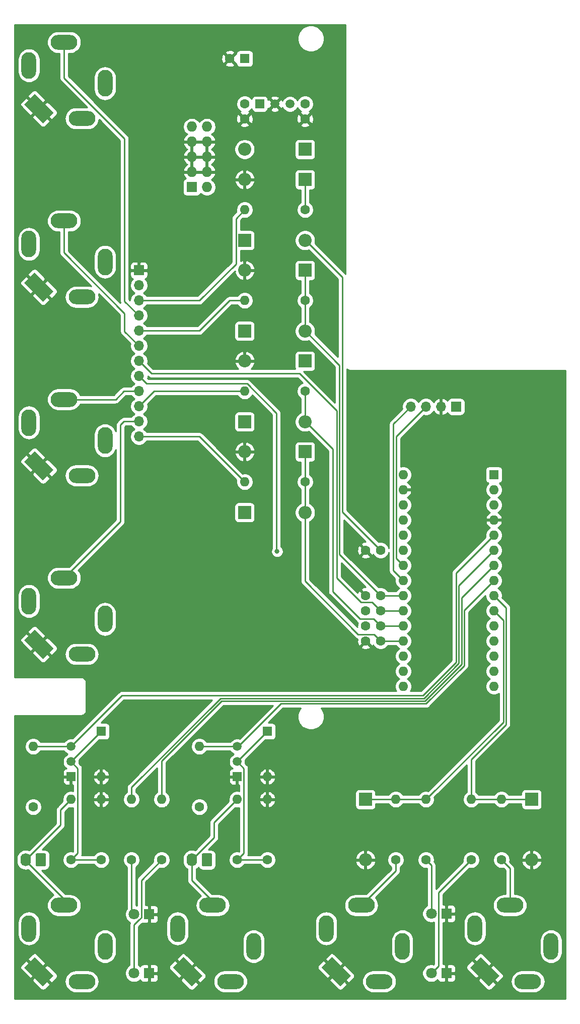
<source format=gbr>
%TF.GenerationSoftware,KiCad,Pcbnew,5.1.12-84ad8e8a86~92~ubuntu20.04.1*%
%TF.CreationDate,2021-11-13T16:11:19-05:00*%
%TF.ProjectId,gearseq,67656172-7365-4712-9e6b-696361645f70,rev?*%
%TF.SameCoordinates,Original*%
%TF.FileFunction,Copper,L2,Bot*%
%TF.FilePolarity,Positive*%
%FSLAX46Y46*%
G04 Gerber Fmt 4.6, Leading zero omitted, Abs format (unit mm)*
G04 Created by KiCad (PCBNEW 5.1.12-84ad8e8a86~92~ubuntu20.04.1) date 2021-11-13 16:11:19*
%MOMM*%
%LPD*%
G01*
G04 APERTURE LIST*
%TA.AperFunction,ComponentPad*%
%ADD10O,1.700000X1.700000*%
%TD*%
%TA.AperFunction,ComponentPad*%
%ADD11R,1.700000X1.700000*%
%TD*%
%TA.AperFunction,ComponentPad*%
%ADD12O,1.740000X2.200000*%
%TD*%
%TA.AperFunction,ComponentPad*%
%ADD13C,1.600000*%
%TD*%
%TA.AperFunction,ComponentPad*%
%ADD14O,1.600000X1.600000*%
%TD*%
%TA.AperFunction,ComponentPad*%
%ADD15R,1.600000X1.600000*%
%TD*%
%TA.AperFunction,ComponentPad*%
%ADD16R,1.500000X1.500000*%
%TD*%
%TA.AperFunction,ComponentPad*%
%ADD17C,1.500000*%
%TD*%
%TA.AperFunction,ComponentPad*%
%ADD18O,4.500001X2.500001*%
%TD*%
%TA.AperFunction,ComponentPad*%
%ADD19O,2.500000X4.500000*%
%TD*%
%TA.AperFunction,ComponentPad*%
%ADD20O,2.500000X4.500001*%
%TD*%
%TA.AperFunction,ComponentPad*%
%ADD21C,0.100000*%
%TD*%
%TA.AperFunction,ComponentPad*%
%ADD22O,4.500000X2.500000*%
%TD*%
%TA.AperFunction,ComponentPad*%
%ADD23O,2.200000X2.200000*%
%TD*%
%TA.AperFunction,ComponentPad*%
%ADD24R,2.200000X2.200000*%
%TD*%
%TA.AperFunction,ComponentPad*%
%ADD25C,1.800000*%
%TD*%
%TA.AperFunction,ComponentPad*%
%ADD26R,1.800000X1.800000*%
%TD*%
%TA.AperFunction,ComponentPad*%
%ADD27O,1.727200X1.727200*%
%TD*%
%TA.AperFunction,ComponentPad*%
%ADD28R,1.727200X1.727200*%
%TD*%
%TA.AperFunction,ViaPad*%
%ADD29C,0.800000*%
%TD*%
%TA.AperFunction,Conductor*%
%ADD30C,0.250000*%
%TD*%
%TA.AperFunction,Conductor*%
%ADD31C,0.254000*%
%TD*%
%TA.AperFunction,Conductor*%
%ADD32C,0.100000*%
%TD*%
G04 APERTURE END LIST*
D10*
%TO.P,J11,12*%
%TO.N,POT_4_W*%
X47600000Y-91840000D03*
%TO.P,J11,11*%
%TO.N,POT_4_CW*%
X47600000Y-89300000D03*
%TO.P,J11,10*%
%TO.N,POT_3_W*%
X47600000Y-86760000D03*
%TO.P,J11,9*%
%TO.N,POT_3_CW*%
X47600000Y-84220000D03*
%TO.P,J11,8*%
%TO.N,DISP_SW*%
X47600000Y-81680000D03*
%TO.P,J11,7*%
%TO.N,POT_ALG*%
X47600000Y-79140000D03*
%TO.P,J11,6*%
%TO.N,POT_2_CW*%
X47600000Y-76600000D03*
%TO.P,J11,5*%
%TO.N,POT_2_W*%
X47600000Y-74060000D03*
%TO.P,J11,4*%
%TO.N,POT_1_CW*%
X47600000Y-71520000D03*
%TO.P,J11,3*%
%TO.N,POT_1_W*%
X47600000Y-68980000D03*
%TO.P,J11,2*%
%TO.N,+5V*%
X47600000Y-66440000D03*
D11*
%TO.P,J11,1*%
%TO.N,GND*%
X47600000Y-63900000D03*
%TD*%
D12*
%TO.P,J7,2*%
%TO.N,/CLK_IN_J*%
X28550000Y-162960000D03*
%TO.P,J7,1*%
%TO.N,+5V*%
%TA.AperFunction,ComponentPad*%
G36*
G01*
X31960000Y-162109999D02*
X31960000Y-163810001D01*
G75*
G02*
X31710001Y-164060000I-249999J0D01*
G01*
X30469999Y-164060000D01*
G75*
G02*
X30220000Y-163810001I0J249999D01*
G01*
X30220000Y-162109999D01*
G75*
G02*
X30469999Y-161860000I249999J0D01*
G01*
X31710001Y-161860000D01*
G75*
G02*
X31960000Y-162109999I0J-249999D01*
G01*
G37*
%TD.AperFunction*%
%TD*%
%TO.P,J6,2*%
%TO.N,/RESET_J*%
X56490000Y-162960000D03*
%TO.P,J6,1*%
%TO.N,+5V*%
%TA.AperFunction,ComponentPad*%
G36*
G01*
X59900000Y-162109999D02*
X59900000Y-163810001D01*
G75*
G02*
X59650001Y-164060000I-249999J0D01*
G01*
X58409999Y-164060000D01*
G75*
G02*
X58160000Y-163810001I0J249999D01*
G01*
X58160000Y-162109999D01*
G75*
G02*
X58409999Y-161860000I249999J0D01*
G01*
X59650001Y-161860000D01*
G75*
G02*
X59900000Y-162109999I0J-249999D01*
G01*
G37*
%TD.AperFunction*%
%TD*%
D13*
%TO.P,C8,1*%
%TO.N,POT_ALG*%
X88240000Y-121110000D03*
%TO.P,C8,2*%
%TO.N,GND*%
X85740000Y-121110000D03*
%TD*%
%TO.P,C7,1*%
%TO.N,CV_4*%
X88240000Y-126190000D03*
%TO.P,C7,2*%
%TO.N,GND*%
X85740000Y-126190000D03*
%TD*%
%TO.P,C6,1*%
%TO.N,CV_3*%
X88240000Y-123650000D03*
%TO.P,C6,2*%
%TO.N,GND*%
X85740000Y-123650000D03*
%TD*%
%TO.P,C3,1*%
%TO.N,CV_2*%
X88240000Y-118570000D03*
%TO.P,C3,2*%
%TO.N,GND*%
X85740000Y-118570000D03*
%TD*%
%TO.P,C2,1*%
%TO.N,CV_1*%
X88240000Y-110950000D03*
%TO.P,C2,2*%
%TO.N,GND*%
X85740000Y-110950000D03*
%TD*%
D14*
%TO.P,A1,16*%
%TO.N,Net-(A1-Pad16)*%
X92050000Y-133810000D03*
%TO.P,A1,15*%
%TO.N,Net-(A1-Pad15)*%
X107290000Y-133810000D03*
%TO.P,A1,30*%
%TO.N,+12V*%
X92050000Y-98250000D03*
%TO.P,A1,14*%
%TO.N,Net-(A1-Pad14)*%
X107290000Y-131270000D03*
%TO.P,A1,29*%
%TO.N,GND*%
X92050000Y-100790000D03*
%TO.P,A1,13*%
%TO.N,Net-(A1-Pad13)*%
X107290000Y-128730000D03*
%TO.P,A1,28*%
%TO.N,Net-(A1-Pad28)*%
X92050000Y-103330000D03*
%TO.P,A1,12*%
%TO.N,Net-(A1-Pad12)*%
X107290000Y-126190000D03*
%TO.P,A1,27*%
%TO.N,Net-(A1-Pad27)*%
X92050000Y-105870000D03*
%TO.P,A1,11*%
%TO.N,DISP_SW*%
X107290000Y-123650000D03*
%TO.P,A1,26*%
%TO.N,Net-(A1-Pad26)*%
X92050000Y-108410000D03*
%TO.P,A1,10*%
%TO.N,PER_OUT*%
X107290000Y-121110000D03*
%TO.P,A1,25*%
%TO.N,CV_1*%
X92050000Y-110950000D03*
%TO.P,A1,9*%
%TO.N,SEQ_OUT*%
X107290000Y-118570000D03*
%TO.P,A1,24*%
%TO.N,SCL*%
X92050000Y-113490000D03*
%TO.P,A1,8*%
%TO.N,RESET*%
X107290000Y-116030000D03*
%TO.P,A1,23*%
%TO.N,SDA*%
X92050000Y-116030000D03*
%TO.P,A1,7*%
%TO.N,RES_LED*%
X107290000Y-113490000D03*
%TO.P,A1,22*%
%TO.N,CV_2*%
X92050000Y-118570000D03*
%TO.P,A1,6*%
%TO.N,CLOCK_LED*%
X107290000Y-110950000D03*
%TO.P,A1,21*%
%TO.N,POT_ALG*%
X92050000Y-121110000D03*
%TO.P,A1,5*%
%TO.N,CLOCK_IN*%
X107290000Y-108410000D03*
%TO.P,A1,20*%
%TO.N,CV_3*%
X92050000Y-123650000D03*
%TO.P,A1,4*%
%TO.N,GND*%
X107290000Y-105870000D03*
%TO.P,A1,19*%
%TO.N,CV_4*%
X92050000Y-126190000D03*
%TO.P,A1,3*%
%TO.N,Net-(A1-Pad3)*%
X107290000Y-103330000D03*
%TO.P,A1,18*%
%TO.N,Net-(A1-Pad18)*%
X92050000Y-128730000D03*
%TO.P,A1,2*%
%TO.N,Net-(A1-Pad2)*%
X107290000Y-100790000D03*
%TO.P,A1,17*%
%TO.N,Net-(A1-Pad17)*%
X92050000Y-131270000D03*
D15*
%TO.P,A1,1*%
%TO.N,Net-(A1-Pad1)*%
X107290000Y-98250000D03*
%TD*%
D13*
%TO.P,R8,1*%
%TO.N,+5V*%
X29820000Y-154070000D03*
D14*
%TO.P,R8,2*%
%TO.N,CLOCK_IN*%
X29820000Y-143910000D03*
%TD*%
D13*
%TO.P,R7,1*%
%TO.N,+5V*%
X57760000Y-154070000D03*
D14*
%TO.P,R7,2*%
%TO.N,RESET*%
X57760000Y-143910000D03*
%TD*%
D13*
%TO.P,R4,1*%
%TO.N,Net-(D3-Pad1)*%
X41250000Y-162960000D03*
D14*
%TO.P,R4,2*%
%TO.N,GND*%
X41250000Y-152800000D03*
%TD*%
D13*
%TO.P,R3,1*%
%TO.N,Net-(D2-Pad1)*%
X69190000Y-162960000D03*
D14*
%TO.P,R3,2*%
%TO.N,GND*%
X69190000Y-152800000D03*
%TD*%
D13*
%TO.P,R2,1*%
%TO.N,Net-(D3-Pad1)*%
X36170000Y-162960000D03*
D14*
%TO.P,R2,2*%
%TO.N,/CLK_IN_J*%
X36170000Y-152800000D03*
%TD*%
D13*
%TO.P,R1,1*%
%TO.N,Net-(D2-Pad1)*%
X64110000Y-162960000D03*
D14*
%TO.P,R1,2*%
%TO.N,/RESET_J*%
X64110000Y-152800000D03*
%TD*%
D16*
%TO.P,Q2,1*%
%TO.N,GND*%
X36170000Y-148990000D03*
D17*
%TO.P,Q2,3*%
%TO.N,CLOCK_IN*%
X36170000Y-143910000D03*
%TO.P,Q2,2*%
%TO.N,Net-(D3-Pad1)*%
X36170000Y-146450000D03*
%TD*%
D16*
%TO.P,Q1,1*%
%TO.N,GND*%
X64110000Y-148990000D03*
D17*
%TO.P,Q1,3*%
%TO.N,RESET*%
X64110000Y-143910000D03*
%TO.P,Q1,2*%
%TO.N,Net-(D2-Pad1)*%
X64110000Y-146450000D03*
%TD*%
D14*
%TO.P,D3,2*%
%TO.N,GND*%
X41250000Y-148990000D03*
D15*
%TO.P,D3,1*%
%TO.N,Net-(D3-Pad1)*%
X41250000Y-141370000D03*
%TD*%
D14*
%TO.P,D2,2*%
%TO.N,GND*%
X69190000Y-148990000D03*
D15*
%TO.P,D2,1*%
%TO.N,Net-(D2-Pad1)*%
X69190000Y-141370000D03*
%TD*%
D18*
%TO.P,J9,RN*%
%TO.N,N/C*%
X38000000Y-128400000D03*
D19*
%TO.P,J9,TN*%
%TO.N,+5V*%
X29100000Y-119500000D03*
D20*
%TO.P,J9,R*%
%TO.N,N/C*%
X41900000Y-122500000D03*
%TA.AperFunction,ComponentPad*%
D21*
%TO.P,J9,S*%
%TO.N,GND*%
G36*
X28285126Y-126032893D02*
G01*
X30052893Y-124265126D01*
X33234874Y-127447107D01*
X31467107Y-129214874D01*
X28285126Y-126032893D01*
G37*
%TD.AperFunction*%
D22*
%TO.P,J9,T*%
%TO.N,POT_4_CW*%
X35000000Y-115600000D03*
%TD*%
D18*
%TO.P,J8,RN*%
%TO.N,N/C*%
X38000000Y-98400000D03*
D19*
%TO.P,J8,TN*%
%TO.N,+5V*%
X29100000Y-89500000D03*
D20*
%TO.P,J8,R*%
%TO.N,N/C*%
X41900000Y-92500000D03*
%TA.AperFunction,ComponentPad*%
D21*
%TO.P,J8,S*%
%TO.N,GND*%
G36*
X28285126Y-96032893D02*
G01*
X30052893Y-94265126D01*
X33234874Y-97447107D01*
X31467107Y-99214874D01*
X28285126Y-96032893D01*
G37*
%TD.AperFunction*%
D22*
%TO.P,J8,T*%
%TO.N,POT_3_CW*%
X35000000Y-85600000D03*
%TD*%
D18*
%TO.P,J13,RN*%
%TO.N,N/C*%
X88000000Y-183400000D03*
D19*
%TO.P,J13,TN*%
X79100000Y-174500000D03*
D20*
%TO.P,J13,R*%
X91900000Y-177500000D03*
%TA.AperFunction,ComponentPad*%
D21*
%TO.P,J13,S*%
%TO.N,GND*%
G36*
X78285126Y-181032893D02*
G01*
X80052893Y-179265126D01*
X83234874Y-182447107D01*
X81467107Y-184214874D01*
X78285126Y-181032893D01*
G37*
%TD.AperFunction*%
D22*
%TO.P,J13,T*%
%TO.N,/PER_J*%
X85000000Y-170600000D03*
%TD*%
D18*
%TO.P,J12,RN*%
%TO.N,N/C*%
X113000000Y-183400000D03*
D19*
%TO.P,J12,TN*%
X104100000Y-174500000D03*
D20*
%TO.P,J12,R*%
X116900000Y-177500000D03*
%TA.AperFunction,ComponentPad*%
D21*
%TO.P,J12,S*%
%TO.N,GND*%
G36*
X103285126Y-181032893D02*
G01*
X105052893Y-179265126D01*
X108234874Y-182447107D01*
X106467107Y-184214874D01*
X103285126Y-181032893D01*
G37*
%TD.AperFunction*%
D22*
%TO.P,J12,T*%
%TO.N,/SEQ_J*%
X110000000Y-170600000D03*
%TD*%
D18*
%TO.P,J4,RN*%
%TO.N,N/C*%
X38000000Y-183400000D03*
D19*
%TO.P,J4,TN*%
X29100000Y-174500000D03*
D20*
%TO.P,J4,R*%
X41900000Y-177500000D03*
%TA.AperFunction,ComponentPad*%
D21*
%TO.P,J4,S*%
%TO.N,GND*%
G36*
X28285126Y-181032893D02*
G01*
X30052893Y-179265126D01*
X33234874Y-182447107D01*
X31467107Y-184214874D01*
X28285126Y-181032893D01*
G37*
%TD.AperFunction*%
D22*
%TO.P,J4,T*%
%TO.N,/CLK_IN_J*%
X35000000Y-170600000D03*
%TD*%
D18*
%TO.P,J3,RN*%
%TO.N,N/C*%
X63000000Y-183400000D03*
D19*
%TO.P,J3,TN*%
X54100000Y-174500000D03*
D20*
%TO.P,J3,R*%
X66900000Y-177500000D03*
%TA.AperFunction,ComponentPad*%
D21*
%TO.P,J3,S*%
%TO.N,GND*%
G36*
X53285126Y-181032893D02*
G01*
X55052893Y-179265126D01*
X58234874Y-182447107D01*
X56467107Y-184214874D01*
X53285126Y-181032893D01*
G37*
%TD.AperFunction*%
D22*
%TO.P,J3,T*%
%TO.N,/RESET_J*%
X60000000Y-170600000D03*
%TD*%
D18*
%TO.P,J2,RN*%
%TO.N,N/C*%
X38000000Y-68400000D03*
D19*
%TO.P,J2,TN*%
%TO.N,+5V*%
X29100000Y-59500000D03*
D20*
%TO.P,J2,R*%
%TO.N,N/C*%
X41900000Y-62500000D03*
%TA.AperFunction,ComponentPad*%
D21*
%TO.P,J2,S*%
%TO.N,GND*%
G36*
X28285126Y-66032893D02*
G01*
X30052893Y-64265126D01*
X33234874Y-67447107D01*
X31467107Y-69214874D01*
X28285126Y-66032893D01*
G37*
%TD.AperFunction*%
D22*
%TO.P,J2,T*%
%TO.N,POT_2_CW*%
X35000000Y-55600000D03*
%TD*%
D18*
%TO.P,J1,RN*%
%TO.N,N/C*%
X38000000Y-38400000D03*
D19*
%TO.P,J1,TN*%
%TO.N,+5V*%
X29100000Y-29500000D03*
D20*
%TO.P,J1,R*%
%TO.N,N/C*%
X41900000Y-32500000D03*
%TA.AperFunction,ComponentPad*%
D21*
%TO.P,J1,S*%
%TO.N,GND*%
G36*
X28285126Y-36032893D02*
G01*
X30052893Y-34265126D01*
X33234874Y-37447107D01*
X31467107Y-39214874D01*
X28285126Y-36032893D01*
G37*
%TD.AperFunction*%
D22*
%TO.P,J1,T*%
%TO.N,POT_1_CW*%
X35000000Y-25600000D03*
%TD*%
D23*
%TO.P,D15,2*%
%TO.N,GND*%
X85700000Y-162960000D03*
D24*
%TO.P,D15,1*%
%TO.N,PER_OUT*%
X85700000Y-152800000D03*
%TD*%
D23*
%TO.P,D14,2*%
%TO.N,GND*%
X113640000Y-162960000D03*
D24*
%TO.P,D14,1*%
%TO.N,SEQ_OUT*%
X113640000Y-152800000D03*
%TD*%
D13*
%TO.P,R12,1*%
%TO.N,CV_4*%
X75540000Y-99460000D03*
D14*
%TO.P,R12,2*%
%TO.N,POT_4_W*%
X65380000Y-99460000D03*
%TD*%
D13*
%TO.P,R11,1*%
%TO.N,CV_3*%
X75540000Y-84220000D03*
D14*
%TO.P,R11,2*%
%TO.N,POT_3_W*%
X65380000Y-84220000D03*
%TD*%
D13*
%TO.P,R6,1*%
%TO.N,CV_2*%
X75540000Y-68980000D03*
D14*
%TO.P,R6,2*%
%TO.N,POT_2_W*%
X65380000Y-68980000D03*
%TD*%
D23*
%TO.P,D13,2*%
%TO.N,GND*%
X65380000Y-94380000D03*
D24*
%TO.P,D13,1*%
%TO.N,CV_4*%
X75540000Y-94380000D03*
%TD*%
D23*
%TO.P,D12,2*%
%TO.N,CV_4*%
X75540000Y-104600000D03*
D24*
%TO.P,D12,1*%
%TO.N,+5V*%
X65380000Y-104600000D03*
%TD*%
D23*
%TO.P,D11,2*%
%TO.N,GND*%
X65380000Y-79140000D03*
D24*
%TO.P,D11,1*%
%TO.N,CV_3*%
X75540000Y-79140000D03*
%TD*%
D23*
%TO.P,D10,2*%
%TO.N,CV_3*%
X75540000Y-89360000D03*
D24*
%TO.P,D10,1*%
%TO.N,+5V*%
X65380000Y-89360000D03*
%TD*%
D23*
%TO.P,D7,2*%
%TO.N,GND*%
X65380000Y-63900000D03*
D24*
%TO.P,D7,1*%
%TO.N,CV_2*%
X75540000Y-63900000D03*
%TD*%
D23*
%TO.P,D6,2*%
%TO.N,CV_2*%
X75540000Y-74120000D03*
D24*
%TO.P,D6,1*%
%TO.N,+5V*%
X65380000Y-74120000D03*
%TD*%
D13*
%TO.P,R16,1*%
%TO.N,/PER_LED*%
X95860000Y-162960000D03*
D14*
%TO.P,R16,2*%
%TO.N,PER_OUT*%
X95860000Y-152800000D03*
%TD*%
D13*
%TO.P,R5,1*%
%TO.N,CV_1*%
X75540000Y-53740000D03*
D14*
%TO.P,R5,2*%
%TO.N,POT_1_W*%
X65380000Y-53740000D03*
%TD*%
D13*
%TO.P,R10,1*%
%TO.N,Net-(D9-Pad2)*%
X46330000Y-162960000D03*
D14*
%TO.P,R10,2*%
%TO.N,CLOCK_LED*%
X46330000Y-152800000D03*
%TD*%
D13*
%TO.P,R9,1*%
%TO.N,Net-(D8-Pad2)*%
X51410000Y-162960000D03*
D14*
%TO.P,R9,2*%
%TO.N,RES_LED*%
X51410000Y-152800000D03*
%TD*%
D25*
%TO.P,D17,2*%
%TO.N,/PER_LED*%
X96760000Y-172000000D03*
D26*
%TO.P,D17,1*%
%TO.N,GND*%
X99300000Y-172000000D03*
%TD*%
D25*
%TO.P,D16,2*%
%TO.N,/SEQ_LED*%
X96760000Y-182000000D03*
D26*
%TO.P,D16,1*%
%TO.N,GND*%
X99300000Y-182000000D03*
%TD*%
D23*
%TO.P,D5,2*%
%TO.N,GND*%
X65380000Y-48660000D03*
D24*
%TO.P,D5,1*%
%TO.N,CV_1*%
X75540000Y-48660000D03*
%TD*%
D23*
%TO.P,D4,2*%
%TO.N,CV_1*%
X75540000Y-58880000D03*
D24*
%TO.P,D4,1*%
%TO.N,+5V*%
X65380000Y-58880000D03*
%TD*%
D25*
%TO.P,D9,2*%
%TO.N,Net-(D9-Pad2)*%
X46760000Y-172100000D03*
D26*
%TO.P,D9,1*%
%TO.N,GND*%
X49300000Y-172100000D03*
%TD*%
D25*
%TO.P,D8,2*%
%TO.N,Net-(D8-Pad2)*%
X46760000Y-182000000D03*
D26*
%TO.P,D8,1*%
%TO.N,GND*%
X49300000Y-182000000D03*
%TD*%
D23*
%TO.P,D1,2*%
%TO.N,/+12_IN*%
X65380000Y-43580000D03*
D24*
%TO.P,D1,1*%
%TO.N,+12V*%
X75540000Y-43580000D03*
%TD*%
D27*
%TO.P,J5,10*%
%TO.N,/+12_IN*%
X59030000Y-39770000D03*
%TO.P,J5,9*%
X56490000Y-39770000D03*
%TO.P,J5,8*%
%TO.N,GND*%
X59030000Y-42310000D03*
%TO.P,J5,7*%
X56490000Y-42310000D03*
%TO.P,J5,6*%
X59030000Y-44850000D03*
%TO.P,J5,5*%
X56490000Y-44850000D03*
%TO.P,J5,4*%
X59030000Y-47390000D03*
%TO.P,J5,3*%
X56490000Y-47390000D03*
%TO.P,J5,2*%
%TO.N,Net-(J5-Pad1)*%
X59030000Y-49930000D03*
D28*
%TO.P,J5,1*%
X56490000Y-49930000D03*
%TD*%
D11*
%TO.P,J10,1*%
%TO.N,+5V*%
X100940000Y-86820000D03*
D10*
%TO.P,J10,2*%
%TO.N,GND*%
X98400000Y-86820000D03*
%TO.P,J10,3*%
%TO.N,SCL*%
X95860000Y-86820000D03*
%TO.P,J10,4*%
%TO.N,SDA*%
X93320000Y-86820000D03*
%TD*%
D13*
%TO.P,C1,2*%
%TO.N,GND*%
X62880000Y-28340000D03*
D15*
%TO.P,C1,1*%
%TO.N,+12V*%
X65380000Y-28340000D03*
%TD*%
D13*
%TO.P,C4,2*%
%TO.N,GND*%
X75540000Y-38460000D03*
%TO.P,C4,1*%
%TO.N,+12V*%
X75540000Y-35960000D03*
%TD*%
%TO.P,C5,2*%
%TO.N,GND*%
X65380000Y-38460000D03*
%TO.P,C5,1*%
%TO.N,+5V*%
X65380000Y-35960000D03*
%TD*%
%TO.P,R15,1*%
%TO.N,/PER_J*%
X90780000Y-162960000D03*
D14*
%TO.P,R15,2*%
%TO.N,PER_OUT*%
X90780000Y-152800000D03*
%TD*%
D13*
%TO.P,R14,1*%
%TO.N,/SEQ_LED*%
X103480000Y-162960000D03*
D14*
%TO.P,R14,2*%
%TO.N,SEQ_OUT*%
X103480000Y-152800000D03*
%TD*%
D16*
%TO.P,U1,1*%
%TO.N,+5V*%
X67920000Y-35960000D03*
D17*
%TO.P,U1,3*%
%TO.N,+12V*%
X73000000Y-35960000D03*
%TO.P,U1,2*%
%TO.N,GND*%
X70460000Y-35960000D03*
%TD*%
D13*
%TO.P,R13,1*%
%TO.N,/SEQ_J*%
X108560000Y-162960000D03*
D14*
%TO.P,R13,2*%
%TO.N,SEQ_OUT*%
X108560000Y-152800000D03*
%TD*%
D29*
%TO.N,DISP_SW*%
X70841000Y-111144000D03*
%TD*%
D30*
%TO.N,CLOCK_IN*%
X29820000Y-143910000D02*
X36170000Y-143910000D01*
X36170000Y-143910000D02*
X44720033Y-135359967D01*
X100940000Y-114760000D02*
X107290000Y-108410000D01*
X95321803Y-135359967D02*
X100940000Y-129741770D01*
X100940000Y-129741770D02*
X100940000Y-114760000D01*
X44720033Y-135359967D02*
X95321803Y-135359967D01*
%TO.N,SCL*%
X90874999Y-91805001D02*
X95860000Y-86820000D01*
X90874999Y-112314999D02*
X90874999Y-91805001D01*
X92050000Y-113490000D02*
X90874999Y-112314999D01*
%TO.N,SDA*%
X90399000Y-89741000D02*
X93320000Y-86820000D01*
X90399000Y-114379000D02*
X90399000Y-89741000D01*
X92050000Y-116030000D02*
X90399000Y-114379000D01*
%TO.N,/CLK_IN_J*%
X28550000Y-163090000D02*
X28550000Y-162960000D01*
X35000000Y-169540000D02*
X28550000Y-163090000D01*
X35000000Y-170600000D02*
X35000000Y-169540000D01*
X34392000Y-154578000D02*
X36170000Y-152800000D01*
X34392000Y-157118000D02*
X34392000Y-154578000D01*
X28550000Y-162960000D02*
X34392000Y-157118000D01*
%TO.N,CV_4*%
X75540000Y-94380000D02*
X75540000Y-99460000D01*
X75540000Y-99460000D02*
X75540000Y-104540000D01*
X88240000Y-126190000D02*
X92050000Y-126190000D01*
X87114999Y-125064999D02*
X88240000Y-126190000D01*
X84447999Y-125064999D02*
X87114999Y-125064999D01*
X75540000Y-116157000D02*
X84447999Y-125064999D01*
X75540000Y-104540000D02*
X75540000Y-116157000D01*
%TO.N,RESET*%
X57760000Y-143910000D02*
X64110000Y-143910000D01*
X64110000Y-143910000D02*
X64495232Y-143910000D01*
X102290033Y-121029967D02*
X107290000Y-116030000D01*
X102290033Y-130300967D02*
X102290033Y-121029967D01*
X95881000Y-136710000D02*
X102290033Y-130300967D01*
X71603000Y-136710000D02*
X95881000Y-136710000D01*
X71517499Y-136710000D02*
X71664998Y-136710000D01*
X64317499Y-143910000D02*
X71517499Y-136710000D01*
X64110000Y-143910000D02*
X64317499Y-143910000D01*
%TO.N,CV_3*%
X75540000Y-84220000D02*
X75540000Y-89300000D01*
X88240000Y-123650000D02*
X92050000Y-123650000D01*
X87097000Y-122507000D02*
X88240000Y-123650000D01*
X84811000Y-122507000D02*
X87097000Y-122507000D01*
X80164989Y-117860989D02*
X84811000Y-122507000D01*
X80164989Y-93924989D02*
X80164989Y-117860989D01*
X75540000Y-89300000D02*
X80164989Y-93924989D01*
%TO.N,PER_OUT*%
X90780000Y-152800000D02*
X85700000Y-152800000D01*
X108871989Y-122691989D02*
X107290000Y-121110000D01*
X95860000Y-152800000D02*
X108871989Y-139788011D01*
X95860000Y-152800000D02*
X90780000Y-152800000D01*
X108871989Y-122691989D02*
X108871989Y-139788011D01*
%TO.N,CV_2*%
X75540000Y-63900000D02*
X75540000Y-68980000D01*
X75540000Y-68980000D02*
X75540000Y-74060000D01*
X88240000Y-118570000D02*
X92050000Y-118570000D01*
X81319011Y-79839011D02*
X81319011Y-111649011D01*
X75540000Y-74060000D02*
X81319011Y-79839011D01*
X81319011Y-111649011D02*
X88240000Y-118570000D01*
%TO.N,SEQ_OUT*%
X103480000Y-152800000D02*
X108560000Y-152800000D01*
X108560000Y-152800000D02*
X113640000Y-152800000D01*
X109322000Y-140227000D02*
X103480000Y-146069000D01*
X103480000Y-146069000D02*
X103480000Y-152800000D01*
X107290000Y-118570000D02*
X109322000Y-120602000D01*
X109322000Y-120602000D02*
X109322000Y-140227000D01*
%TO.N,CV_1*%
X75540000Y-48660000D02*
X75540000Y-53740000D01*
X75540000Y-58820000D02*
X81769022Y-65049022D01*
X81769022Y-65049022D02*
X81769022Y-104479022D01*
X81769022Y-104479022D02*
X88240000Y-110950000D01*
%TO.N,POT_ALG*%
X74581989Y-81229989D02*
X49689989Y-81229989D01*
X49689989Y-81229989D02*
X47600000Y-79140000D01*
X80869000Y-115644000D02*
X80869000Y-87517000D01*
X84938000Y-119713000D02*
X80869000Y-115644000D01*
X86843000Y-119713000D02*
X84938000Y-119713000D01*
X80869000Y-87517000D02*
X74581989Y-81229989D01*
X88240000Y-121110000D02*
X86843000Y-119713000D01*
X92050000Y-121110000D02*
X88240000Y-121110000D01*
%TO.N,Net-(D2-Pad1)*%
X69190000Y-162960000D02*
X64110000Y-162960000D01*
X64110000Y-146450000D02*
X69190000Y-141370000D01*
X65235001Y-161834999D02*
X64110000Y-162960000D01*
X65235001Y-147575001D02*
X65235001Y-161834999D01*
X64110000Y-146450000D02*
X65235001Y-147575001D01*
%TO.N,/SEQ_LED*%
X97985001Y-180774999D02*
X97985001Y-168454999D01*
X96760000Y-182000000D02*
X97985001Y-180774999D01*
X97985001Y-168454999D02*
X103480000Y-162960000D01*
%TO.N,/PER_LED*%
X96760000Y-172000000D02*
X96760000Y-163860000D01*
X96760000Y-163860000D02*
X95860000Y-162960000D01*
%TO.N,/RESET_J*%
X56500000Y-162970000D02*
X56490000Y-162960000D01*
X56500000Y-166420000D02*
X56500000Y-162970000D01*
X60000000Y-169920000D02*
X56500000Y-166420000D01*
X60000000Y-170600000D02*
X60000000Y-169920000D01*
X60240000Y-156670000D02*
X64110000Y-152800000D01*
X60240000Y-159210000D02*
X60240000Y-156670000D01*
X56490000Y-162960000D02*
X60240000Y-159210000D01*
%TO.N,/SEQ_J*%
X110000000Y-164400000D02*
X108560000Y-162960000D01*
X110000000Y-170600000D02*
X110000000Y-164400000D01*
%TO.N,/PER_J*%
X90780000Y-164820000D02*
X90780000Y-162960000D01*
X85000000Y-170600000D02*
X90780000Y-164820000D01*
%TO.N,POT_1_CW*%
X35000000Y-31588998D02*
X35000000Y-25600000D01*
X45187000Y-69107000D02*
X45187000Y-41775998D01*
X45187000Y-41775998D02*
X35000000Y-31588998D01*
X47600000Y-71520000D02*
X45187000Y-69107000D01*
%TO.N,POT_2_CW*%
X45187000Y-74187000D02*
X47600000Y-76600000D01*
X45187000Y-71139000D02*
X45187000Y-74187000D01*
X35000000Y-60952000D02*
X45187000Y-71139000D01*
X35000000Y-55600000D02*
X35000000Y-60952000D01*
%TO.N,POT_3_CW*%
X45060000Y-84220000D02*
X47600000Y-84220000D01*
X43680000Y-85600000D02*
X45060000Y-84220000D01*
X35000000Y-85600000D02*
X43680000Y-85600000D01*
%TO.N,POT_4_CW*%
X45060000Y-89300000D02*
X47600000Y-89300000D01*
X44475001Y-106124999D02*
X44475001Y-89884999D01*
X44475001Y-89884999D02*
X45060000Y-89300000D01*
X35000000Y-115600000D02*
X44475001Y-106124999D01*
%TO.N,POT_4_W*%
X57760000Y-91840000D02*
X47600000Y-91840000D01*
X65380000Y-99460000D02*
X57760000Y-91840000D01*
%TO.N,POT_3_W*%
X50140000Y-84220000D02*
X47600000Y-86760000D01*
X65380000Y-84220000D02*
X50140000Y-84220000D01*
%TO.N,POT_2_W*%
X62840000Y-68980000D02*
X57760000Y-74060000D01*
X65380000Y-68980000D02*
X62840000Y-68980000D01*
X57760000Y-74060000D02*
X47600000Y-74060000D01*
%TO.N,POT_1_W*%
X63904999Y-62835001D02*
X57760000Y-68980000D01*
X63904999Y-55215001D02*
X63904999Y-62835001D01*
X65380000Y-53740000D02*
X63904999Y-55215001D01*
X57760000Y-68980000D02*
X47600000Y-68980000D01*
%TO.N,RES_LED*%
X101840022Y-118939978D02*
X107290000Y-113490000D01*
X101840022Y-130114568D02*
X101840022Y-118939978D01*
X95694601Y-136259989D02*
X101840022Y-130114568D01*
X61824000Y-136259989D02*
X95694601Y-136259989D01*
X61473011Y-136259989D02*
X61824000Y-136259989D01*
X51410000Y-146323000D02*
X61473011Y-136259989D01*
X51410000Y-152800000D02*
X51410000Y-146323000D01*
%TO.N,CLOCK_LED*%
X101390011Y-116849989D02*
X107290000Y-110950000D01*
X101390011Y-129928169D02*
X101390011Y-116849989D01*
X95508202Y-135809978D02*
X101390011Y-129928169D01*
X61570000Y-135809978D02*
X95508202Y-135809978D01*
X61286611Y-135809978D02*
X61570000Y-135809978D01*
X46330000Y-150766589D02*
X61286611Y-135809978D01*
X46330000Y-152800000D02*
X46330000Y-150766589D01*
%TO.N,Net-(D8-Pad2)*%
X47985001Y-166384999D02*
X51410000Y-162960000D01*
X47985001Y-172688001D02*
X47985001Y-166384999D01*
X47620002Y-173053000D02*
X47985001Y-172688001D01*
X47600000Y-173053000D02*
X47620002Y-173053000D01*
X46760000Y-173893000D02*
X47600000Y-173053000D01*
X46760000Y-182000000D02*
X46760000Y-173893000D01*
%TO.N,Net-(D9-Pad2)*%
X46330000Y-171670000D02*
X46760000Y-172100000D01*
X46330000Y-162960000D02*
X46330000Y-171670000D01*
%TO.N,Net-(D3-Pad1)*%
X41250000Y-162960000D02*
X36170000Y-162960000D01*
X36170000Y-146450000D02*
X41250000Y-141370000D01*
X37295001Y-161834999D02*
X36170000Y-162960000D01*
X37295001Y-147575001D02*
X37295001Y-161834999D01*
X36170000Y-146450000D02*
X37295001Y-147575001D01*
%TO.N,DISP_SW*%
X70714000Y-111017000D02*
X70841000Y-111144000D01*
X70714000Y-87888998D02*
X70714000Y-111017000D01*
X65775002Y-82950000D02*
X70714000Y-87888998D01*
X48870000Y-82950000D02*
X65775002Y-82950000D01*
X47600000Y-81680000D02*
X48870000Y-82950000D01*
%TD*%
D31*
%TO.N,GND*%
X82315000Y-64516304D02*
X82309023Y-64509021D01*
X82280031Y-64485228D01*
X77200287Y-59405486D01*
X77208325Y-59386081D01*
X77275000Y-59050883D01*
X77275000Y-58709117D01*
X77208325Y-58373919D01*
X77077537Y-58058169D01*
X76887663Y-57774002D01*
X76645998Y-57532337D01*
X76361831Y-57342463D01*
X76046081Y-57211675D01*
X75710883Y-57145000D01*
X75369117Y-57145000D01*
X75033919Y-57211675D01*
X74718169Y-57342463D01*
X74434002Y-57532337D01*
X74192337Y-57774002D01*
X74002463Y-58058169D01*
X73871675Y-58373919D01*
X73805000Y-58709117D01*
X73805000Y-59050883D01*
X73871675Y-59386081D01*
X74002463Y-59701831D01*
X74192337Y-59985998D01*
X74434002Y-60227663D01*
X74718169Y-60417537D01*
X75033919Y-60548325D01*
X75369117Y-60615000D01*
X75710883Y-60615000D01*
X76046081Y-60548325D01*
X76150339Y-60505140D01*
X81009022Y-65363825D01*
X81009022Y-78454220D01*
X77200287Y-74645486D01*
X77208325Y-74626081D01*
X77275000Y-74290883D01*
X77275000Y-73949117D01*
X77208325Y-73613919D01*
X77077537Y-73298169D01*
X76887663Y-73014002D01*
X76645998Y-72772337D01*
X76361831Y-72582463D01*
X76300000Y-72556852D01*
X76300000Y-70198043D01*
X76454759Y-70094637D01*
X76654637Y-69894759D01*
X76811680Y-69659727D01*
X76919853Y-69398574D01*
X76975000Y-69121335D01*
X76975000Y-68838665D01*
X76919853Y-68561426D01*
X76811680Y-68300273D01*
X76654637Y-68065241D01*
X76454759Y-67865363D01*
X76300000Y-67761957D01*
X76300000Y-65638072D01*
X76640000Y-65638072D01*
X76764482Y-65625812D01*
X76884180Y-65589502D01*
X76994494Y-65530537D01*
X77091185Y-65451185D01*
X77170537Y-65354494D01*
X77229502Y-65244180D01*
X77265812Y-65124482D01*
X77278072Y-65000000D01*
X77278072Y-62800000D01*
X77265812Y-62675518D01*
X77229502Y-62555820D01*
X77170537Y-62445506D01*
X77091185Y-62348815D01*
X76994494Y-62269463D01*
X76884180Y-62210498D01*
X76764482Y-62174188D01*
X76640000Y-62161928D01*
X74440000Y-62161928D01*
X74315518Y-62174188D01*
X74195820Y-62210498D01*
X74085506Y-62269463D01*
X73988815Y-62348815D01*
X73909463Y-62445506D01*
X73850498Y-62555820D01*
X73814188Y-62675518D01*
X73801928Y-62800000D01*
X73801928Y-65000000D01*
X73814188Y-65124482D01*
X73850498Y-65244180D01*
X73909463Y-65354494D01*
X73988815Y-65451185D01*
X74085506Y-65530537D01*
X74195820Y-65589502D01*
X74315518Y-65625812D01*
X74440000Y-65638072D01*
X74780000Y-65638072D01*
X74780001Y-67761956D01*
X74625241Y-67865363D01*
X74425363Y-68065241D01*
X74268320Y-68300273D01*
X74160147Y-68561426D01*
X74105000Y-68838665D01*
X74105000Y-69121335D01*
X74160147Y-69398574D01*
X74268320Y-69659727D01*
X74425363Y-69894759D01*
X74625241Y-70094637D01*
X74780000Y-70198044D01*
X74780001Y-72556851D01*
X74718169Y-72582463D01*
X74434002Y-72772337D01*
X74192337Y-73014002D01*
X74002463Y-73298169D01*
X73871675Y-73613919D01*
X73805000Y-73949117D01*
X73805000Y-74290883D01*
X73871675Y-74626081D01*
X74002463Y-74941831D01*
X74192337Y-75225998D01*
X74434002Y-75467663D01*
X74718169Y-75657537D01*
X75033919Y-75788325D01*
X75369117Y-75855000D01*
X75710883Y-75855000D01*
X76046081Y-75788325D01*
X76150339Y-75745140D01*
X80559011Y-80153813D01*
X80559011Y-86132209D01*
X75304873Y-80878072D01*
X76640000Y-80878072D01*
X76764482Y-80865812D01*
X76884180Y-80829502D01*
X76994494Y-80770537D01*
X77091185Y-80691185D01*
X77170537Y-80594494D01*
X77229502Y-80484180D01*
X77265812Y-80364482D01*
X77278072Y-80240000D01*
X77278072Y-78040000D01*
X77265812Y-77915518D01*
X77229502Y-77795820D01*
X77170537Y-77685506D01*
X77091185Y-77588815D01*
X76994494Y-77509463D01*
X76884180Y-77450498D01*
X76764482Y-77414188D01*
X76640000Y-77401928D01*
X74440000Y-77401928D01*
X74315518Y-77414188D01*
X74195820Y-77450498D01*
X74085506Y-77509463D01*
X73988815Y-77588815D01*
X73909463Y-77685506D01*
X73850498Y-77795820D01*
X73814188Y-77915518D01*
X73801928Y-78040000D01*
X73801928Y-80240000D01*
X73814188Y-80364482D01*
X73846193Y-80469989D01*
X66482265Y-80469989D01*
X66647822Y-80324427D01*
X66854531Y-80054329D01*
X67004575Y-79749094D01*
X67069175Y-79536122D01*
X66951125Y-79267000D01*
X65507000Y-79267000D01*
X65507000Y-79287000D01*
X65253000Y-79287000D01*
X65253000Y-79267000D01*
X63808875Y-79267000D01*
X63690825Y-79536122D01*
X63755425Y-79749094D01*
X63905469Y-80054329D01*
X64112178Y-80324427D01*
X64277735Y-80469989D01*
X50004791Y-80469989D01*
X49041209Y-79506408D01*
X49085000Y-79286260D01*
X49085000Y-78993740D01*
X49035299Y-78743878D01*
X63690825Y-78743878D01*
X63808875Y-79013000D01*
X65253000Y-79013000D01*
X65253000Y-77568400D01*
X65507000Y-77568400D01*
X65507000Y-79013000D01*
X66951125Y-79013000D01*
X67069175Y-78743878D01*
X67004575Y-78530906D01*
X66854531Y-78225671D01*
X66647822Y-77955573D01*
X66392391Y-77730992D01*
X66098054Y-77560558D01*
X65776123Y-77450821D01*
X65507000Y-77568400D01*
X65253000Y-77568400D01*
X64983877Y-77450821D01*
X64661946Y-77560558D01*
X64367609Y-77730992D01*
X64112178Y-77955573D01*
X63905469Y-78225671D01*
X63755425Y-78530906D01*
X63690825Y-78743878D01*
X49035299Y-78743878D01*
X49027932Y-78706842D01*
X48915990Y-78436589D01*
X48753475Y-78193368D01*
X48546632Y-77986525D01*
X48372240Y-77870000D01*
X48546632Y-77753475D01*
X48753475Y-77546632D01*
X48915990Y-77303411D01*
X49027932Y-77033158D01*
X49085000Y-76746260D01*
X49085000Y-76453740D01*
X49027932Y-76166842D01*
X48915990Y-75896589D01*
X48753475Y-75653368D01*
X48546632Y-75446525D01*
X48372240Y-75330000D01*
X48546632Y-75213475D01*
X48753475Y-75006632D01*
X48878178Y-74820000D01*
X57722678Y-74820000D01*
X57760000Y-74823676D01*
X57797322Y-74820000D01*
X57797333Y-74820000D01*
X57908986Y-74809003D01*
X58052247Y-74765546D01*
X58184276Y-74694974D01*
X58300001Y-74600001D01*
X58323804Y-74570997D01*
X59874801Y-73020000D01*
X63641928Y-73020000D01*
X63641928Y-75220000D01*
X63654188Y-75344482D01*
X63690498Y-75464180D01*
X63749463Y-75574494D01*
X63828815Y-75671185D01*
X63925506Y-75750537D01*
X64035820Y-75809502D01*
X64155518Y-75845812D01*
X64280000Y-75858072D01*
X66480000Y-75858072D01*
X66604482Y-75845812D01*
X66724180Y-75809502D01*
X66834494Y-75750537D01*
X66931185Y-75671185D01*
X67010537Y-75574494D01*
X67069502Y-75464180D01*
X67105812Y-75344482D01*
X67118072Y-75220000D01*
X67118072Y-73020000D01*
X67105812Y-72895518D01*
X67069502Y-72775820D01*
X67010537Y-72665506D01*
X66931185Y-72568815D01*
X66834494Y-72489463D01*
X66724180Y-72430498D01*
X66604482Y-72394188D01*
X66480000Y-72381928D01*
X64280000Y-72381928D01*
X64155518Y-72394188D01*
X64035820Y-72430498D01*
X63925506Y-72489463D01*
X63828815Y-72568815D01*
X63749463Y-72665506D01*
X63690498Y-72775820D01*
X63654188Y-72895518D01*
X63641928Y-73020000D01*
X59874801Y-73020000D01*
X63154802Y-69740000D01*
X64161957Y-69740000D01*
X64265363Y-69894759D01*
X64465241Y-70094637D01*
X64700273Y-70251680D01*
X64961426Y-70359853D01*
X65238665Y-70415000D01*
X65521335Y-70415000D01*
X65798574Y-70359853D01*
X66059727Y-70251680D01*
X66294759Y-70094637D01*
X66494637Y-69894759D01*
X66651680Y-69659727D01*
X66759853Y-69398574D01*
X66815000Y-69121335D01*
X66815000Y-68838665D01*
X66759853Y-68561426D01*
X66651680Y-68300273D01*
X66494637Y-68065241D01*
X66294759Y-67865363D01*
X66059727Y-67708320D01*
X65798574Y-67600147D01*
X65521335Y-67545000D01*
X65238665Y-67545000D01*
X64961426Y-67600147D01*
X64700273Y-67708320D01*
X64465241Y-67865363D01*
X64265363Y-68065241D01*
X64161957Y-68220000D01*
X62877323Y-68220000D01*
X62840000Y-68216324D01*
X62802677Y-68220000D01*
X62802667Y-68220000D01*
X62691014Y-68230997D01*
X62547753Y-68274454D01*
X62415723Y-68345026D01*
X62348738Y-68400000D01*
X62299999Y-68439999D01*
X62276201Y-68468997D01*
X57445199Y-73300000D01*
X48878178Y-73300000D01*
X48753475Y-73113368D01*
X48546632Y-72906525D01*
X48372240Y-72790000D01*
X48546632Y-72673475D01*
X48753475Y-72466632D01*
X48915990Y-72223411D01*
X49027932Y-71953158D01*
X49085000Y-71666260D01*
X49085000Y-71373740D01*
X49027932Y-71086842D01*
X48915990Y-70816589D01*
X48753475Y-70573368D01*
X48546632Y-70366525D01*
X48372240Y-70250000D01*
X48546632Y-70133475D01*
X48753475Y-69926632D01*
X48878178Y-69740000D01*
X57722678Y-69740000D01*
X57760000Y-69743676D01*
X57797322Y-69740000D01*
X57797333Y-69740000D01*
X57908986Y-69729003D01*
X58052247Y-69685546D01*
X58184276Y-69614974D01*
X58300001Y-69520001D01*
X58323804Y-69490997D01*
X63787800Y-64027002D01*
X63808874Y-64027002D01*
X63690825Y-64296122D01*
X63755425Y-64509094D01*
X63905469Y-64814329D01*
X64112178Y-65084427D01*
X64367609Y-65309008D01*
X64661946Y-65479442D01*
X64983877Y-65589179D01*
X65253000Y-65471600D01*
X65253000Y-64027000D01*
X65507000Y-64027000D01*
X65507000Y-65471600D01*
X65776123Y-65589179D01*
X66098054Y-65479442D01*
X66392391Y-65309008D01*
X66647822Y-65084427D01*
X66854531Y-64814329D01*
X67004575Y-64509094D01*
X67069175Y-64296122D01*
X66951125Y-64027000D01*
X65507000Y-64027000D01*
X65253000Y-64027000D01*
X65233000Y-64027000D01*
X65233000Y-63773000D01*
X65253000Y-63773000D01*
X65253000Y-62328400D01*
X65507000Y-62328400D01*
X65507000Y-63773000D01*
X66951125Y-63773000D01*
X67069175Y-63503878D01*
X67004575Y-63290906D01*
X66854531Y-62985671D01*
X66647822Y-62715573D01*
X66392391Y-62490992D01*
X66098054Y-62320558D01*
X65776123Y-62210821D01*
X65507000Y-62328400D01*
X65253000Y-62328400D01*
X64983877Y-62210821D01*
X64664999Y-62319517D01*
X64664999Y-60618072D01*
X66480000Y-60618072D01*
X66604482Y-60605812D01*
X66724180Y-60569502D01*
X66834494Y-60510537D01*
X66931185Y-60431185D01*
X67010537Y-60334494D01*
X67069502Y-60224180D01*
X67105812Y-60104482D01*
X67118072Y-59980000D01*
X67118072Y-57780000D01*
X67105812Y-57655518D01*
X67069502Y-57535820D01*
X67010537Y-57425506D01*
X66931185Y-57328815D01*
X66834494Y-57249463D01*
X66724180Y-57190498D01*
X66604482Y-57154188D01*
X66480000Y-57141928D01*
X64664999Y-57141928D01*
X64664999Y-55529802D01*
X65056114Y-55138688D01*
X65238665Y-55175000D01*
X65521335Y-55175000D01*
X65798574Y-55119853D01*
X66059727Y-55011680D01*
X66294759Y-54854637D01*
X66494637Y-54654759D01*
X66651680Y-54419727D01*
X66759853Y-54158574D01*
X66815000Y-53881335D01*
X66815000Y-53598665D01*
X66759853Y-53321426D01*
X66651680Y-53060273D01*
X66494637Y-52825241D01*
X66294759Y-52625363D01*
X66059727Y-52468320D01*
X65798574Y-52360147D01*
X65521335Y-52305000D01*
X65238665Y-52305000D01*
X64961426Y-52360147D01*
X64700273Y-52468320D01*
X64465241Y-52625363D01*
X64265363Y-52825241D01*
X64108320Y-53060273D01*
X64000147Y-53321426D01*
X63945000Y-53598665D01*
X63945000Y-53881335D01*
X63981312Y-54063886D01*
X63394001Y-54651198D01*
X63364998Y-54675000D01*
X63309870Y-54742175D01*
X63270025Y-54790725D01*
X63237809Y-54850997D01*
X63199453Y-54922755D01*
X63155996Y-55066016D01*
X63144999Y-55177669D01*
X63144999Y-55177679D01*
X63141323Y-55215001D01*
X63144999Y-55252323D01*
X63145000Y-62520198D01*
X57445199Y-68220000D01*
X48878178Y-68220000D01*
X48753475Y-68033368D01*
X48546632Y-67826525D01*
X48372240Y-67710000D01*
X48546632Y-67593475D01*
X48753475Y-67386632D01*
X48915990Y-67143411D01*
X49027932Y-66873158D01*
X49085000Y-66586260D01*
X49085000Y-66293740D01*
X49027932Y-66006842D01*
X48915990Y-65736589D01*
X48753475Y-65493368D01*
X48621620Y-65361513D01*
X48694180Y-65339502D01*
X48804494Y-65280537D01*
X48901185Y-65201185D01*
X48980537Y-65104494D01*
X49039502Y-64994180D01*
X49075812Y-64874482D01*
X49088072Y-64750000D01*
X49085000Y-64185750D01*
X48926250Y-64027000D01*
X47727000Y-64027000D01*
X47727000Y-64047000D01*
X47473000Y-64047000D01*
X47473000Y-64027000D01*
X46273750Y-64027000D01*
X46115000Y-64185750D01*
X46111928Y-64750000D01*
X46124188Y-64874482D01*
X46160498Y-64994180D01*
X46219463Y-65104494D01*
X46298815Y-65201185D01*
X46395506Y-65280537D01*
X46505820Y-65339502D01*
X46578380Y-65361513D01*
X46446525Y-65493368D01*
X46284010Y-65736589D01*
X46172068Y-66006842D01*
X46115000Y-66293740D01*
X46115000Y-66586260D01*
X46172068Y-66873158D01*
X46284010Y-67143411D01*
X46446525Y-67386632D01*
X46653368Y-67593475D01*
X46827760Y-67710000D01*
X46653368Y-67826525D01*
X46446525Y-68033368D01*
X46284010Y-68276589D01*
X46172068Y-68546842D01*
X46115000Y-68833740D01*
X46115000Y-68960199D01*
X45947000Y-68792199D01*
X45947000Y-63050000D01*
X46111928Y-63050000D01*
X46115000Y-63614250D01*
X46273750Y-63773000D01*
X47473000Y-63773000D01*
X47473000Y-62573750D01*
X47727000Y-62573750D01*
X47727000Y-63773000D01*
X48926250Y-63773000D01*
X49085000Y-63614250D01*
X49088072Y-63050000D01*
X49075812Y-62925518D01*
X49039502Y-62805820D01*
X48980537Y-62695506D01*
X48901185Y-62598815D01*
X48804494Y-62519463D01*
X48694180Y-62460498D01*
X48574482Y-62424188D01*
X48450000Y-62411928D01*
X47885750Y-62415000D01*
X47727000Y-62573750D01*
X47473000Y-62573750D01*
X47314250Y-62415000D01*
X46750000Y-62411928D01*
X46625518Y-62424188D01*
X46505820Y-62460498D01*
X46395506Y-62519463D01*
X46298815Y-62598815D01*
X46219463Y-62695506D01*
X46160498Y-62805820D01*
X46124188Y-62925518D01*
X46111928Y-63050000D01*
X45947000Y-63050000D01*
X45947000Y-49066400D01*
X54988328Y-49066400D01*
X54988328Y-50793600D01*
X55000588Y-50918082D01*
X55036898Y-51037780D01*
X55095863Y-51148094D01*
X55175215Y-51244785D01*
X55271906Y-51324137D01*
X55382220Y-51383102D01*
X55501918Y-51419412D01*
X55626400Y-51431672D01*
X57353600Y-51431672D01*
X57478082Y-51419412D01*
X57597780Y-51383102D01*
X57708094Y-51324137D01*
X57804785Y-51244785D01*
X57884137Y-51148094D01*
X57943102Y-51037780D01*
X57960636Y-50979977D01*
X58074698Y-51094039D01*
X58320147Y-51258042D01*
X58592875Y-51371010D01*
X58882401Y-51428600D01*
X59177599Y-51428600D01*
X59467125Y-51371010D01*
X59739853Y-51258042D01*
X59985302Y-51094039D01*
X60194039Y-50885302D01*
X60358042Y-50639853D01*
X60471010Y-50367125D01*
X60528600Y-50077599D01*
X60528600Y-49782401D01*
X60471010Y-49492875D01*
X60358042Y-49220147D01*
X60248445Y-49056122D01*
X63690825Y-49056122D01*
X63755425Y-49269094D01*
X63905469Y-49574329D01*
X64112178Y-49844427D01*
X64367609Y-50069008D01*
X64661946Y-50239442D01*
X64983877Y-50349179D01*
X65253000Y-50231600D01*
X65253000Y-48787000D01*
X65507000Y-48787000D01*
X65507000Y-50231600D01*
X65776123Y-50349179D01*
X66098054Y-50239442D01*
X66392391Y-50069008D01*
X66647822Y-49844427D01*
X66854531Y-49574329D01*
X67004575Y-49269094D01*
X67069175Y-49056122D01*
X66951125Y-48787000D01*
X65507000Y-48787000D01*
X65253000Y-48787000D01*
X63808875Y-48787000D01*
X63690825Y-49056122D01*
X60248445Y-49056122D01*
X60194039Y-48974698D01*
X59985302Y-48765961D01*
X59819897Y-48655441D01*
X59918488Y-48596817D01*
X60136854Y-48400293D01*
X60238770Y-48263878D01*
X63690825Y-48263878D01*
X63808875Y-48533000D01*
X65253000Y-48533000D01*
X65253000Y-47088400D01*
X65507000Y-47088400D01*
X65507000Y-48533000D01*
X66951125Y-48533000D01*
X67069175Y-48263878D01*
X67004575Y-48050906D01*
X66854531Y-47745671D01*
X66712435Y-47560000D01*
X73801928Y-47560000D01*
X73801928Y-49760000D01*
X73814188Y-49884482D01*
X73850498Y-50004180D01*
X73909463Y-50114494D01*
X73988815Y-50211185D01*
X74085506Y-50290537D01*
X74195820Y-50349502D01*
X74315518Y-50385812D01*
X74440000Y-50398072D01*
X74780000Y-50398072D01*
X74780001Y-52521956D01*
X74625241Y-52625363D01*
X74425363Y-52825241D01*
X74268320Y-53060273D01*
X74160147Y-53321426D01*
X74105000Y-53598665D01*
X74105000Y-53881335D01*
X74160147Y-54158574D01*
X74268320Y-54419727D01*
X74425363Y-54654759D01*
X74625241Y-54854637D01*
X74860273Y-55011680D01*
X75121426Y-55119853D01*
X75398665Y-55175000D01*
X75681335Y-55175000D01*
X75958574Y-55119853D01*
X76219727Y-55011680D01*
X76454759Y-54854637D01*
X76654637Y-54654759D01*
X76811680Y-54419727D01*
X76919853Y-54158574D01*
X76975000Y-53881335D01*
X76975000Y-53598665D01*
X76919853Y-53321426D01*
X76811680Y-53060273D01*
X76654637Y-52825241D01*
X76454759Y-52625363D01*
X76300000Y-52521957D01*
X76300000Y-50398072D01*
X76640000Y-50398072D01*
X76764482Y-50385812D01*
X76884180Y-50349502D01*
X76994494Y-50290537D01*
X77091185Y-50211185D01*
X77170537Y-50114494D01*
X77229502Y-50004180D01*
X77265812Y-49884482D01*
X77278072Y-49760000D01*
X77278072Y-47560000D01*
X77265812Y-47435518D01*
X77229502Y-47315820D01*
X77170537Y-47205506D01*
X77091185Y-47108815D01*
X76994494Y-47029463D01*
X76884180Y-46970498D01*
X76764482Y-46934188D01*
X76640000Y-46921928D01*
X74440000Y-46921928D01*
X74315518Y-46934188D01*
X74195820Y-46970498D01*
X74085506Y-47029463D01*
X73988815Y-47108815D01*
X73909463Y-47205506D01*
X73850498Y-47315820D01*
X73814188Y-47435518D01*
X73801928Y-47560000D01*
X66712435Y-47560000D01*
X66647822Y-47475573D01*
X66392391Y-47250992D01*
X66098054Y-47080558D01*
X65776123Y-46970821D01*
X65507000Y-47088400D01*
X65253000Y-47088400D01*
X64983877Y-46970821D01*
X64661946Y-47080558D01*
X64367609Y-47250992D01*
X64112178Y-47475573D01*
X63905469Y-47745671D01*
X63755425Y-48050906D01*
X63690825Y-48263878D01*
X60238770Y-48263878D01*
X60312684Y-48164944D01*
X60439222Y-47899814D01*
X60484958Y-47749026D01*
X60363817Y-47517000D01*
X59157000Y-47517000D01*
X59157000Y-47537000D01*
X58903000Y-47537000D01*
X58903000Y-47517000D01*
X56617000Y-47517000D01*
X56617000Y-47537000D01*
X56363000Y-47537000D01*
X56363000Y-47517000D01*
X55156183Y-47517000D01*
X55035042Y-47749026D01*
X55080778Y-47899814D01*
X55207316Y-48164944D01*
X55383146Y-48400293D01*
X55446574Y-48457376D01*
X55382220Y-48476898D01*
X55271906Y-48535863D01*
X55175215Y-48615215D01*
X55095863Y-48711906D01*
X55036898Y-48822220D01*
X55000588Y-48941918D01*
X54988328Y-49066400D01*
X45947000Y-49066400D01*
X45947000Y-45209026D01*
X55035042Y-45209026D01*
X55080778Y-45359814D01*
X55207316Y-45624944D01*
X55383146Y-45860293D01*
X55601512Y-46056817D01*
X55707770Y-46120000D01*
X55601512Y-46183183D01*
X55383146Y-46379707D01*
X55207316Y-46615056D01*
X55080778Y-46880186D01*
X55035042Y-47030974D01*
X55156183Y-47263000D01*
X56363000Y-47263000D01*
X56363000Y-44977000D01*
X56617000Y-44977000D01*
X56617000Y-47263000D01*
X58903000Y-47263000D01*
X58903000Y-44977000D01*
X59157000Y-44977000D01*
X59157000Y-47263000D01*
X60363817Y-47263000D01*
X60484958Y-47030974D01*
X60439222Y-46880186D01*
X60312684Y-46615056D01*
X60136854Y-46379707D01*
X59918488Y-46183183D01*
X59812230Y-46120000D01*
X59918488Y-46056817D01*
X60136854Y-45860293D01*
X60312684Y-45624944D01*
X60439222Y-45359814D01*
X60484958Y-45209026D01*
X60363817Y-44977000D01*
X59157000Y-44977000D01*
X58903000Y-44977000D01*
X56617000Y-44977000D01*
X56363000Y-44977000D01*
X55156183Y-44977000D01*
X55035042Y-45209026D01*
X45947000Y-45209026D01*
X45947000Y-42669026D01*
X55035042Y-42669026D01*
X55080778Y-42819814D01*
X55207316Y-43084944D01*
X55383146Y-43320293D01*
X55601512Y-43516817D01*
X55707770Y-43580000D01*
X55601512Y-43643183D01*
X55383146Y-43839707D01*
X55207316Y-44075056D01*
X55080778Y-44340186D01*
X55035042Y-44490974D01*
X55156183Y-44723000D01*
X56363000Y-44723000D01*
X56363000Y-42437000D01*
X56617000Y-42437000D01*
X56617000Y-44723000D01*
X58903000Y-44723000D01*
X58903000Y-42437000D01*
X59157000Y-42437000D01*
X59157000Y-44723000D01*
X60363817Y-44723000D01*
X60484958Y-44490974D01*
X60439222Y-44340186D01*
X60312684Y-44075056D01*
X60136854Y-43839707D01*
X59918488Y-43643183D01*
X59812230Y-43580000D01*
X59918488Y-43516817D01*
X60038157Y-43409117D01*
X63645000Y-43409117D01*
X63645000Y-43750883D01*
X63711675Y-44086081D01*
X63842463Y-44401831D01*
X64032337Y-44685998D01*
X64274002Y-44927663D01*
X64558169Y-45117537D01*
X64873919Y-45248325D01*
X65209117Y-45315000D01*
X65550883Y-45315000D01*
X65886081Y-45248325D01*
X66201831Y-45117537D01*
X66485998Y-44927663D01*
X66727663Y-44685998D01*
X66917537Y-44401831D01*
X67048325Y-44086081D01*
X67115000Y-43750883D01*
X67115000Y-43409117D01*
X67048325Y-43073919D01*
X66917537Y-42758169D01*
X66731671Y-42480000D01*
X73801928Y-42480000D01*
X73801928Y-44680000D01*
X73814188Y-44804482D01*
X73850498Y-44924180D01*
X73909463Y-45034494D01*
X73988815Y-45131185D01*
X74085506Y-45210537D01*
X74195820Y-45269502D01*
X74315518Y-45305812D01*
X74440000Y-45318072D01*
X76640000Y-45318072D01*
X76764482Y-45305812D01*
X76884180Y-45269502D01*
X76994494Y-45210537D01*
X77091185Y-45131185D01*
X77170537Y-45034494D01*
X77229502Y-44924180D01*
X77265812Y-44804482D01*
X77278072Y-44680000D01*
X77278072Y-42480000D01*
X77265812Y-42355518D01*
X77229502Y-42235820D01*
X77170537Y-42125506D01*
X77091185Y-42028815D01*
X76994494Y-41949463D01*
X76884180Y-41890498D01*
X76764482Y-41854188D01*
X76640000Y-41841928D01*
X74440000Y-41841928D01*
X74315518Y-41854188D01*
X74195820Y-41890498D01*
X74085506Y-41949463D01*
X73988815Y-42028815D01*
X73909463Y-42125506D01*
X73850498Y-42235820D01*
X73814188Y-42355518D01*
X73801928Y-42480000D01*
X66731671Y-42480000D01*
X66727663Y-42474002D01*
X66485998Y-42232337D01*
X66201831Y-42042463D01*
X65886081Y-41911675D01*
X65550883Y-41845000D01*
X65209117Y-41845000D01*
X64873919Y-41911675D01*
X64558169Y-42042463D01*
X64274002Y-42232337D01*
X64032337Y-42474002D01*
X63842463Y-42758169D01*
X63711675Y-43073919D01*
X63645000Y-43409117D01*
X60038157Y-43409117D01*
X60136854Y-43320293D01*
X60312684Y-43084944D01*
X60439222Y-42819814D01*
X60484958Y-42669026D01*
X60363817Y-42437000D01*
X59157000Y-42437000D01*
X58903000Y-42437000D01*
X56617000Y-42437000D01*
X56363000Y-42437000D01*
X55156183Y-42437000D01*
X55035042Y-42669026D01*
X45947000Y-42669026D01*
X45947000Y-41813331D01*
X45950677Y-41775998D01*
X45936003Y-41627012D01*
X45892546Y-41483751D01*
X45821974Y-41351722D01*
X45750799Y-41264995D01*
X45727001Y-41235997D01*
X45698003Y-41212199D01*
X44108205Y-39622401D01*
X54991400Y-39622401D01*
X54991400Y-39917599D01*
X55048990Y-40207125D01*
X55161958Y-40479853D01*
X55325961Y-40725302D01*
X55534698Y-40934039D01*
X55700103Y-41044559D01*
X55601512Y-41103183D01*
X55383146Y-41299707D01*
X55207316Y-41535056D01*
X55080778Y-41800186D01*
X55035042Y-41950974D01*
X55156183Y-42183000D01*
X56363000Y-42183000D01*
X56363000Y-42163000D01*
X56617000Y-42163000D01*
X56617000Y-42183000D01*
X58903000Y-42183000D01*
X58903000Y-42163000D01*
X59157000Y-42163000D01*
X59157000Y-42183000D01*
X60363817Y-42183000D01*
X60484958Y-41950974D01*
X60439222Y-41800186D01*
X60312684Y-41535056D01*
X60136854Y-41299707D01*
X59918488Y-41103183D01*
X59819897Y-41044559D01*
X59985302Y-40934039D01*
X60194039Y-40725302D01*
X60358042Y-40479853D01*
X60471010Y-40207125D01*
X60528600Y-39917599D01*
X60528600Y-39622401D01*
X60494845Y-39452702D01*
X64566903Y-39452702D01*
X64638486Y-39696671D01*
X64893996Y-39817571D01*
X65168184Y-39886300D01*
X65450512Y-39900217D01*
X65730130Y-39858787D01*
X65996292Y-39763603D01*
X66121514Y-39696671D01*
X66193097Y-39452702D01*
X74726903Y-39452702D01*
X74798486Y-39696671D01*
X75053996Y-39817571D01*
X75328184Y-39886300D01*
X75610512Y-39900217D01*
X75890130Y-39858787D01*
X76156292Y-39763603D01*
X76281514Y-39696671D01*
X76353097Y-39452702D01*
X75540000Y-38639605D01*
X74726903Y-39452702D01*
X66193097Y-39452702D01*
X65380000Y-38639605D01*
X64566903Y-39452702D01*
X60494845Y-39452702D01*
X60471010Y-39332875D01*
X60358042Y-39060147D01*
X60194039Y-38814698D01*
X59985302Y-38605961D01*
X59872385Y-38530512D01*
X63939783Y-38530512D01*
X63981213Y-38810130D01*
X64076397Y-39076292D01*
X64143329Y-39201514D01*
X64387298Y-39273097D01*
X65200395Y-38460000D01*
X65559605Y-38460000D01*
X66372702Y-39273097D01*
X66616671Y-39201514D01*
X66737571Y-38946004D01*
X66806300Y-38671816D01*
X66813265Y-38530512D01*
X74099783Y-38530512D01*
X74141213Y-38810130D01*
X74236397Y-39076292D01*
X74303329Y-39201514D01*
X74547298Y-39273097D01*
X75360395Y-38460000D01*
X75719605Y-38460000D01*
X76532702Y-39273097D01*
X76776671Y-39201514D01*
X76897571Y-38946004D01*
X76966300Y-38671816D01*
X76980217Y-38389488D01*
X76938787Y-38109870D01*
X76843603Y-37843708D01*
X76776671Y-37718486D01*
X76532702Y-37646903D01*
X75719605Y-38460000D01*
X75360395Y-38460000D01*
X74547298Y-37646903D01*
X74303329Y-37718486D01*
X74182429Y-37973996D01*
X74113700Y-38248184D01*
X74099783Y-38530512D01*
X66813265Y-38530512D01*
X66820217Y-38389488D01*
X66778787Y-38109870D01*
X66683603Y-37843708D01*
X66616671Y-37718486D01*
X66372702Y-37646903D01*
X65559605Y-38460000D01*
X65200395Y-38460000D01*
X64387298Y-37646903D01*
X64143329Y-37718486D01*
X64022429Y-37973996D01*
X63953700Y-38248184D01*
X63939783Y-38530512D01*
X59872385Y-38530512D01*
X59739853Y-38441958D01*
X59467125Y-38328990D01*
X59177599Y-38271400D01*
X58882401Y-38271400D01*
X58592875Y-38328990D01*
X58320147Y-38441958D01*
X58074698Y-38605961D01*
X57865961Y-38814698D01*
X57760000Y-38973281D01*
X57654039Y-38814698D01*
X57445302Y-38605961D01*
X57199853Y-38441958D01*
X56927125Y-38328990D01*
X56637599Y-38271400D01*
X56342401Y-38271400D01*
X56052875Y-38328990D01*
X55780147Y-38441958D01*
X55534698Y-38605961D01*
X55325961Y-38814698D01*
X55161958Y-39060147D01*
X55048990Y-39332875D01*
X54991400Y-39622401D01*
X44108205Y-39622401D01*
X40304469Y-35818665D01*
X63945000Y-35818665D01*
X63945000Y-36101335D01*
X64000147Y-36378574D01*
X64108320Y-36639727D01*
X64265363Y-36874759D01*
X64465241Y-37074637D01*
X64665869Y-37208692D01*
X64638486Y-37223329D01*
X64566903Y-37467298D01*
X65380000Y-38280395D01*
X66193097Y-37467298D01*
X66121514Y-37223329D01*
X66092659Y-37209676D01*
X66294759Y-37074637D01*
X66494637Y-36874759D01*
X66541280Y-36804953D01*
X66544188Y-36834482D01*
X66580498Y-36954180D01*
X66639463Y-37064494D01*
X66718815Y-37161185D01*
X66815506Y-37240537D01*
X66925820Y-37299502D01*
X67045518Y-37335812D01*
X67170000Y-37348072D01*
X68670000Y-37348072D01*
X68794482Y-37335812D01*
X68914180Y-37299502D01*
X69024494Y-37240537D01*
X69121185Y-37161185D01*
X69200537Y-37064494D01*
X69259502Y-36954180D01*
X69270782Y-36916993D01*
X69682612Y-36916993D01*
X69748137Y-37155860D01*
X69995116Y-37271760D01*
X70259960Y-37337250D01*
X70532492Y-37349812D01*
X70802238Y-37308965D01*
X71058832Y-37216277D01*
X71171863Y-37155860D01*
X71237388Y-36916993D01*
X70460000Y-36139605D01*
X69682612Y-36916993D01*
X69270782Y-36916993D01*
X69295812Y-36834482D01*
X69308072Y-36710000D01*
X69308072Y-36683914D01*
X69503007Y-36737388D01*
X70280395Y-35960000D01*
X70639605Y-35960000D01*
X71416993Y-36737388D01*
X71655860Y-36671863D01*
X71730164Y-36513523D01*
X71772629Y-36616043D01*
X71924201Y-36842886D01*
X72117114Y-37035799D01*
X72343957Y-37187371D01*
X72596011Y-37291775D01*
X72863589Y-37345000D01*
X73136411Y-37345000D01*
X73403989Y-37291775D01*
X73656043Y-37187371D01*
X73882886Y-37035799D01*
X74075799Y-36842886D01*
X74227371Y-36616043D01*
X74242940Y-36578455D01*
X74268320Y-36639727D01*
X74425363Y-36874759D01*
X74625241Y-37074637D01*
X74825869Y-37208692D01*
X74798486Y-37223329D01*
X74726903Y-37467298D01*
X75540000Y-38280395D01*
X76353097Y-37467298D01*
X76281514Y-37223329D01*
X76252659Y-37209676D01*
X76454759Y-37074637D01*
X76654637Y-36874759D01*
X76811680Y-36639727D01*
X76919853Y-36378574D01*
X76975000Y-36101335D01*
X76975000Y-35818665D01*
X76919853Y-35541426D01*
X76811680Y-35280273D01*
X76654637Y-35045241D01*
X76454759Y-34845363D01*
X76219727Y-34688320D01*
X75958574Y-34580147D01*
X75681335Y-34525000D01*
X75398665Y-34525000D01*
X75121426Y-34580147D01*
X74860273Y-34688320D01*
X74625241Y-34845363D01*
X74425363Y-35045241D01*
X74268320Y-35280273D01*
X74242940Y-35341545D01*
X74227371Y-35303957D01*
X74075799Y-35077114D01*
X73882886Y-34884201D01*
X73656043Y-34732629D01*
X73403989Y-34628225D01*
X73136411Y-34575000D01*
X72863589Y-34575000D01*
X72596011Y-34628225D01*
X72343957Y-34732629D01*
X72117114Y-34884201D01*
X71924201Y-35077114D01*
X71772629Y-35303957D01*
X71731489Y-35403279D01*
X71716277Y-35361168D01*
X71655860Y-35248137D01*
X71416993Y-35182612D01*
X70639605Y-35960000D01*
X70280395Y-35960000D01*
X69503007Y-35182612D01*
X69308072Y-35236086D01*
X69308072Y-35210000D01*
X69295812Y-35085518D01*
X69270783Y-35003007D01*
X69682612Y-35003007D01*
X70460000Y-35780395D01*
X71237388Y-35003007D01*
X71171863Y-34764140D01*
X70924884Y-34648240D01*
X70660040Y-34582750D01*
X70387508Y-34570188D01*
X70117762Y-34611035D01*
X69861168Y-34703723D01*
X69748137Y-34764140D01*
X69682612Y-35003007D01*
X69270783Y-35003007D01*
X69259502Y-34965820D01*
X69200537Y-34855506D01*
X69121185Y-34758815D01*
X69024494Y-34679463D01*
X68914180Y-34620498D01*
X68794482Y-34584188D01*
X68670000Y-34571928D01*
X67170000Y-34571928D01*
X67045518Y-34584188D01*
X66925820Y-34620498D01*
X66815506Y-34679463D01*
X66718815Y-34758815D01*
X66639463Y-34855506D01*
X66580498Y-34965820D01*
X66544188Y-35085518D01*
X66541280Y-35115047D01*
X66494637Y-35045241D01*
X66294759Y-34845363D01*
X66059727Y-34688320D01*
X65798574Y-34580147D01*
X65521335Y-34525000D01*
X65238665Y-34525000D01*
X64961426Y-34580147D01*
X64700273Y-34688320D01*
X64465241Y-34845363D01*
X64265363Y-35045241D01*
X64108320Y-35280273D01*
X64000147Y-35541426D01*
X63945000Y-35818665D01*
X40304469Y-35818665D01*
X38078400Y-33592596D01*
X40015000Y-33592596D01*
X40042275Y-33869523D01*
X40150061Y-34224847D01*
X40325097Y-34552317D01*
X40560655Y-34839345D01*
X40847683Y-35074903D01*
X41175152Y-35249939D01*
X41530476Y-35357725D01*
X41900000Y-35394120D01*
X42269523Y-35357725D01*
X42624847Y-35249939D01*
X42952317Y-35074903D01*
X43239345Y-34839345D01*
X43474903Y-34552317D01*
X43649939Y-34224848D01*
X43757725Y-33869524D01*
X43785000Y-33592597D01*
X43785000Y-31407403D01*
X43757725Y-31130476D01*
X43649939Y-30775152D01*
X43474903Y-30447683D01*
X43239345Y-30160655D01*
X42952317Y-29925097D01*
X42624848Y-29750061D01*
X42269524Y-29642275D01*
X41900000Y-29605880D01*
X41530477Y-29642275D01*
X41175153Y-29750061D01*
X40847684Y-29925097D01*
X40560656Y-30160655D01*
X40325098Y-30447683D01*
X40150062Y-30775152D01*
X40042276Y-31130476D01*
X40015001Y-31407403D01*
X40015000Y-33592596D01*
X38078400Y-33592596D01*
X35760000Y-31274197D01*
X35760000Y-29332702D01*
X62066903Y-29332702D01*
X62138486Y-29576671D01*
X62393996Y-29697571D01*
X62668184Y-29766300D01*
X62950512Y-29780217D01*
X63230130Y-29738787D01*
X63496292Y-29643603D01*
X63621514Y-29576671D01*
X63693097Y-29332702D01*
X62880000Y-28519605D01*
X62066903Y-29332702D01*
X35760000Y-29332702D01*
X35760000Y-28410512D01*
X61439783Y-28410512D01*
X61481213Y-28690130D01*
X61576397Y-28956292D01*
X61643329Y-29081514D01*
X61887298Y-29153097D01*
X62700395Y-28340000D01*
X63059605Y-28340000D01*
X63872702Y-29153097D01*
X63941928Y-29132785D01*
X63941928Y-29140000D01*
X63954188Y-29264482D01*
X63990498Y-29384180D01*
X64049463Y-29494494D01*
X64128815Y-29591185D01*
X64225506Y-29670537D01*
X64335820Y-29729502D01*
X64455518Y-29765812D01*
X64580000Y-29778072D01*
X66180000Y-29778072D01*
X66304482Y-29765812D01*
X66424180Y-29729502D01*
X66534494Y-29670537D01*
X66631185Y-29591185D01*
X66710537Y-29494494D01*
X66769502Y-29384180D01*
X66805812Y-29264482D01*
X66818072Y-29140000D01*
X66818072Y-27540000D01*
X66805812Y-27415518D01*
X66769502Y-27295820D01*
X66710537Y-27185506D01*
X66631185Y-27088815D01*
X66534494Y-27009463D01*
X66424180Y-26950498D01*
X66304482Y-26914188D01*
X66180000Y-26901928D01*
X64580000Y-26901928D01*
X64455518Y-26914188D01*
X64335820Y-26950498D01*
X64225506Y-27009463D01*
X64128815Y-27088815D01*
X64049463Y-27185506D01*
X63990498Y-27295820D01*
X63954188Y-27415518D01*
X63941928Y-27540000D01*
X63941928Y-27547215D01*
X63872702Y-27526903D01*
X63059605Y-28340000D01*
X62700395Y-28340000D01*
X61887298Y-27526903D01*
X61643329Y-27598486D01*
X61522429Y-27853996D01*
X61453700Y-28128184D01*
X61439783Y-28410512D01*
X35760000Y-28410512D01*
X35760000Y-27485000D01*
X36092597Y-27485000D01*
X36369524Y-27457725D01*
X36724848Y-27349939D01*
X36729788Y-27347298D01*
X62066903Y-27347298D01*
X62880000Y-28160395D01*
X63693097Y-27347298D01*
X63621514Y-27103329D01*
X63366004Y-26982429D01*
X63091816Y-26913700D01*
X62809488Y-26899783D01*
X62529870Y-26941213D01*
X62263708Y-27036397D01*
X62138486Y-27103329D01*
X62066903Y-27347298D01*
X36729788Y-27347298D01*
X37052317Y-27174903D01*
X37339345Y-26939345D01*
X37574903Y-26652317D01*
X37749939Y-26324848D01*
X37857725Y-25969524D01*
X37894120Y-25600000D01*
X37857725Y-25230476D01*
X37749939Y-24875152D01*
X37699011Y-24779872D01*
X74265000Y-24779872D01*
X74265000Y-25220128D01*
X74350890Y-25651925D01*
X74519369Y-26058669D01*
X74763962Y-26424729D01*
X75075271Y-26736038D01*
X75441331Y-26980631D01*
X75848075Y-27149110D01*
X76279872Y-27235000D01*
X76720128Y-27235000D01*
X77151925Y-27149110D01*
X77558669Y-26980631D01*
X77924729Y-26736038D01*
X78236038Y-26424729D01*
X78480631Y-26058669D01*
X78649110Y-25651925D01*
X78735000Y-25220128D01*
X78735000Y-24779872D01*
X78649110Y-24348075D01*
X78480631Y-23941331D01*
X78236038Y-23575271D01*
X77924729Y-23263962D01*
X77558669Y-23019369D01*
X77151925Y-22850890D01*
X76720128Y-22765000D01*
X76279872Y-22765000D01*
X75848075Y-22850890D01*
X75441331Y-23019369D01*
X75075271Y-23263962D01*
X74763962Y-23575271D01*
X74519369Y-23941331D01*
X74350890Y-24348075D01*
X74265000Y-24779872D01*
X37699011Y-24779872D01*
X37574903Y-24547683D01*
X37339345Y-24260655D01*
X37052317Y-24025097D01*
X36724848Y-23850061D01*
X36369524Y-23742275D01*
X36092597Y-23715000D01*
X33907403Y-23715000D01*
X33630476Y-23742275D01*
X33275152Y-23850061D01*
X32947683Y-24025097D01*
X32660655Y-24260655D01*
X32425097Y-24547683D01*
X32250061Y-24875152D01*
X32142275Y-25230476D01*
X32105880Y-25600000D01*
X32142275Y-25969524D01*
X32250061Y-26324848D01*
X32425097Y-26652317D01*
X32660655Y-26939345D01*
X32947683Y-27174903D01*
X33275152Y-27349939D01*
X33630476Y-27457725D01*
X33907403Y-27485000D01*
X34240001Y-27485000D01*
X34240000Y-31551675D01*
X34236324Y-31588998D01*
X34240000Y-31626320D01*
X34240000Y-31626330D01*
X34250997Y-31737983D01*
X34294454Y-31881244D01*
X34365026Y-32013274D01*
X34404871Y-32061824D01*
X34459999Y-32128999D01*
X34489003Y-32152802D01*
X38851201Y-36515000D01*
X36907403Y-36515000D01*
X36630476Y-36542275D01*
X36275152Y-36650061D01*
X35947683Y-36825097D01*
X35660655Y-37060655D01*
X35425097Y-37347683D01*
X35250061Y-37675152D01*
X35142275Y-38030476D01*
X35105880Y-38400000D01*
X35142275Y-38769524D01*
X35250061Y-39124848D01*
X35425097Y-39452317D01*
X35660655Y-39739345D01*
X35947683Y-39974903D01*
X36275152Y-40149939D01*
X36630476Y-40257725D01*
X36907403Y-40285000D01*
X39092597Y-40285000D01*
X39369524Y-40257725D01*
X39724848Y-40149939D01*
X40052317Y-39974903D01*
X40339345Y-39739345D01*
X40574903Y-39452317D01*
X40749939Y-39124848D01*
X40857725Y-38769524D01*
X40879961Y-38543760D01*
X44427001Y-42090801D01*
X44427000Y-69069678D01*
X44423324Y-69107000D01*
X44427000Y-69144322D01*
X44427000Y-69144332D01*
X44437997Y-69255985D01*
X44463778Y-69340977D01*
X38715397Y-63592596D01*
X40015000Y-63592596D01*
X40042275Y-63869523D01*
X40150061Y-64224847D01*
X40325097Y-64552317D01*
X40560655Y-64839345D01*
X40847683Y-65074903D01*
X41175152Y-65249939D01*
X41530476Y-65357725D01*
X41900000Y-65394120D01*
X42269523Y-65357725D01*
X42624847Y-65249939D01*
X42952317Y-65074903D01*
X43239345Y-64839345D01*
X43474903Y-64552317D01*
X43649939Y-64224848D01*
X43757725Y-63869524D01*
X43785000Y-63592597D01*
X43785000Y-61407403D01*
X43757725Y-61130476D01*
X43649939Y-60775152D01*
X43474903Y-60447683D01*
X43239345Y-60160655D01*
X42952317Y-59925097D01*
X42624848Y-59750061D01*
X42269524Y-59642275D01*
X41900000Y-59605880D01*
X41530477Y-59642275D01*
X41175153Y-59750061D01*
X40847684Y-59925097D01*
X40560656Y-60160655D01*
X40325098Y-60447683D01*
X40150062Y-60775152D01*
X40042276Y-61130476D01*
X40015001Y-61407403D01*
X40015000Y-63592596D01*
X38715397Y-63592596D01*
X35760000Y-60637199D01*
X35760000Y-57485000D01*
X36092597Y-57485000D01*
X36369524Y-57457725D01*
X36724848Y-57349939D01*
X37052317Y-57174903D01*
X37339345Y-56939345D01*
X37574903Y-56652317D01*
X37749939Y-56324848D01*
X37857725Y-55969524D01*
X37894120Y-55600000D01*
X37857725Y-55230476D01*
X37749939Y-54875152D01*
X37574903Y-54547683D01*
X37339345Y-54260655D01*
X37052317Y-54025097D01*
X36724848Y-53850061D01*
X36369524Y-53742275D01*
X36092597Y-53715000D01*
X33907403Y-53715000D01*
X33630476Y-53742275D01*
X33275152Y-53850061D01*
X32947683Y-54025097D01*
X32660655Y-54260655D01*
X32425097Y-54547683D01*
X32250061Y-54875152D01*
X32142275Y-55230476D01*
X32105880Y-55600000D01*
X32142275Y-55969524D01*
X32250061Y-56324848D01*
X32425097Y-56652317D01*
X32660655Y-56939345D01*
X32947683Y-57174903D01*
X33275152Y-57349939D01*
X33630476Y-57457725D01*
X33907403Y-57485000D01*
X34240000Y-57485000D01*
X34240001Y-60914668D01*
X34236324Y-60952000D01*
X34250998Y-61100985D01*
X34294454Y-61244246D01*
X34365026Y-61376276D01*
X34390572Y-61407403D01*
X34460000Y-61492001D01*
X34488998Y-61515799D01*
X39579025Y-66605826D01*
X39369524Y-66542275D01*
X39092597Y-66515000D01*
X36907403Y-66515000D01*
X36630476Y-66542275D01*
X36275152Y-66650061D01*
X35947683Y-66825097D01*
X35660655Y-67060655D01*
X35425097Y-67347683D01*
X35250061Y-67675152D01*
X35142275Y-68030476D01*
X35105880Y-68400000D01*
X35142275Y-68769524D01*
X35250061Y-69124848D01*
X35425097Y-69452317D01*
X35660655Y-69739345D01*
X35947683Y-69974903D01*
X36275152Y-70149939D01*
X36630476Y-70257725D01*
X36907403Y-70285000D01*
X39092597Y-70285000D01*
X39369524Y-70257725D01*
X39724848Y-70149939D01*
X40052317Y-69974903D01*
X40339345Y-69739345D01*
X40574903Y-69452317D01*
X40749939Y-69124848D01*
X40857725Y-68769524D01*
X40894120Y-68400000D01*
X40857725Y-68030476D01*
X40794174Y-67820976D01*
X44427000Y-71453802D01*
X44427001Y-74149668D01*
X44423324Y-74187000D01*
X44427001Y-74224333D01*
X44437998Y-74335986D01*
X44442931Y-74352247D01*
X44481454Y-74479246D01*
X44552026Y-74611276D01*
X44620716Y-74694974D01*
X44647000Y-74727001D01*
X44675998Y-74750799D01*
X46158790Y-76233592D01*
X46115000Y-76453740D01*
X46115000Y-76746260D01*
X46172068Y-77033158D01*
X46284010Y-77303411D01*
X46446525Y-77546632D01*
X46653368Y-77753475D01*
X46827760Y-77870000D01*
X46653368Y-77986525D01*
X46446525Y-78193368D01*
X46284010Y-78436589D01*
X46172068Y-78706842D01*
X46115000Y-78993740D01*
X46115000Y-79286260D01*
X46172068Y-79573158D01*
X46284010Y-79843411D01*
X46446525Y-80086632D01*
X46653368Y-80293475D01*
X46827760Y-80410000D01*
X46653368Y-80526525D01*
X46446525Y-80733368D01*
X46284010Y-80976589D01*
X46172068Y-81246842D01*
X46115000Y-81533740D01*
X46115000Y-81826260D01*
X46172068Y-82113158D01*
X46284010Y-82383411D01*
X46446525Y-82626632D01*
X46653368Y-82833475D01*
X46827760Y-82950000D01*
X46653368Y-83066525D01*
X46446525Y-83273368D01*
X46321822Y-83460000D01*
X45097325Y-83460000D01*
X45060000Y-83456324D01*
X45022675Y-83460000D01*
X45022667Y-83460000D01*
X44911014Y-83470997D01*
X44767753Y-83514454D01*
X44635724Y-83585026D01*
X44519999Y-83679999D01*
X44496201Y-83708997D01*
X43365199Y-84840000D01*
X37731150Y-84840000D01*
X37574903Y-84547683D01*
X37339345Y-84260655D01*
X37052317Y-84025097D01*
X36724848Y-83850061D01*
X36369524Y-83742275D01*
X36092597Y-83715000D01*
X33907403Y-83715000D01*
X33630476Y-83742275D01*
X33275152Y-83850061D01*
X32947683Y-84025097D01*
X32660655Y-84260655D01*
X32425097Y-84547683D01*
X32250061Y-84875152D01*
X32142275Y-85230476D01*
X32105880Y-85600000D01*
X32142275Y-85969524D01*
X32250061Y-86324848D01*
X32425097Y-86652317D01*
X32660655Y-86939345D01*
X32947683Y-87174903D01*
X33275152Y-87349939D01*
X33630476Y-87457725D01*
X33907403Y-87485000D01*
X36092597Y-87485000D01*
X36369524Y-87457725D01*
X36724848Y-87349939D01*
X37052317Y-87174903D01*
X37339345Y-86939345D01*
X37574903Y-86652317D01*
X37731150Y-86360000D01*
X43642678Y-86360000D01*
X43680000Y-86363676D01*
X43717322Y-86360000D01*
X43717333Y-86360000D01*
X43828986Y-86349003D01*
X43972247Y-86305546D01*
X44104276Y-86234974D01*
X44220001Y-86140001D01*
X44243804Y-86110997D01*
X45374802Y-84980000D01*
X46321822Y-84980000D01*
X46446525Y-85166632D01*
X46653368Y-85373475D01*
X46827760Y-85490000D01*
X46653368Y-85606525D01*
X46446525Y-85813368D01*
X46284010Y-86056589D01*
X46172068Y-86326842D01*
X46115000Y-86613740D01*
X46115000Y-86906260D01*
X46172068Y-87193158D01*
X46284010Y-87463411D01*
X46446525Y-87706632D01*
X46653368Y-87913475D01*
X46827760Y-88030000D01*
X46653368Y-88146525D01*
X46446525Y-88353368D01*
X46321822Y-88540000D01*
X45097333Y-88540000D01*
X45060000Y-88536323D01*
X45022667Y-88540000D01*
X44911014Y-88550997D01*
X44767753Y-88594454D01*
X44635724Y-88665026D01*
X44519999Y-88759999D01*
X44496200Y-88788998D01*
X43963999Y-89321200D01*
X43935001Y-89344998D01*
X43911203Y-89373996D01*
X43911202Y-89373997D01*
X43840027Y-89460723D01*
X43769455Y-89592753D01*
X43739181Y-89692557D01*
X43729560Y-89724276D01*
X43725999Y-89736014D01*
X43711325Y-89884999D01*
X43715002Y-89922332D01*
X43715002Y-90989636D01*
X43649939Y-90775152D01*
X43474903Y-90447683D01*
X43239345Y-90160655D01*
X42952317Y-89925097D01*
X42624848Y-89750061D01*
X42269524Y-89642275D01*
X41900000Y-89605880D01*
X41530477Y-89642275D01*
X41175153Y-89750061D01*
X40847684Y-89925097D01*
X40560656Y-90160655D01*
X40325098Y-90447683D01*
X40150062Y-90775152D01*
X40042276Y-91130476D01*
X40015001Y-91407403D01*
X40015000Y-93592596D01*
X40042275Y-93869523D01*
X40150061Y-94224847D01*
X40325097Y-94552317D01*
X40560655Y-94839345D01*
X40847683Y-95074903D01*
X41175152Y-95249939D01*
X41530476Y-95357725D01*
X41900000Y-95394120D01*
X42269523Y-95357725D01*
X42624847Y-95249939D01*
X42952317Y-95074903D01*
X43239345Y-94839345D01*
X43474903Y-94552317D01*
X43649939Y-94224848D01*
X43715002Y-94010364D01*
X43715001Y-105810197D01*
X35810199Y-113715000D01*
X33907403Y-113715000D01*
X33630476Y-113742275D01*
X33275152Y-113850061D01*
X32947683Y-114025097D01*
X32660655Y-114260655D01*
X32425097Y-114547683D01*
X32250061Y-114875152D01*
X32142275Y-115230476D01*
X32105880Y-115600000D01*
X32142275Y-115969524D01*
X32250061Y-116324848D01*
X32425097Y-116652317D01*
X32660655Y-116939345D01*
X32947683Y-117174903D01*
X33275152Y-117349939D01*
X33630476Y-117457725D01*
X33907403Y-117485000D01*
X36092597Y-117485000D01*
X36369524Y-117457725D01*
X36724848Y-117349939D01*
X37052317Y-117174903D01*
X37339345Y-116939345D01*
X37574903Y-116652317D01*
X37749939Y-116324848D01*
X37857725Y-115969524D01*
X37894120Y-115600000D01*
X37857725Y-115230476D01*
X37749939Y-114875152D01*
X37574903Y-114547683D01*
X37373062Y-114301739D01*
X44986005Y-106688797D01*
X45015002Y-106665000D01*
X45062257Y-106607420D01*
X45109975Y-106549276D01*
X45180547Y-106417246D01*
X45200009Y-106353087D01*
X45224004Y-106273985D01*
X45235001Y-106162332D01*
X45235001Y-106162322D01*
X45238677Y-106124999D01*
X45235001Y-106087676D01*
X45235001Y-103500000D01*
X63641928Y-103500000D01*
X63641928Y-105700000D01*
X63654188Y-105824482D01*
X63690498Y-105944180D01*
X63749463Y-106054494D01*
X63828815Y-106151185D01*
X63925506Y-106230537D01*
X64035820Y-106289502D01*
X64155518Y-106325812D01*
X64280000Y-106338072D01*
X66480000Y-106338072D01*
X66604482Y-106325812D01*
X66724180Y-106289502D01*
X66834494Y-106230537D01*
X66931185Y-106151185D01*
X67010537Y-106054494D01*
X67069502Y-105944180D01*
X67105812Y-105824482D01*
X67118072Y-105700000D01*
X67118072Y-103500000D01*
X67105812Y-103375518D01*
X67069502Y-103255820D01*
X67010537Y-103145506D01*
X66931185Y-103048815D01*
X66834494Y-102969463D01*
X66724180Y-102910498D01*
X66604482Y-102874188D01*
X66480000Y-102861928D01*
X64280000Y-102861928D01*
X64155518Y-102874188D01*
X64035820Y-102910498D01*
X63925506Y-102969463D01*
X63828815Y-103048815D01*
X63749463Y-103145506D01*
X63690498Y-103255820D01*
X63654188Y-103375518D01*
X63641928Y-103500000D01*
X45235001Y-103500000D01*
X45235001Y-90199800D01*
X45374802Y-90060000D01*
X46321822Y-90060000D01*
X46446525Y-90246632D01*
X46653368Y-90453475D01*
X46827760Y-90570000D01*
X46653368Y-90686525D01*
X46446525Y-90893368D01*
X46284010Y-91136589D01*
X46172068Y-91406842D01*
X46115000Y-91693740D01*
X46115000Y-91986260D01*
X46172068Y-92273158D01*
X46284010Y-92543411D01*
X46446525Y-92786632D01*
X46653368Y-92993475D01*
X46896589Y-93155990D01*
X47166842Y-93267932D01*
X47453740Y-93325000D01*
X47746260Y-93325000D01*
X48033158Y-93267932D01*
X48303411Y-93155990D01*
X48546632Y-92993475D01*
X48753475Y-92786632D01*
X48878178Y-92600000D01*
X57445199Y-92600000D01*
X63981312Y-99136114D01*
X63945000Y-99318665D01*
X63945000Y-99601335D01*
X64000147Y-99878574D01*
X64108320Y-100139727D01*
X64265363Y-100374759D01*
X64465241Y-100574637D01*
X64700273Y-100731680D01*
X64961426Y-100839853D01*
X65238665Y-100895000D01*
X65521335Y-100895000D01*
X65798574Y-100839853D01*
X66059727Y-100731680D01*
X66294759Y-100574637D01*
X66494637Y-100374759D01*
X66651680Y-100139727D01*
X66759853Y-99878574D01*
X66815000Y-99601335D01*
X66815000Y-99318665D01*
X66759853Y-99041426D01*
X66651680Y-98780273D01*
X66494637Y-98545241D01*
X66294759Y-98345363D01*
X66059727Y-98188320D01*
X65798574Y-98080147D01*
X65521335Y-98025000D01*
X65238665Y-98025000D01*
X65056114Y-98061312D01*
X61770924Y-94776122D01*
X63690825Y-94776122D01*
X63755425Y-94989094D01*
X63905469Y-95294329D01*
X64112178Y-95564427D01*
X64367609Y-95789008D01*
X64661946Y-95959442D01*
X64983877Y-96069179D01*
X65253000Y-95951600D01*
X65253000Y-94507000D01*
X65507000Y-94507000D01*
X65507000Y-95951600D01*
X65776123Y-96069179D01*
X66098054Y-95959442D01*
X66392391Y-95789008D01*
X66647822Y-95564427D01*
X66854531Y-95294329D01*
X67004575Y-94989094D01*
X67069175Y-94776122D01*
X66951125Y-94507000D01*
X65507000Y-94507000D01*
X65253000Y-94507000D01*
X63808875Y-94507000D01*
X63690825Y-94776122D01*
X61770924Y-94776122D01*
X60978680Y-93983878D01*
X63690825Y-93983878D01*
X63808875Y-94253000D01*
X65253000Y-94253000D01*
X65253000Y-92808400D01*
X65507000Y-92808400D01*
X65507000Y-94253000D01*
X66951125Y-94253000D01*
X67069175Y-93983878D01*
X67004575Y-93770906D01*
X66854531Y-93465671D01*
X66647822Y-93195573D01*
X66392391Y-92970992D01*
X66098054Y-92800558D01*
X65776123Y-92690821D01*
X65507000Y-92808400D01*
X65253000Y-92808400D01*
X64983877Y-92690821D01*
X64661946Y-92800558D01*
X64367609Y-92970992D01*
X64112178Y-93195573D01*
X63905469Y-93465671D01*
X63755425Y-93770906D01*
X63690825Y-93983878D01*
X60978680Y-93983878D01*
X58323804Y-91329003D01*
X58300001Y-91299999D01*
X58184276Y-91205026D01*
X58052247Y-91134454D01*
X57908986Y-91090997D01*
X57797333Y-91080000D01*
X57797322Y-91080000D01*
X57760000Y-91076324D01*
X57722678Y-91080000D01*
X48878178Y-91080000D01*
X48753475Y-90893368D01*
X48546632Y-90686525D01*
X48372240Y-90570000D01*
X48546632Y-90453475D01*
X48753475Y-90246632D01*
X48915990Y-90003411D01*
X49027932Y-89733158D01*
X49085000Y-89446260D01*
X49085000Y-89153740D01*
X49027932Y-88866842D01*
X48915990Y-88596589D01*
X48753475Y-88353368D01*
X48660107Y-88260000D01*
X63641928Y-88260000D01*
X63641928Y-90460000D01*
X63654188Y-90584482D01*
X63690498Y-90704180D01*
X63749463Y-90814494D01*
X63828815Y-90911185D01*
X63925506Y-90990537D01*
X64035820Y-91049502D01*
X64155518Y-91085812D01*
X64280000Y-91098072D01*
X66480000Y-91098072D01*
X66604482Y-91085812D01*
X66724180Y-91049502D01*
X66834494Y-90990537D01*
X66931185Y-90911185D01*
X67010537Y-90814494D01*
X67069502Y-90704180D01*
X67105812Y-90584482D01*
X67118072Y-90460000D01*
X67118072Y-88260000D01*
X67105812Y-88135518D01*
X67069502Y-88015820D01*
X67010537Y-87905506D01*
X66931185Y-87808815D01*
X66834494Y-87729463D01*
X66724180Y-87670498D01*
X66604482Y-87634188D01*
X66480000Y-87621928D01*
X64280000Y-87621928D01*
X64155518Y-87634188D01*
X64035820Y-87670498D01*
X63925506Y-87729463D01*
X63828815Y-87808815D01*
X63749463Y-87905506D01*
X63690498Y-88015820D01*
X63654188Y-88135518D01*
X63641928Y-88260000D01*
X48660107Y-88260000D01*
X48546632Y-88146525D01*
X48372240Y-88030000D01*
X48546632Y-87913475D01*
X48753475Y-87706632D01*
X48915990Y-87463411D01*
X49027932Y-87193158D01*
X49085000Y-86906260D01*
X49085000Y-86613740D01*
X49041210Y-86393592D01*
X50454803Y-84980000D01*
X64161957Y-84980000D01*
X64265363Y-85134759D01*
X64465241Y-85334637D01*
X64700273Y-85491680D01*
X64961426Y-85599853D01*
X65238665Y-85655000D01*
X65521335Y-85655000D01*
X65798574Y-85599853D01*
X66059727Y-85491680D01*
X66294759Y-85334637D01*
X66494637Y-85134759D01*
X66650978Y-84900777D01*
X69954000Y-88203800D01*
X69954001Y-110608537D01*
X69923795Y-110653744D01*
X69845774Y-110842102D01*
X69806000Y-111042061D01*
X69806000Y-111245939D01*
X69845774Y-111445898D01*
X69923795Y-111634256D01*
X70037063Y-111803774D01*
X70181226Y-111947937D01*
X70350744Y-112061205D01*
X70539102Y-112139226D01*
X70739061Y-112179000D01*
X70942939Y-112179000D01*
X71142898Y-112139226D01*
X71331256Y-112061205D01*
X71500774Y-111947937D01*
X71644937Y-111803774D01*
X71758205Y-111634256D01*
X71836226Y-111445898D01*
X71876000Y-111245939D01*
X71876000Y-111042061D01*
X71836226Y-110842102D01*
X71758205Y-110653744D01*
X71644937Y-110484226D01*
X71500774Y-110340063D01*
X71474000Y-110322173D01*
X71474000Y-87926321D01*
X71477676Y-87888998D01*
X71474000Y-87851675D01*
X71474000Y-87851665D01*
X71463003Y-87740012D01*
X71419546Y-87596751D01*
X71380486Y-87523676D01*
X71348974Y-87464721D01*
X71277799Y-87377995D01*
X71254001Y-87348997D01*
X71225004Y-87325200D01*
X66338806Y-82439003D01*
X66315003Y-82409999D01*
X66199278Y-82315026D01*
X66067249Y-82244454D01*
X65923988Y-82200997D01*
X65812335Y-82190000D01*
X65812324Y-82190000D01*
X65775002Y-82186324D01*
X65737680Y-82190000D01*
X49184802Y-82190000D01*
X49041210Y-82046408D01*
X49085000Y-81826260D01*
X49085000Y-81699802D01*
X49126189Y-81740991D01*
X49149988Y-81769990D01*
X49265713Y-81864963D01*
X49397742Y-81935535D01*
X49541003Y-81978992D01*
X49652656Y-81989989D01*
X49652664Y-81989989D01*
X49689989Y-81993665D01*
X49727314Y-81989989D01*
X74267188Y-81989989D01*
X75118541Y-82841342D01*
X74860273Y-82948320D01*
X74625241Y-83105363D01*
X74425363Y-83305241D01*
X74268320Y-83540273D01*
X74160147Y-83801426D01*
X74105000Y-84078665D01*
X74105000Y-84361335D01*
X74160147Y-84638574D01*
X74268320Y-84899727D01*
X74425363Y-85134759D01*
X74625241Y-85334637D01*
X74780000Y-85438044D01*
X74780001Y-87796851D01*
X74718169Y-87822463D01*
X74434002Y-88012337D01*
X74192337Y-88254002D01*
X74002463Y-88538169D01*
X73871675Y-88853919D01*
X73805000Y-89189117D01*
X73805000Y-89530883D01*
X73871675Y-89866081D01*
X74002463Y-90181831D01*
X74192337Y-90465998D01*
X74434002Y-90707663D01*
X74718169Y-90897537D01*
X75033919Y-91028325D01*
X75369117Y-91095000D01*
X75710883Y-91095000D01*
X76046081Y-91028325D01*
X76150339Y-90985140D01*
X79404989Y-94239791D01*
X79404990Y-117823656D01*
X79401313Y-117860989D01*
X79415987Y-118009974D01*
X79459443Y-118153235D01*
X79530015Y-118285265D01*
X79546215Y-118305004D01*
X79624989Y-118400990D01*
X79653987Y-118424788D01*
X84247200Y-123018002D01*
X84270999Y-123047001D01*
X84386724Y-123141974D01*
X84391613Y-123144587D01*
X84382429Y-123163996D01*
X84313700Y-123438184D01*
X84299783Y-123720512D01*
X84320911Y-123863109D01*
X76300000Y-115842199D01*
X76300000Y-106163148D01*
X76361831Y-106137537D01*
X76645998Y-105947663D01*
X76887663Y-105705998D01*
X77077537Y-105421831D01*
X77208325Y-105106081D01*
X77275000Y-104770883D01*
X77275000Y-104429117D01*
X77208325Y-104093919D01*
X77077537Y-103778169D01*
X76887663Y-103494002D01*
X76645998Y-103252337D01*
X76361831Y-103062463D01*
X76300000Y-103036852D01*
X76300000Y-100678043D01*
X76454759Y-100574637D01*
X76654637Y-100374759D01*
X76811680Y-100139727D01*
X76919853Y-99878574D01*
X76975000Y-99601335D01*
X76975000Y-99318665D01*
X76919853Y-99041426D01*
X76811680Y-98780273D01*
X76654637Y-98545241D01*
X76454759Y-98345363D01*
X76300000Y-98241957D01*
X76300000Y-96118072D01*
X76640000Y-96118072D01*
X76764482Y-96105812D01*
X76884180Y-96069502D01*
X76994494Y-96010537D01*
X77091185Y-95931185D01*
X77170537Y-95834494D01*
X77229502Y-95724180D01*
X77265812Y-95604482D01*
X77278072Y-95480000D01*
X77278072Y-93280000D01*
X77265812Y-93155518D01*
X77229502Y-93035820D01*
X77170537Y-92925506D01*
X77091185Y-92828815D01*
X76994494Y-92749463D01*
X76884180Y-92690498D01*
X76764482Y-92654188D01*
X76640000Y-92641928D01*
X74440000Y-92641928D01*
X74315518Y-92654188D01*
X74195820Y-92690498D01*
X74085506Y-92749463D01*
X73988815Y-92828815D01*
X73909463Y-92925506D01*
X73850498Y-93035820D01*
X73814188Y-93155518D01*
X73801928Y-93280000D01*
X73801928Y-95480000D01*
X73814188Y-95604482D01*
X73850498Y-95724180D01*
X73909463Y-95834494D01*
X73988815Y-95931185D01*
X74085506Y-96010537D01*
X74195820Y-96069502D01*
X74315518Y-96105812D01*
X74440000Y-96118072D01*
X74780000Y-96118072D01*
X74780001Y-98241956D01*
X74625241Y-98345363D01*
X74425363Y-98545241D01*
X74268320Y-98780273D01*
X74160147Y-99041426D01*
X74105000Y-99318665D01*
X74105000Y-99601335D01*
X74160147Y-99878574D01*
X74268320Y-100139727D01*
X74425363Y-100374759D01*
X74625241Y-100574637D01*
X74780000Y-100678044D01*
X74780001Y-103036851D01*
X74718169Y-103062463D01*
X74434002Y-103252337D01*
X74192337Y-103494002D01*
X74002463Y-103778169D01*
X73871675Y-104093919D01*
X73805000Y-104429117D01*
X73805000Y-104770883D01*
X73871675Y-105106081D01*
X74002463Y-105421831D01*
X74192337Y-105705998D01*
X74434002Y-105947663D01*
X74718169Y-106137537D01*
X74780000Y-106163148D01*
X74780001Y-116119668D01*
X74776324Y-116157000D01*
X74780001Y-116194333D01*
X74790998Y-116305986D01*
X74795931Y-116322247D01*
X74834454Y-116449246D01*
X74905026Y-116581276D01*
X74963329Y-116652317D01*
X75000000Y-116697001D01*
X75028998Y-116720799D01*
X83884199Y-125576001D01*
X83907998Y-125605000D01*
X83936996Y-125628798D01*
X84023722Y-125699973D01*
X84146733Y-125765724D01*
X84155752Y-125770545D01*
X84299013Y-125814002D01*
X84353509Y-125819369D01*
X84313700Y-125978184D01*
X84299783Y-126260512D01*
X84341213Y-126540130D01*
X84436397Y-126806292D01*
X84503329Y-126931514D01*
X84747298Y-127003097D01*
X85560395Y-126190000D01*
X85546253Y-126175858D01*
X85725858Y-125996253D01*
X85740000Y-126010395D01*
X85754143Y-125996253D01*
X85933748Y-126175858D01*
X85919605Y-126190000D01*
X86732702Y-127003097D01*
X86976671Y-126931514D01*
X86990324Y-126902659D01*
X87125363Y-127104759D01*
X87325241Y-127304637D01*
X87560273Y-127461680D01*
X87821426Y-127569853D01*
X88098665Y-127625000D01*
X88381335Y-127625000D01*
X88658574Y-127569853D01*
X88919727Y-127461680D01*
X89154759Y-127304637D01*
X89354637Y-127104759D01*
X89458043Y-126950000D01*
X90831957Y-126950000D01*
X90935363Y-127104759D01*
X91135241Y-127304637D01*
X91367759Y-127460000D01*
X91135241Y-127615363D01*
X90935363Y-127815241D01*
X90778320Y-128050273D01*
X90670147Y-128311426D01*
X90615000Y-128588665D01*
X90615000Y-128871335D01*
X90670147Y-129148574D01*
X90778320Y-129409727D01*
X90935363Y-129644759D01*
X91135241Y-129844637D01*
X91367759Y-130000000D01*
X91135241Y-130155363D01*
X90935363Y-130355241D01*
X90778320Y-130590273D01*
X90670147Y-130851426D01*
X90615000Y-131128665D01*
X90615000Y-131411335D01*
X90670147Y-131688574D01*
X90778320Y-131949727D01*
X90935363Y-132184759D01*
X91135241Y-132384637D01*
X91367759Y-132540000D01*
X91135241Y-132695363D01*
X90935363Y-132895241D01*
X90778320Y-133130273D01*
X90670147Y-133391426D01*
X90615000Y-133668665D01*
X90615000Y-133951335D01*
X90670147Y-134228574D01*
X90778320Y-134489727D01*
X90851980Y-134599967D01*
X44757366Y-134599967D01*
X44720033Y-134596290D01*
X44682700Y-134599967D01*
X44571047Y-134610964D01*
X44427786Y-134654421D01*
X44295757Y-134724993D01*
X44180032Y-134819966D01*
X44156234Y-134848964D01*
X36451365Y-142553833D01*
X36306411Y-142525000D01*
X36033589Y-142525000D01*
X35766011Y-142578225D01*
X35513957Y-142682629D01*
X35287114Y-142834201D01*
X35094201Y-143027114D01*
X35012091Y-143150000D01*
X31038043Y-143150000D01*
X30934637Y-142995241D01*
X30734759Y-142795363D01*
X30499727Y-142638320D01*
X30238574Y-142530147D01*
X29961335Y-142475000D01*
X29678665Y-142475000D01*
X29401426Y-142530147D01*
X29140273Y-142638320D01*
X28905241Y-142795363D01*
X28705363Y-142995241D01*
X28548320Y-143230273D01*
X28440147Y-143491426D01*
X28385000Y-143768665D01*
X28385000Y-144051335D01*
X28440147Y-144328574D01*
X28548320Y-144589727D01*
X28705363Y-144824759D01*
X28905241Y-145024637D01*
X29140273Y-145181680D01*
X29401426Y-145289853D01*
X29678665Y-145345000D01*
X29961335Y-145345000D01*
X30238574Y-145289853D01*
X30499727Y-145181680D01*
X30734759Y-145024637D01*
X30934637Y-144824759D01*
X31038043Y-144670000D01*
X35012091Y-144670000D01*
X35094201Y-144792886D01*
X35287114Y-144985799D01*
X35513957Y-145137371D01*
X35616873Y-145180000D01*
X35513957Y-145222629D01*
X35287114Y-145374201D01*
X35094201Y-145567114D01*
X34942629Y-145793957D01*
X34838225Y-146046011D01*
X34785000Y-146313589D01*
X34785000Y-146586411D01*
X34838225Y-146853989D01*
X34942629Y-147106043D01*
X35094201Y-147332886D01*
X35287114Y-147525799D01*
X35403483Y-147603555D01*
X35295518Y-147614188D01*
X35175820Y-147650498D01*
X35065506Y-147709463D01*
X34968815Y-147788815D01*
X34889463Y-147885506D01*
X34830498Y-147995820D01*
X34794188Y-148115518D01*
X34781928Y-148240000D01*
X34785000Y-148704250D01*
X34943750Y-148863000D01*
X36043000Y-148863000D01*
X36043000Y-148843000D01*
X36297000Y-148843000D01*
X36297000Y-148863000D01*
X36317000Y-148863000D01*
X36317000Y-149117000D01*
X36297000Y-149117000D01*
X36297000Y-150216250D01*
X36455750Y-150375000D01*
X36535001Y-150375524D01*
X36535001Y-151409491D01*
X36311335Y-151365000D01*
X36028665Y-151365000D01*
X35751426Y-151420147D01*
X35490273Y-151528320D01*
X35255241Y-151685363D01*
X35055363Y-151885241D01*
X34898320Y-152120273D01*
X34790147Y-152381426D01*
X34735000Y-152658665D01*
X34735000Y-152941335D01*
X34771312Y-153123886D01*
X33880998Y-154014201D01*
X33852000Y-154037999D01*
X33828202Y-154066997D01*
X33828201Y-154066998D01*
X33757026Y-154153724D01*
X33686454Y-154285754D01*
X33642998Y-154429015D01*
X33628324Y-154578000D01*
X33632001Y-154615332D01*
X33632000Y-156803198D01*
X29108500Y-161326699D01*
X28845032Y-161246776D01*
X28550000Y-161217718D01*
X28254969Y-161246776D01*
X27971276Y-161332834D01*
X27709822Y-161472583D01*
X27480655Y-161660655D01*
X27292583Y-161889821D01*
X27152834Y-162151275D01*
X27066776Y-162434968D01*
X27045000Y-162656064D01*
X27045000Y-163263935D01*
X27066776Y-163485031D01*
X27152834Y-163768724D01*
X27292583Y-164030178D01*
X27480655Y-164259345D01*
X27709821Y-164447417D01*
X27971275Y-164587166D01*
X28254968Y-164673224D01*
X28550000Y-164702282D01*
X28845031Y-164673224D01*
X29008757Y-164623558D01*
X33249154Y-168863957D01*
X32947683Y-169025097D01*
X32660655Y-169260655D01*
X32425097Y-169547683D01*
X32250061Y-169875152D01*
X32142275Y-170230476D01*
X32105880Y-170600000D01*
X32142275Y-170969524D01*
X32250061Y-171324848D01*
X32425097Y-171652317D01*
X32660655Y-171939345D01*
X32947683Y-172174903D01*
X33275152Y-172349939D01*
X33630476Y-172457725D01*
X33907403Y-172485000D01*
X36092597Y-172485000D01*
X36369524Y-172457725D01*
X36724848Y-172349939D01*
X37052317Y-172174903D01*
X37339345Y-171939345D01*
X37574903Y-171652317D01*
X37749939Y-171324848D01*
X37857725Y-170969524D01*
X37894120Y-170600000D01*
X37857725Y-170230476D01*
X37749939Y-169875152D01*
X37574903Y-169547683D01*
X37339345Y-169260655D01*
X37052317Y-169025097D01*
X36724848Y-168850061D01*
X36369524Y-168742275D01*
X36092597Y-168715000D01*
X35249803Y-168715000D01*
X31232874Y-164698072D01*
X31710001Y-164698072D01*
X31883255Y-164681008D01*
X32049851Y-164630472D01*
X32203387Y-164548405D01*
X32337962Y-164437962D01*
X32448405Y-164303387D01*
X32530472Y-164149851D01*
X32581008Y-163983255D01*
X32598072Y-163810001D01*
X32598072Y-162109999D01*
X32581008Y-161936745D01*
X32530472Y-161770149D01*
X32448405Y-161616613D01*
X32337962Y-161482038D01*
X32203387Y-161371595D01*
X32049851Y-161289528D01*
X31883255Y-161238992D01*
X31710001Y-161221928D01*
X31362873Y-161221928D01*
X34903004Y-157681798D01*
X34932001Y-157658001D01*
X35026974Y-157542276D01*
X35097546Y-157410247D01*
X35141003Y-157266986D01*
X35152000Y-157155333D01*
X35152000Y-157155325D01*
X35155676Y-157118000D01*
X35152000Y-157080675D01*
X35152000Y-154892801D01*
X35846114Y-154198688D01*
X36028665Y-154235000D01*
X36311335Y-154235000D01*
X36535001Y-154190509D01*
X36535002Y-161520196D01*
X36493886Y-161561312D01*
X36311335Y-161525000D01*
X36028665Y-161525000D01*
X35751426Y-161580147D01*
X35490273Y-161688320D01*
X35255241Y-161845363D01*
X35055363Y-162045241D01*
X34898320Y-162280273D01*
X34790147Y-162541426D01*
X34735000Y-162818665D01*
X34735000Y-163101335D01*
X34790147Y-163378574D01*
X34898320Y-163639727D01*
X35055363Y-163874759D01*
X35255241Y-164074637D01*
X35490273Y-164231680D01*
X35751426Y-164339853D01*
X36028665Y-164395000D01*
X36311335Y-164395000D01*
X36588574Y-164339853D01*
X36849727Y-164231680D01*
X37084759Y-164074637D01*
X37284637Y-163874759D01*
X37388043Y-163720000D01*
X40031957Y-163720000D01*
X40135363Y-163874759D01*
X40335241Y-164074637D01*
X40570273Y-164231680D01*
X40831426Y-164339853D01*
X41108665Y-164395000D01*
X41391335Y-164395000D01*
X41668574Y-164339853D01*
X41929727Y-164231680D01*
X42164759Y-164074637D01*
X42364637Y-163874759D01*
X42521680Y-163639727D01*
X42629853Y-163378574D01*
X42685000Y-163101335D01*
X42685000Y-162818665D01*
X44895000Y-162818665D01*
X44895000Y-163101335D01*
X44950147Y-163378574D01*
X45058320Y-163639727D01*
X45215363Y-163874759D01*
X45415241Y-164074637D01*
X45570000Y-164178044D01*
X45570001Y-171119182D01*
X45567688Y-171121495D01*
X45399701Y-171372905D01*
X45283989Y-171652257D01*
X45225000Y-171948816D01*
X45225000Y-172251184D01*
X45283989Y-172547743D01*
X45399701Y-172827095D01*
X45567688Y-173078505D01*
X45781495Y-173292312D01*
X46032905Y-173460299D01*
X46112014Y-173493067D01*
X46054454Y-173600754D01*
X46010998Y-173744015D01*
X45996324Y-173893000D01*
X46000001Y-173930332D01*
X46000000Y-180661687D01*
X45781495Y-180807688D01*
X45567688Y-181021495D01*
X45399701Y-181272905D01*
X45283989Y-181552257D01*
X45225000Y-181848816D01*
X45225000Y-182151184D01*
X45283989Y-182447743D01*
X45399701Y-182727095D01*
X45567688Y-182978505D01*
X45781495Y-183192312D01*
X46032905Y-183360299D01*
X46312257Y-183476011D01*
X46608816Y-183535000D01*
X46911184Y-183535000D01*
X47207743Y-183476011D01*
X47487095Y-183360299D01*
X47738505Y-183192312D01*
X47804944Y-183125873D01*
X47810498Y-183144180D01*
X47869463Y-183254494D01*
X47948815Y-183351185D01*
X48045506Y-183430537D01*
X48155820Y-183489502D01*
X48275518Y-183525812D01*
X48400000Y-183538072D01*
X49014250Y-183535000D01*
X49173000Y-183376250D01*
X49173000Y-182127000D01*
X49427000Y-182127000D01*
X49427000Y-183376250D01*
X49585750Y-183535000D01*
X50200000Y-183538072D01*
X50324482Y-183525812D01*
X50444180Y-183489502D01*
X50554494Y-183430537D01*
X50651185Y-183351185D01*
X50730537Y-183254494D01*
X50789502Y-183144180D01*
X50817935Y-183050446D01*
X54629159Y-183050446D01*
X54629159Y-183274952D01*
X56015922Y-184666059D01*
X56112613Y-184745412D01*
X56222927Y-184804376D01*
X56342626Y-184840685D01*
X56467107Y-184852946D01*
X56591588Y-184840685D01*
X56711286Y-184804376D01*
X56821601Y-184745412D01*
X56918292Y-184666059D01*
X57597947Y-183982059D01*
X57597947Y-183757552D01*
X55760000Y-181919605D01*
X54629159Y-183050446D01*
X50817935Y-183050446D01*
X50825812Y-183024482D01*
X50838072Y-182900000D01*
X50835000Y-182285750D01*
X50676250Y-182127000D01*
X49427000Y-182127000D01*
X49173000Y-182127000D01*
X49153000Y-182127000D01*
X49153000Y-181873000D01*
X49173000Y-181873000D01*
X49173000Y-180623750D01*
X49427000Y-180623750D01*
X49427000Y-181873000D01*
X50676250Y-181873000D01*
X50835000Y-181714250D01*
X50838072Y-181100000D01*
X50831463Y-181032893D01*
X52647054Y-181032893D01*
X52659315Y-181157374D01*
X52695624Y-181277073D01*
X52754588Y-181387387D01*
X52833941Y-181484078D01*
X54225048Y-182870841D01*
X54449554Y-182870841D01*
X55580395Y-181740000D01*
X55939605Y-181740000D01*
X57777552Y-183577947D01*
X58002059Y-183577947D01*
X58181143Y-183400000D01*
X60105880Y-183400000D01*
X60142275Y-183769524D01*
X60250061Y-184124848D01*
X60425097Y-184452317D01*
X60660655Y-184739345D01*
X60947683Y-184974903D01*
X61275152Y-185149939D01*
X61630476Y-185257725D01*
X61907403Y-185285000D01*
X64092597Y-185285000D01*
X64369524Y-185257725D01*
X64724848Y-185149939D01*
X65052317Y-184974903D01*
X65339345Y-184739345D01*
X65574903Y-184452317D01*
X65749939Y-184124848D01*
X65857725Y-183769524D01*
X65894120Y-183400000D01*
X65859692Y-183050446D01*
X79629159Y-183050446D01*
X79629159Y-183274952D01*
X81015922Y-184666059D01*
X81112613Y-184745412D01*
X81222927Y-184804376D01*
X81342626Y-184840685D01*
X81467107Y-184852946D01*
X81591588Y-184840685D01*
X81711286Y-184804376D01*
X81821601Y-184745412D01*
X81918292Y-184666059D01*
X82597947Y-183982059D01*
X82597947Y-183757552D01*
X80760000Y-181919605D01*
X79629159Y-183050446D01*
X65859692Y-183050446D01*
X65857725Y-183030476D01*
X65749939Y-182675152D01*
X65574903Y-182347683D01*
X65339345Y-182060655D01*
X65052317Y-181825097D01*
X64724848Y-181650061D01*
X64369524Y-181542275D01*
X64092597Y-181515000D01*
X61907403Y-181515000D01*
X61630476Y-181542275D01*
X61275152Y-181650061D01*
X60947683Y-181825097D01*
X60660655Y-182060655D01*
X60425097Y-182347683D01*
X60250061Y-182675152D01*
X60142275Y-183030476D01*
X60105880Y-183400000D01*
X58181143Y-183400000D01*
X58686059Y-182898292D01*
X58765412Y-182801601D01*
X58824376Y-182691286D01*
X58860685Y-182571588D01*
X58872946Y-182447107D01*
X58860685Y-182322626D01*
X58824376Y-182202927D01*
X58765412Y-182092613D01*
X58686059Y-181995922D01*
X57720014Y-181032893D01*
X77647054Y-181032893D01*
X77659315Y-181157374D01*
X77695624Y-181277073D01*
X77754588Y-181387387D01*
X77833941Y-181484078D01*
X79225048Y-182870841D01*
X79449554Y-182870841D01*
X80580395Y-181740000D01*
X80939605Y-181740000D01*
X82777552Y-183577947D01*
X83002059Y-183577947D01*
X83181143Y-183400000D01*
X85105880Y-183400000D01*
X85142275Y-183769524D01*
X85250061Y-184124848D01*
X85425097Y-184452317D01*
X85660655Y-184739345D01*
X85947683Y-184974903D01*
X86275152Y-185149939D01*
X86630476Y-185257725D01*
X86907403Y-185285000D01*
X89092597Y-185285000D01*
X89369524Y-185257725D01*
X89724848Y-185149939D01*
X90052317Y-184974903D01*
X90339345Y-184739345D01*
X90574903Y-184452317D01*
X90749939Y-184124848D01*
X90857725Y-183769524D01*
X90894120Y-183400000D01*
X90857725Y-183030476D01*
X90749939Y-182675152D01*
X90574903Y-182347683D01*
X90339345Y-182060655D01*
X90052317Y-181825097D01*
X89724848Y-181650061D01*
X89369524Y-181542275D01*
X89092597Y-181515000D01*
X86907403Y-181515000D01*
X86630476Y-181542275D01*
X86275152Y-181650061D01*
X85947683Y-181825097D01*
X85660655Y-182060655D01*
X85425097Y-182347683D01*
X85250061Y-182675152D01*
X85142275Y-183030476D01*
X85105880Y-183400000D01*
X83181143Y-183400000D01*
X83686059Y-182898292D01*
X83765412Y-182801601D01*
X83824376Y-182691286D01*
X83860685Y-182571588D01*
X83872946Y-182447107D01*
X83860685Y-182322626D01*
X83824376Y-182202927D01*
X83765412Y-182092613D01*
X83686059Y-181995922D01*
X82294952Y-180609159D01*
X82070446Y-180609159D01*
X80939605Y-181740000D01*
X80580395Y-181740000D01*
X78742448Y-179902053D01*
X78517941Y-179902053D01*
X77833941Y-180581708D01*
X77754588Y-180678399D01*
X77695624Y-180788714D01*
X77659315Y-180908412D01*
X77647054Y-181032893D01*
X57720014Y-181032893D01*
X57294952Y-180609159D01*
X57070446Y-180609159D01*
X55939605Y-181740000D01*
X55580395Y-181740000D01*
X53742448Y-179902053D01*
X53517941Y-179902053D01*
X52833941Y-180581708D01*
X52754588Y-180678399D01*
X52695624Y-180788714D01*
X52659315Y-180908412D01*
X52647054Y-181032893D01*
X50831463Y-181032893D01*
X50825812Y-180975518D01*
X50789502Y-180855820D01*
X50730537Y-180745506D01*
X50651185Y-180648815D01*
X50554494Y-180569463D01*
X50444180Y-180510498D01*
X50324482Y-180474188D01*
X50200000Y-180461928D01*
X49585750Y-180465000D01*
X49427000Y-180623750D01*
X49173000Y-180623750D01*
X49014250Y-180465000D01*
X48400000Y-180461928D01*
X48275518Y-180474188D01*
X48155820Y-180510498D01*
X48045506Y-180569463D01*
X47948815Y-180648815D01*
X47869463Y-180745506D01*
X47810498Y-180855820D01*
X47804944Y-180874127D01*
X47738505Y-180807688D01*
X47520000Y-180661687D01*
X47520000Y-179497941D01*
X53922053Y-179497941D01*
X53922053Y-179722448D01*
X55760000Y-181560395D01*
X56890841Y-180429554D01*
X56890841Y-180205048D01*
X55504078Y-178813941D01*
X55407387Y-178734588D01*
X55297073Y-178675624D01*
X55177374Y-178639315D01*
X55052893Y-178627054D01*
X54928412Y-178639315D01*
X54808714Y-178675624D01*
X54698399Y-178734588D01*
X54601708Y-178813941D01*
X53922053Y-179497941D01*
X47520000Y-179497941D01*
X47520000Y-178592596D01*
X65015000Y-178592596D01*
X65042275Y-178869523D01*
X65150061Y-179224847D01*
X65325097Y-179552317D01*
X65560655Y-179839345D01*
X65847683Y-180074903D01*
X66175152Y-180249939D01*
X66530476Y-180357725D01*
X66900000Y-180394120D01*
X67269523Y-180357725D01*
X67624847Y-180249939D01*
X67952317Y-180074903D01*
X68239345Y-179839345D01*
X68474903Y-179552317D01*
X68503967Y-179497941D01*
X78922053Y-179497941D01*
X78922053Y-179722448D01*
X80760000Y-181560395D01*
X81890841Y-180429554D01*
X81890841Y-180205048D01*
X80504078Y-178813941D01*
X80407387Y-178734588D01*
X80297073Y-178675624D01*
X80177374Y-178639315D01*
X80052893Y-178627054D01*
X79928412Y-178639315D01*
X79808714Y-178675624D01*
X79698399Y-178734588D01*
X79601708Y-178813941D01*
X78922053Y-179497941D01*
X68503967Y-179497941D01*
X68649939Y-179224848D01*
X68757725Y-178869524D01*
X68785000Y-178592597D01*
X68785000Y-178592596D01*
X90015000Y-178592596D01*
X90042275Y-178869523D01*
X90150061Y-179224847D01*
X90325097Y-179552317D01*
X90560655Y-179839345D01*
X90847683Y-180074903D01*
X91175152Y-180249939D01*
X91530476Y-180357725D01*
X91900000Y-180394120D01*
X92269523Y-180357725D01*
X92624847Y-180249939D01*
X92952317Y-180074903D01*
X93239345Y-179839345D01*
X93474903Y-179552317D01*
X93649939Y-179224848D01*
X93757725Y-178869524D01*
X93785000Y-178592597D01*
X93785000Y-176407403D01*
X93757725Y-176130476D01*
X93649939Y-175775152D01*
X93474903Y-175447683D01*
X93239345Y-175160655D01*
X92952317Y-174925097D01*
X92624848Y-174750061D01*
X92269524Y-174642275D01*
X91900000Y-174605880D01*
X91530477Y-174642275D01*
X91175153Y-174750061D01*
X90847684Y-174925097D01*
X90560656Y-175160655D01*
X90325098Y-175447683D01*
X90150062Y-175775152D01*
X90042276Y-176130476D01*
X90015001Y-176407403D01*
X90015000Y-178592596D01*
X68785000Y-178592596D01*
X68785000Y-176407403D01*
X68757725Y-176130476D01*
X68649939Y-175775152D01*
X68552361Y-175592596D01*
X77215000Y-175592596D01*
X77242275Y-175869523D01*
X77350061Y-176224847D01*
X77525097Y-176552317D01*
X77760655Y-176839345D01*
X78047683Y-177074903D01*
X78375152Y-177249939D01*
X78730476Y-177357725D01*
X79100000Y-177394120D01*
X79469523Y-177357725D01*
X79824847Y-177249939D01*
X80152317Y-177074903D01*
X80439345Y-176839345D01*
X80674903Y-176552317D01*
X80849939Y-176224848D01*
X80957725Y-175869524D01*
X80985000Y-175592597D01*
X80985000Y-173407403D01*
X80957725Y-173130476D01*
X80849939Y-172775152D01*
X80674903Y-172447683D01*
X80439345Y-172160655D01*
X80152317Y-171925097D01*
X79824848Y-171750061D01*
X79469524Y-171642275D01*
X79100000Y-171605880D01*
X78730477Y-171642275D01*
X78375153Y-171750061D01*
X78047684Y-171925097D01*
X77760656Y-172160655D01*
X77525098Y-172447683D01*
X77350062Y-172775152D01*
X77242276Y-173130476D01*
X77215001Y-173407403D01*
X77215000Y-175592596D01*
X68552361Y-175592596D01*
X68474903Y-175447683D01*
X68239345Y-175160655D01*
X67952317Y-174925097D01*
X67624848Y-174750061D01*
X67269524Y-174642275D01*
X66900000Y-174605880D01*
X66530477Y-174642275D01*
X66175153Y-174750061D01*
X65847684Y-174925097D01*
X65560656Y-175160655D01*
X65325098Y-175447683D01*
X65150062Y-175775152D01*
X65042276Y-176130476D01*
X65015001Y-176407403D01*
X65015000Y-178592596D01*
X47520000Y-178592596D01*
X47520000Y-175592596D01*
X52215000Y-175592596D01*
X52242275Y-175869523D01*
X52350061Y-176224847D01*
X52525097Y-176552317D01*
X52760655Y-176839345D01*
X53047683Y-177074903D01*
X53375152Y-177249939D01*
X53730476Y-177357725D01*
X54100000Y-177394120D01*
X54469523Y-177357725D01*
X54824847Y-177249939D01*
X55152317Y-177074903D01*
X55439345Y-176839345D01*
X55674903Y-176552317D01*
X55849939Y-176224848D01*
X55957725Y-175869524D01*
X55985000Y-175592597D01*
X55985000Y-173407403D01*
X55957725Y-173130476D01*
X55849939Y-172775152D01*
X55674903Y-172447683D01*
X55439345Y-172160655D01*
X55152317Y-171925097D01*
X54824848Y-171750061D01*
X54469524Y-171642275D01*
X54100000Y-171605880D01*
X53730477Y-171642275D01*
X53375153Y-171750061D01*
X53047684Y-171925097D01*
X52760656Y-172160655D01*
X52525098Y-172447683D01*
X52350062Y-172775152D01*
X52242276Y-173130476D01*
X52215001Y-173407403D01*
X52215000Y-175592596D01*
X47520000Y-175592596D01*
X47520000Y-174207802D01*
X48034720Y-173693083D01*
X48044278Y-173687974D01*
X48160003Y-173593001D01*
X48161468Y-173591215D01*
X48275518Y-173625812D01*
X48400000Y-173638072D01*
X49014250Y-173635000D01*
X49173000Y-173476250D01*
X49173000Y-172227000D01*
X49427000Y-172227000D01*
X49427000Y-173476250D01*
X49585750Y-173635000D01*
X50200000Y-173638072D01*
X50324482Y-173625812D01*
X50444180Y-173589502D01*
X50554494Y-173530537D01*
X50651185Y-173451185D01*
X50730537Y-173354494D01*
X50789502Y-173244180D01*
X50825812Y-173124482D01*
X50838072Y-173000000D01*
X50835000Y-172385750D01*
X50676250Y-172227000D01*
X49427000Y-172227000D01*
X49173000Y-172227000D01*
X49153000Y-172227000D01*
X49153000Y-171973000D01*
X49173000Y-171973000D01*
X49173000Y-170723750D01*
X49427000Y-170723750D01*
X49427000Y-171973000D01*
X50676250Y-171973000D01*
X50835000Y-171814250D01*
X50838072Y-171200000D01*
X50825812Y-171075518D01*
X50789502Y-170955820D01*
X50730537Y-170845506D01*
X50651185Y-170748815D01*
X50554494Y-170669463D01*
X50444180Y-170610498D01*
X50324482Y-170574188D01*
X50200000Y-170561928D01*
X49585750Y-170565000D01*
X49427000Y-170723750D01*
X49173000Y-170723750D01*
X49014250Y-170565000D01*
X48745001Y-170563653D01*
X48745001Y-166699800D01*
X51086114Y-164358688D01*
X51268665Y-164395000D01*
X51551335Y-164395000D01*
X51828574Y-164339853D01*
X52089727Y-164231680D01*
X52324759Y-164074637D01*
X52524637Y-163874759D01*
X52681680Y-163639727D01*
X52789853Y-163378574D01*
X52845000Y-163101335D01*
X52845000Y-162818665D01*
X52789853Y-162541426D01*
X52681680Y-162280273D01*
X52524637Y-162045241D01*
X52324759Y-161845363D01*
X52089727Y-161688320D01*
X51828574Y-161580147D01*
X51551335Y-161525000D01*
X51268665Y-161525000D01*
X50991426Y-161580147D01*
X50730273Y-161688320D01*
X50495241Y-161845363D01*
X50295363Y-162045241D01*
X50138320Y-162280273D01*
X50030147Y-162541426D01*
X49975000Y-162818665D01*
X49975000Y-163101335D01*
X50011312Y-163283886D01*
X47473999Y-165821200D01*
X47445001Y-165844998D01*
X47421203Y-165873996D01*
X47421202Y-165873997D01*
X47350027Y-165960723D01*
X47279455Y-166092753D01*
X47235999Y-166236014D01*
X47221325Y-166384999D01*
X47225002Y-166422331D01*
X47225001Y-170631138D01*
X47207743Y-170623989D01*
X47090000Y-170600569D01*
X47090000Y-164178043D01*
X47244759Y-164074637D01*
X47444637Y-163874759D01*
X47601680Y-163639727D01*
X47709853Y-163378574D01*
X47765000Y-163101335D01*
X47765000Y-162818665D01*
X47709853Y-162541426D01*
X47601680Y-162280273D01*
X47444637Y-162045241D01*
X47244759Y-161845363D01*
X47009727Y-161688320D01*
X46748574Y-161580147D01*
X46471335Y-161525000D01*
X46188665Y-161525000D01*
X45911426Y-161580147D01*
X45650273Y-161688320D01*
X45415241Y-161845363D01*
X45215363Y-162045241D01*
X45058320Y-162280273D01*
X44950147Y-162541426D01*
X44895000Y-162818665D01*
X42685000Y-162818665D01*
X42629853Y-162541426D01*
X42521680Y-162280273D01*
X42364637Y-162045241D01*
X42164759Y-161845363D01*
X41929727Y-161688320D01*
X41668574Y-161580147D01*
X41391335Y-161525000D01*
X41108665Y-161525000D01*
X40831426Y-161580147D01*
X40570273Y-161688320D01*
X40335241Y-161845363D01*
X40135363Y-162045241D01*
X40031957Y-162200000D01*
X37961659Y-162200000D01*
X38000547Y-162127246D01*
X38044004Y-161983985D01*
X38055001Y-161872332D01*
X38055001Y-161872324D01*
X38058677Y-161834999D01*
X38055001Y-161797674D01*
X38055001Y-153149040D01*
X39858091Y-153149040D01*
X39952930Y-153413881D01*
X40097615Y-153655131D01*
X40286586Y-153863519D01*
X40512580Y-154031037D01*
X40766913Y-154151246D01*
X40900961Y-154191904D01*
X41123000Y-154069915D01*
X41123000Y-152927000D01*
X41377000Y-152927000D01*
X41377000Y-154069915D01*
X41599039Y-154191904D01*
X41733087Y-154151246D01*
X41987420Y-154031037D01*
X42213414Y-153863519D01*
X42402385Y-153655131D01*
X42547070Y-153413881D01*
X42641909Y-153149040D01*
X42520624Y-152927000D01*
X41377000Y-152927000D01*
X41123000Y-152927000D01*
X39979376Y-152927000D01*
X39858091Y-153149040D01*
X38055001Y-153149040D01*
X38055001Y-152450960D01*
X39858091Y-152450960D01*
X39979376Y-152673000D01*
X41123000Y-152673000D01*
X41123000Y-151530085D01*
X41377000Y-151530085D01*
X41377000Y-152673000D01*
X42520624Y-152673000D01*
X42641909Y-152450960D01*
X42547070Y-152186119D01*
X42402385Y-151944869D01*
X42213414Y-151736481D01*
X41987420Y-151568963D01*
X41733087Y-151448754D01*
X41599039Y-151408096D01*
X41377000Y-151530085D01*
X41123000Y-151530085D01*
X40900961Y-151408096D01*
X40766913Y-151448754D01*
X40512580Y-151568963D01*
X40286586Y-151736481D01*
X40097615Y-151944869D01*
X39952930Y-152186119D01*
X39858091Y-152450960D01*
X38055001Y-152450960D01*
X38055001Y-149339040D01*
X39858091Y-149339040D01*
X39952930Y-149603881D01*
X40097615Y-149845131D01*
X40286586Y-150053519D01*
X40512580Y-150221037D01*
X40766913Y-150341246D01*
X40900961Y-150381904D01*
X41123000Y-150259915D01*
X41123000Y-149117000D01*
X41377000Y-149117000D01*
X41377000Y-150259915D01*
X41599039Y-150381904D01*
X41733087Y-150341246D01*
X41987420Y-150221037D01*
X42213414Y-150053519D01*
X42402385Y-149845131D01*
X42547070Y-149603881D01*
X42641909Y-149339040D01*
X42520624Y-149117000D01*
X41377000Y-149117000D01*
X41123000Y-149117000D01*
X39979376Y-149117000D01*
X39858091Y-149339040D01*
X38055001Y-149339040D01*
X38055001Y-148640960D01*
X39858091Y-148640960D01*
X39979376Y-148863000D01*
X41123000Y-148863000D01*
X41123000Y-147720085D01*
X41377000Y-147720085D01*
X41377000Y-148863000D01*
X42520624Y-148863000D01*
X42641909Y-148640960D01*
X42547070Y-148376119D01*
X42402385Y-148134869D01*
X42213414Y-147926481D01*
X41987420Y-147758963D01*
X41733087Y-147638754D01*
X41599039Y-147598096D01*
X41377000Y-147720085D01*
X41123000Y-147720085D01*
X40900961Y-147598096D01*
X40766913Y-147638754D01*
X40512580Y-147758963D01*
X40286586Y-147926481D01*
X40097615Y-148134869D01*
X39952930Y-148376119D01*
X39858091Y-148640960D01*
X38055001Y-148640960D01*
X38055001Y-147612326D01*
X38058677Y-147575001D01*
X38055001Y-147537676D01*
X38055001Y-147537668D01*
X38044004Y-147426015D01*
X38000547Y-147282754D01*
X37929975Y-147150725D01*
X37835002Y-147035000D01*
X37806005Y-147011203D01*
X37526167Y-146731365D01*
X37555000Y-146586411D01*
X37555000Y-146313589D01*
X37526167Y-146168635D01*
X40886730Y-142808072D01*
X42050000Y-142808072D01*
X42174482Y-142795812D01*
X42294180Y-142759502D01*
X42404494Y-142700537D01*
X42501185Y-142621185D01*
X42580537Y-142524494D01*
X42639502Y-142414180D01*
X42675812Y-142294482D01*
X42688072Y-142170000D01*
X42688072Y-140570000D01*
X42675812Y-140445518D01*
X42639502Y-140325820D01*
X42580537Y-140215506D01*
X42501185Y-140118815D01*
X42404494Y-140039463D01*
X42294180Y-139980498D01*
X42174482Y-139944188D01*
X42050000Y-139931928D01*
X41222874Y-139931928D01*
X45034835Y-136119967D01*
X59901820Y-136119967D01*
X45818998Y-150202790D01*
X45790000Y-150226588D01*
X45766202Y-150255586D01*
X45766201Y-150255587D01*
X45695026Y-150342313D01*
X45624454Y-150474343D01*
X45580998Y-150617604D01*
X45566324Y-150766589D01*
X45570001Y-150803921D01*
X45570001Y-151581956D01*
X45415241Y-151685363D01*
X45215363Y-151885241D01*
X45058320Y-152120273D01*
X44950147Y-152381426D01*
X44895000Y-152658665D01*
X44895000Y-152941335D01*
X44950147Y-153218574D01*
X45058320Y-153479727D01*
X45215363Y-153714759D01*
X45415241Y-153914637D01*
X45650273Y-154071680D01*
X45911426Y-154179853D01*
X46188665Y-154235000D01*
X46471335Y-154235000D01*
X46748574Y-154179853D01*
X47009727Y-154071680D01*
X47244759Y-153914637D01*
X47444637Y-153714759D01*
X47601680Y-153479727D01*
X47709853Y-153218574D01*
X47765000Y-152941335D01*
X47765000Y-152658665D01*
X47709853Y-152381426D01*
X47601680Y-152120273D01*
X47444637Y-151885241D01*
X47244759Y-151685363D01*
X47090000Y-151581957D01*
X47090000Y-151081390D01*
X50650001Y-147521389D01*
X50650000Y-151581956D01*
X50495241Y-151685363D01*
X50295363Y-151885241D01*
X50138320Y-152120273D01*
X50030147Y-152381426D01*
X49975000Y-152658665D01*
X49975000Y-152941335D01*
X50030147Y-153218574D01*
X50138320Y-153479727D01*
X50295363Y-153714759D01*
X50495241Y-153914637D01*
X50730273Y-154071680D01*
X50991426Y-154179853D01*
X51268665Y-154235000D01*
X51551335Y-154235000D01*
X51828574Y-154179853D01*
X52089727Y-154071680D01*
X52303764Y-153928665D01*
X56325000Y-153928665D01*
X56325000Y-154211335D01*
X56380147Y-154488574D01*
X56488320Y-154749727D01*
X56645363Y-154984759D01*
X56845241Y-155184637D01*
X57080273Y-155341680D01*
X57341426Y-155449853D01*
X57618665Y-155505000D01*
X57901335Y-155505000D01*
X58178574Y-155449853D01*
X58439727Y-155341680D01*
X58674759Y-155184637D01*
X58874637Y-154984759D01*
X59031680Y-154749727D01*
X59139853Y-154488574D01*
X59195000Y-154211335D01*
X59195000Y-153928665D01*
X59139853Y-153651426D01*
X59031680Y-153390273D01*
X58874637Y-153155241D01*
X58674759Y-152955363D01*
X58439727Y-152798320D01*
X58178574Y-152690147D01*
X57901335Y-152635000D01*
X57618665Y-152635000D01*
X57341426Y-152690147D01*
X57080273Y-152798320D01*
X56845241Y-152955363D01*
X56645363Y-153155241D01*
X56488320Y-153390273D01*
X56380147Y-153651426D01*
X56325000Y-153928665D01*
X52303764Y-153928665D01*
X52324759Y-153914637D01*
X52524637Y-153714759D01*
X52681680Y-153479727D01*
X52789853Y-153218574D01*
X52845000Y-152941335D01*
X52845000Y-152658665D01*
X52789853Y-152381426D01*
X52681680Y-152120273D01*
X52524637Y-151885241D01*
X52324759Y-151685363D01*
X52170000Y-151581957D01*
X52170000Y-149740000D01*
X62721928Y-149740000D01*
X62734188Y-149864482D01*
X62770498Y-149984180D01*
X62829463Y-150094494D01*
X62908815Y-150191185D01*
X63005506Y-150270537D01*
X63115820Y-150329502D01*
X63235518Y-150365812D01*
X63360000Y-150378072D01*
X63824250Y-150375000D01*
X63983000Y-150216250D01*
X63983000Y-149117000D01*
X62883750Y-149117000D01*
X62725000Y-149275750D01*
X62721928Y-149740000D01*
X52170000Y-149740000D01*
X52170000Y-146637801D01*
X61787813Y-137019989D01*
X70132708Y-137019989D01*
X64556758Y-142595940D01*
X64513989Y-142578225D01*
X64246411Y-142525000D01*
X63973589Y-142525000D01*
X63706011Y-142578225D01*
X63453957Y-142682629D01*
X63227114Y-142834201D01*
X63034201Y-143027114D01*
X62952091Y-143150000D01*
X58978043Y-143150000D01*
X58874637Y-142995241D01*
X58674759Y-142795363D01*
X58439727Y-142638320D01*
X58178574Y-142530147D01*
X57901335Y-142475000D01*
X57618665Y-142475000D01*
X57341426Y-142530147D01*
X57080273Y-142638320D01*
X56845241Y-142795363D01*
X56645363Y-142995241D01*
X56488320Y-143230273D01*
X56380147Y-143491426D01*
X56325000Y-143768665D01*
X56325000Y-144051335D01*
X56380147Y-144328574D01*
X56488320Y-144589727D01*
X56645363Y-144824759D01*
X56845241Y-145024637D01*
X57080273Y-145181680D01*
X57341426Y-145289853D01*
X57618665Y-145345000D01*
X57901335Y-145345000D01*
X58178574Y-145289853D01*
X58439727Y-145181680D01*
X58674759Y-145024637D01*
X58874637Y-144824759D01*
X58978043Y-144670000D01*
X62952091Y-144670000D01*
X63034201Y-144792886D01*
X63227114Y-144985799D01*
X63453957Y-145137371D01*
X63556873Y-145180000D01*
X63453957Y-145222629D01*
X63227114Y-145374201D01*
X63034201Y-145567114D01*
X62882629Y-145793957D01*
X62778225Y-146046011D01*
X62725000Y-146313589D01*
X62725000Y-146586411D01*
X62778225Y-146853989D01*
X62882629Y-147106043D01*
X63034201Y-147332886D01*
X63227114Y-147525799D01*
X63343483Y-147603555D01*
X63235518Y-147614188D01*
X63115820Y-147650498D01*
X63005506Y-147709463D01*
X62908815Y-147788815D01*
X62829463Y-147885506D01*
X62770498Y-147995820D01*
X62734188Y-148115518D01*
X62721928Y-148240000D01*
X62725000Y-148704250D01*
X62883750Y-148863000D01*
X63983000Y-148863000D01*
X63983000Y-148843000D01*
X64237000Y-148843000D01*
X64237000Y-148863000D01*
X64257000Y-148863000D01*
X64257000Y-149117000D01*
X64237000Y-149117000D01*
X64237000Y-150216250D01*
X64395750Y-150375000D01*
X64475001Y-150375524D01*
X64475001Y-151409491D01*
X64251335Y-151365000D01*
X63968665Y-151365000D01*
X63691426Y-151420147D01*
X63430273Y-151528320D01*
X63195241Y-151685363D01*
X62995363Y-151885241D01*
X62838320Y-152120273D01*
X62730147Y-152381426D01*
X62675000Y-152658665D01*
X62675000Y-152941335D01*
X62711312Y-153123885D01*
X59728998Y-156106201D01*
X59700000Y-156129999D01*
X59676202Y-156158997D01*
X59676201Y-156158998D01*
X59605026Y-156245724D01*
X59534454Y-156377754D01*
X59490998Y-156521015D01*
X59476324Y-156670000D01*
X59480001Y-156707332D01*
X59480000Y-158895198D01*
X57048500Y-161326699D01*
X56785032Y-161246776D01*
X56490000Y-161217718D01*
X56194969Y-161246776D01*
X55911276Y-161332834D01*
X55649822Y-161472583D01*
X55420655Y-161660655D01*
X55232583Y-161889821D01*
X55092834Y-162151275D01*
X55006776Y-162434968D01*
X54985000Y-162656064D01*
X54985000Y-163263935D01*
X55006776Y-163485031D01*
X55092834Y-163768724D01*
X55232583Y-164030178D01*
X55420655Y-164259345D01*
X55649821Y-164447417D01*
X55740001Y-164495619D01*
X55740000Y-166382677D01*
X55736324Y-166420000D01*
X55740000Y-166457322D01*
X55740000Y-166457332D01*
X55750997Y-166568985D01*
X55783837Y-166677245D01*
X55794454Y-166712246D01*
X55865026Y-166844276D01*
X55904871Y-166892826D01*
X55959999Y-166960001D01*
X55989003Y-166983804D01*
X58001519Y-168996321D01*
X57947683Y-169025097D01*
X57660655Y-169260655D01*
X57425097Y-169547683D01*
X57250061Y-169875152D01*
X57142275Y-170230476D01*
X57105880Y-170600000D01*
X57142275Y-170969524D01*
X57250061Y-171324848D01*
X57425097Y-171652317D01*
X57660655Y-171939345D01*
X57947683Y-172174903D01*
X58275152Y-172349939D01*
X58630476Y-172457725D01*
X58907403Y-172485000D01*
X61092597Y-172485000D01*
X61369524Y-172457725D01*
X61724848Y-172349939D01*
X62052317Y-172174903D01*
X62339345Y-171939345D01*
X62574903Y-171652317D01*
X62749939Y-171324848D01*
X62857725Y-170969524D01*
X62894120Y-170600000D01*
X82105880Y-170600000D01*
X82142275Y-170969524D01*
X82250061Y-171324848D01*
X82425097Y-171652317D01*
X82660655Y-171939345D01*
X82947683Y-172174903D01*
X83275152Y-172349939D01*
X83630476Y-172457725D01*
X83907403Y-172485000D01*
X86092597Y-172485000D01*
X86369524Y-172457725D01*
X86724848Y-172349939D01*
X87052317Y-172174903D01*
X87339345Y-171939345D01*
X87574903Y-171652317D01*
X87749939Y-171324848D01*
X87857725Y-170969524D01*
X87894120Y-170600000D01*
X87857725Y-170230476D01*
X87749939Y-169875152D01*
X87574903Y-169547683D01*
X87373062Y-169301739D01*
X91291009Y-165383794D01*
X91320001Y-165360001D01*
X91343795Y-165331008D01*
X91343799Y-165331004D01*
X91414973Y-165244277D01*
X91414974Y-165244276D01*
X91485546Y-165112247D01*
X91529003Y-164968986D01*
X91540000Y-164857333D01*
X91540000Y-164857324D01*
X91543676Y-164820001D01*
X91540000Y-164782678D01*
X91540000Y-164178043D01*
X91694759Y-164074637D01*
X91894637Y-163874759D01*
X92051680Y-163639727D01*
X92159853Y-163378574D01*
X92215000Y-163101335D01*
X92215000Y-162818665D01*
X94425000Y-162818665D01*
X94425000Y-163101335D01*
X94480147Y-163378574D01*
X94588320Y-163639727D01*
X94745363Y-163874759D01*
X94945241Y-164074637D01*
X95180273Y-164231680D01*
X95441426Y-164339853D01*
X95718665Y-164395000D01*
X96000001Y-164395000D01*
X96000000Y-170661687D01*
X95781495Y-170807688D01*
X95567688Y-171021495D01*
X95399701Y-171272905D01*
X95283989Y-171552257D01*
X95225000Y-171848816D01*
X95225000Y-172151184D01*
X95283989Y-172447743D01*
X95399701Y-172727095D01*
X95567688Y-172978505D01*
X95781495Y-173192312D01*
X96032905Y-173360299D01*
X96312257Y-173476011D01*
X96608816Y-173535000D01*
X96911184Y-173535000D01*
X97207743Y-173476011D01*
X97225002Y-173468862D01*
X97225001Y-180460197D01*
X97168930Y-180516269D01*
X96911184Y-180465000D01*
X96608816Y-180465000D01*
X96312257Y-180523989D01*
X96032905Y-180639701D01*
X95781495Y-180807688D01*
X95567688Y-181021495D01*
X95399701Y-181272905D01*
X95283989Y-181552257D01*
X95225000Y-181848816D01*
X95225000Y-182151184D01*
X95283989Y-182447743D01*
X95399701Y-182727095D01*
X95567688Y-182978505D01*
X95781495Y-183192312D01*
X96032905Y-183360299D01*
X96312257Y-183476011D01*
X96608816Y-183535000D01*
X96911184Y-183535000D01*
X97207743Y-183476011D01*
X97487095Y-183360299D01*
X97738505Y-183192312D01*
X97804944Y-183125873D01*
X97810498Y-183144180D01*
X97869463Y-183254494D01*
X97948815Y-183351185D01*
X98045506Y-183430537D01*
X98155820Y-183489502D01*
X98275518Y-183525812D01*
X98400000Y-183538072D01*
X99014250Y-183535000D01*
X99173000Y-183376250D01*
X99173000Y-182127000D01*
X99427000Y-182127000D01*
X99427000Y-183376250D01*
X99585750Y-183535000D01*
X100200000Y-183538072D01*
X100324482Y-183525812D01*
X100444180Y-183489502D01*
X100554494Y-183430537D01*
X100651185Y-183351185D01*
X100730537Y-183254494D01*
X100789502Y-183144180D01*
X100817935Y-183050446D01*
X104629159Y-183050446D01*
X104629159Y-183274952D01*
X106015922Y-184666059D01*
X106112613Y-184745412D01*
X106222927Y-184804376D01*
X106342626Y-184840685D01*
X106467107Y-184852946D01*
X106591588Y-184840685D01*
X106711286Y-184804376D01*
X106821601Y-184745412D01*
X106918292Y-184666059D01*
X107597947Y-183982059D01*
X107597947Y-183757552D01*
X105760000Y-181919605D01*
X104629159Y-183050446D01*
X100817935Y-183050446D01*
X100825812Y-183024482D01*
X100838072Y-182900000D01*
X100835000Y-182285750D01*
X100676250Y-182127000D01*
X99427000Y-182127000D01*
X99173000Y-182127000D01*
X99153000Y-182127000D01*
X99153000Y-181873000D01*
X99173000Y-181873000D01*
X99173000Y-180623750D01*
X99427000Y-180623750D01*
X99427000Y-181873000D01*
X100676250Y-181873000D01*
X100835000Y-181714250D01*
X100838072Y-181100000D01*
X100831463Y-181032893D01*
X102647054Y-181032893D01*
X102659315Y-181157374D01*
X102695624Y-181277073D01*
X102754588Y-181387387D01*
X102833941Y-181484078D01*
X104225048Y-182870841D01*
X104449554Y-182870841D01*
X105580395Y-181740000D01*
X105939605Y-181740000D01*
X107777552Y-183577947D01*
X108002059Y-183577947D01*
X108181143Y-183400000D01*
X110105880Y-183400000D01*
X110142275Y-183769524D01*
X110250061Y-184124848D01*
X110425097Y-184452317D01*
X110660655Y-184739345D01*
X110947683Y-184974903D01*
X111275152Y-185149939D01*
X111630476Y-185257725D01*
X111907403Y-185285000D01*
X114092597Y-185285000D01*
X114369524Y-185257725D01*
X114724848Y-185149939D01*
X115052317Y-184974903D01*
X115339345Y-184739345D01*
X115574903Y-184452317D01*
X115749939Y-184124848D01*
X115857725Y-183769524D01*
X115894120Y-183400000D01*
X115857725Y-183030476D01*
X115749939Y-182675152D01*
X115574903Y-182347683D01*
X115339345Y-182060655D01*
X115052317Y-181825097D01*
X114724848Y-181650061D01*
X114369524Y-181542275D01*
X114092597Y-181515000D01*
X111907403Y-181515000D01*
X111630476Y-181542275D01*
X111275152Y-181650061D01*
X110947683Y-181825097D01*
X110660655Y-182060655D01*
X110425097Y-182347683D01*
X110250061Y-182675152D01*
X110142275Y-183030476D01*
X110105880Y-183400000D01*
X108181143Y-183400000D01*
X108686059Y-182898292D01*
X108765412Y-182801601D01*
X108824376Y-182691286D01*
X108860685Y-182571588D01*
X108872946Y-182447107D01*
X108860685Y-182322626D01*
X108824376Y-182202927D01*
X108765412Y-182092613D01*
X108686059Y-181995922D01*
X107294952Y-180609159D01*
X107070446Y-180609159D01*
X105939605Y-181740000D01*
X105580395Y-181740000D01*
X103742448Y-179902053D01*
X103517941Y-179902053D01*
X102833941Y-180581708D01*
X102754588Y-180678399D01*
X102695624Y-180788714D01*
X102659315Y-180908412D01*
X102647054Y-181032893D01*
X100831463Y-181032893D01*
X100825812Y-180975518D01*
X100789502Y-180855820D01*
X100730537Y-180745506D01*
X100651185Y-180648815D01*
X100554494Y-180569463D01*
X100444180Y-180510498D01*
X100324482Y-180474188D01*
X100200000Y-180461928D01*
X99585750Y-180465000D01*
X99427000Y-180623750D01*
X99173000Y-180623750D01*
X99014250Y-180465000D01*
X98745001Y-180463653D01*
X98745001Y-179497941D01*
X103922053Y-179497941D01*
X103922053Y-179722448D01*
X105760000Y-181560395D01*
X106890841Y-180429554D01*
X106890841Y-180205048D01*
X105504078Y-178813941D01*
X105407387Y-178734588D01*
X105297073Y-178675624D01*
X105177374Y-178639315D01*
X105052893Y-178627054D01*
X104928412Y-178639315D01*
X104808714Y-178675624D01*
X104698399Y-178734588D01*
X104601708Y-178813941D01*
X103922053Y-179497941D01*
X98745001Y-179497941D01*
X98745001Y-178592596D01*
X115015000Y-178592596D01*
X115042275Y-178869523D01*
X115150061Y-179224847D01*
X115325097Y-179552317D01*
X115560655Y-179839345D01*
X115847683Y-180074903D01*
X116175152Y-180249939D01*
X116530476Y-180357725D01*
X116900000Y-180394120D01*
X117269523Y-180357725D01*
X117624847Y-180249939D01*
X117952317Y-180074903D01*
X118239345Y-179839345D01*
X118474903Y-179552317D01*
X118649939Y-179224848D01*
X118757725Y-178869524D01*
X118785000Y-178592597D01*
X118785000Y-176407403D01*
X118757725Y-176130476D01*
X118649939Y-175775152D01*
X118474903Y-175447683D01*
X118239345Y-175160655D01*
X117952317Y-174925097D01*
X117624848Y-174750061D01*
X117269524Y-174642275D01*
X116900000Y-174605880D01*
X116530477Y-174642275D01*
X116175153Y-174750061D01*
X115847684Y-174925097D01*
X115560656Y-175160655D01*
X115325098Y-175447683D01*
X115150062Y-175775152D01*
X115042276Y-176130476D01*
X115015001Y-176407403D01*
X115015000Y-178592596D01*
X98745001Y-178592596D01*
X98745001Y-175592596D01*
X102215000Y-175592596D01*
X102242275Y-175869523D01*
X102350061Y-176224847D01*
X102525097Y-176552317D01*
X102760655Y-176839345D01*
X103047683Y-177074903D01*
X103375152Y-177249939D01*
X103730476Y-177357725D01*
X104100000Y-177394120D01*
X104469523Y-177357725D01*
X104824847Y-177249939D01*
X105152317Y-177074903D01*
X105439345Y-176839345D01*
X105674903Y-176552317D01*
X105849939Y-176224848D01*
X105957725Y-175869524D01*
X105985000Y-175592597D01*
X105985000Y-173407403D01*
X105957725Y-173130476D01*
X105849939Y-172775152D01*
X105674903Y-172447683D01*
X105439345Y-172160655D01*
X105152317Y-171925097D01*
X104824848Y-171750061D01*
X104469524Y-171642275D01*
X104100000Y-171605880D01*
X103730477Y-171642275D01*
X103375153Y-171750061D01*
X103047684Y-171925097D01*
X102760656Y-172160655D01*
X102525098Y-172447683D01*
X102350062Y-172775152D01*
X102242276Y-173130476D01*
X102215001Y-173407403D01*
X102215000Y-175592596D01*
X98745001Y-175592596D01*
X98745001Y-173536347D01*
X99014250Y-173535000D01*
X99173000Y-173376250D01*
X99173000Y-172127000D01*
X99427000Y-172127000D01*
X99427000Y-173376250D01*
X99585750Y-173535000D01*
X100200000Y-173538072D01*
X100324482Y-173525812D01*
X100444180Y-173489502D01*
X100554494Y-173430537D01*
X100651185Y-173351185D01*
X100730537Y-173254494D01*
X100789502Y-173144180D01*
X100825812Y-173024482D01*
X100838072Y-172900000D01*
X100835000Y-172285750D01*
X100676250Y-172127000D01*
X99427000Y-172127000D01*
X99173000Y-172127000D01*
X99153000Y-172127000D01*
X99153000Y-171873000D01*
X99173000Y-171873000D01*
X99173000Y-170623750D01*
X99427000Y-170623750D01*
X99427000Y-171873000D01*
X100676250Y-171873000D01*
X100835000Y-171714250D01*
X100838072Y-171100000D01*
X100825812Y-170975518D01*
X100789502Y-170855820D01*
X100730537Y-170745506D01*
X100651185Y-170648815D01*
X100591704Y-170600000D01*
X107105880Y-170600000D01*
X107142275Y-170969524D01*
X107250061Y-171324848D01*
X107425097Y-171652317D01*
X107660655Y-171939345D01*
X107947683Y-172174903D01*
X108275152Y-172349939D01*
X108630476Y-172457725D01*
X108907403Y-172485000D01*
X111092597Y-172485000D01*
X111369524Y-172457725D01*
X111724848Y-172349939D01*
X112052317Y-172174903D01*
X112339345Y-171939345D01*
X112574903Y-171652317D01*
X112749939Y-171324848D01*
X112857725Y-170969524D01*
X112894120Y-170600000D01*
X112857725Y-170230476D01*
X112749939Y-169875152D01*
X112574903Y-169547683D01*
X112339345Y-169260655D01*
X112052317Y-169025097D01*
X111724848Y-168850061D01*
X111369524Y-168742275D01*
X111092597Y-168715000D01*
X110760000Y-168715000D01*
X110760000Y-164437333D01*
X110763677Y-164400000D01*
X110749003Y-164251014D01*
X110705546Y-164107753D01*
X110634974Y-163975724D01*
X110563799Y-163888997D01*
X110540001Y-163859999D01*
X110511003Y-163836201D01*
X110030925Y-163356123D01*
X111950821Y-163356123D01*
X112060558Y-163678054D01*
X112230992Y-163972391D01*
X112455573Y-164227822D01*
X112725671Y-164434531D01*
X113030906Y-164584575D01*
X113243878Y-164649175D01*
X113513000Y-164531125D01*
X113513000Y-163087000D01*
X113767000Y-163087000D01*
X113767000Y-164531125D01*
X114036122Y-164649175D01*
X114249094Y-164584575D01*
X114554329Y-164434531D01*
X114824427Y-164227822D01*
X115049008Y-163972391D01*
X115219442Y-163678054D01*
X115329179Y-163356123D01*
X115211600Y-163087000D01*
X113767000Y-163087000D01*
X113513000Y-163087000D01*
X112068400Y-163087000D01*
X111950821Y-163356123D01*
X110030925Y-163356123D01*
X109958688Y-163283886D01*
X109995000Y-163101335D01*
X109995000Y-162818665D01*
X109944319Y-162563877D01*
X111950821Y-162563877D01*
X112068400Y-162833000D01*
X113513000Y-162833000D01*
X113513000Y-161388875D01*
X113767000Y-161388875D01*
X113767000Y-162833000D01*
X115211600Y-162833000D01*
X115329179Y-162563877D01*
X115219442Y-162241946D01*
X115049008Y-161947609D01*
X114824427Y-161692178D01*
X114554329Y-161485469D01*
X114249094Y-161335425D01*
X114036122Y-161270825D01*
X113767000Y-161388875D01*
X113513000Y-161388875D01*
X113243878Y-161270825D01*
X113030906Y-161335425D01*
X112725671Y-161485469D01*
X112455573Y-161692178D01*
X112230992Y-161947609D01*
X112060558Y-162241946D01*
X111950821Y-162563877D01*
X109944319Y-162563877D01*
X109939853Y-162541426D01*
X109831680Y-162280273D01*
X109674637Y-162045241D01*
X109474759Y-161845363D01*
X109239727Y-161688320D01*
X108978574Y-161580147D01*
X108701335Y-161525000D01*
X108418665Y-161525000D01*
X108141426Y-161580147D01*
X107880273Y-161688320D01*
X107645241Y-161845363D01*
X107445363Y-162045241D01*
X107288320Y-162280273D01*
X107180147Y-162541426D01*
X107125000Y-162818665D01*
X107125000Y-163101335D01*
X107180147Y-163378574D01*
X107288320Y-163639727D01*
X107445363Y-163874759D01*
X107645241Y-164074637D01*
X107880273Y-164231680D01*
X108141426Y-164339853D01*
X108418665Y-164395000D01*
X108701335Y-164395000D01*
X108883886Y-164358688D01*
X109240001Y-164714803D01*
X109240000Y-168715000D01*
X108907403Y-168715000D01*
X108630476Y-168742275D01*
X108275152Y-168850061D01*
X107947683Y-169025097D01*
X107660655Y-169260655D01*
X107425097Y-169547683D01*
X107250061Y-169875152D01*
X107142275Y-170230476D01*
X107105880Y-170600000D01*
X100591704Y-170600000D01*
X100554494Y-170569463D01*
X100444180Y-170510498D01*
X100324482Y-170474188D01*
X100200000Y-170461928D01*
X99585750Y-170465000D01*
X99427000Y-170623750D01*
X99173000Y-170623750D01*
X99014250Y-170465000D01*
X98745001Y-170463653D01*
X98745001Y-168769800D01*
X103156114Y-164358688D01*
X103338665Y-164395000D01*
X103621335Y-164395000D01*
X103898574Y-164339853D01*
X104159727Y-164231680D01*
X104394759Y-164074637D01*
X104594637Y-163874759D01*
X104751680Y-163639727D01*
X104859853Y-163378574D01*
X104915000Y-163101335D01*
X104915000Y-162818665D01*
X104859853Y-162541426D01*
X104751680Y-162280273D01*
X104594637Y-162045241D01*
X104394759Y-161845363D01*
X104159727Y-161688320D01*
X103898574Y-161580147D01*
X103621335Y-161525000D01*
X103338665Y-161525000D01*
X103061426Y-161580147D01*
X102800273Y-161688320D01*
X102565241Y-161845363D01*
X102365363Y-162045241D01*
X102208320Y-162280273D01*
X102100147Y-162541426D01*
X102045000Y-162818665D01*
X102045000Y-163101335D01*
X102081312Y-163283886D01*
X97520000Y-167845199D01*
X97520000Y-163897322D01*
X97523676Y-163859999D01*
X97520000Y-163822676D01*
X97520000Y-163822667D01*
X97509003Y-163711014D01*
X97465546Y-163567753D01*
X97394974Y-163435724D01*
X97300001Y-163319999D01*
X97271003Y-163296201D01*
X97258688Y-163283886D01*
X97295000Y-163101335D01*
X97295000Y-162818665D01*
X97239853Y-162541426D01*
X97131680Y-162280273D01*
X96974637Y-162045241D01*
X96774759Y-161845363D01*
X96539727Y-161688320D01*
X96278574Y-161580147D01*
X96001335Y-161525000D01*
X95718665Y-161525000D01*
X95441426Y-161580147D01*
X95180273Y-161688320D01*
X94945241Y-161845363D01*
X94745363Y-162045241D01*
X94588320Y-162280273D01*
X94480147Y-162541426D01*
X94425000Y-162818665D01*
X92215000Y-162818665D01*
X92159853Y-162541426D01*
X92051680Y-162280273D01*
X91894637Y-162045241D01*
X91694759Y-161845363D01*
X91459727Y-161688320D01*
X91198574Y-161580147D01*
X90921335Y-161525000D01*
X90638665Y-161525000D01*
X90361426Y-161580147D01*
X90100273Y-161688320D01*
X89865241Y-161845363D01*
X89665363Y-162045241D01*
X89508320Y-162280273D01*
X89400147Y-162541426D01*
X89345000Y-162818665D01*
X89345000Y-163101335D01*
X89400147Y-163378574D01*
X89508320Y-163639727D01*
X89665363Y-163874759D01*
X89865241Y-164074637D01*
X90020000Y-164178044D01*
X90020000Y-164505197D01*
X85810199Y-168715000D01*
X83907403Y-168715000D01*
X83630476Y-168742275D01*
X83275152Y-168850061D01*
X82947683Y-169025097D01*
X82660655Y-169260655D01*
X82425097Y-169547683D01*
X82250061Y-169875152D01*
X82142275Y-170230476D01*
X82105880Y-170600000D01*
X62894120Y-170600000D01*
X62857725Y-170230476D01*
X62749939Y-169875152D01*
X62574903Y-169547683D01*
X62339345Y-169260655D01*
X62052317Y-169025097D01*
X61724848Y-168850061D01*
X61369524Y-168742275D01*
X61092597Y-168715000D01*
X59869803Y-168715000D01*
X57260000Y-166105199D01*
X57260000Y-164484928D01*
X57330178Y-164447417D01*
X57559345Y-164259345D01*
X57613066Y-164193886D01*
X57671595Y-164303387D01*
X57782038Y-164437962D01*
X57916613Y-164548405D01*
X58070149Y-164630472D01*
X58236745Y-164681008D01*
X58409999Y-164698072D01*
X59650001Y-164698072D01*
X59823255Y-164681008D01*
X59989851Y-164630472D01*
X60143387Y-164548405D01*
X60277962Y-164437962D01*
X60388405Y-164303387D01*
X60470472Y-164149851D01*
X60521008Y-163983255D01*
X60538072Y-163810001D01*
X60538072Y-162109999D01*
X60521008Y-161936745D01*
X60470472Y-161770149D01*
X60388405Y-161616613D01*
X60277962Y-161482038D01*
X60143387Y-161371595D01*
X59989851Y-161289528D01*
X59823255Y-161238992D01*
X59650001Y-161221928D01*
X59302874Y-161221928D01*
X60751004Y-159773798D01*
X60780001Y-159750001D01*
X60874974Y-159634276D01*
X60945546Y-159502247D01*
X60989003Y-159358986D01*
X61000000Y-159247333D01*
X61000000Y-159247323D01*
X61003676Y-159210000D01*
X61000000Y-159172677D01*
X61000000Y-156984801D01*
X63786115Y-154198688D01*
X63968665Y-154235000D01*
X64251335Y-154235000D01*
X64475001Y-154190509D01*
X64475002Y-161520196D01*
X64433886Y-161561312D01*
X64251335Y-161525000D01*
X63968665Y-161525000D01*
X63691426Y-161580147D01*
X63430273Y-161688320D01*
X63195241Y-161845363D01*
X62995363Y-162045241D01*
X62838320Y-162280273D01*
X62730147Y-162541426D01*
X62675000Y-162818665D01*
X62675000Y-163101335D01*
X62730147Y-163378574D01*
X62838320Y-163639727D01*
X62995363Y-163874759D01*
X63195241Y-164074637D01*
X63430273Y-164231680D01*
X63691426Y-164339853D01*
X63968665Y-164395000D01*
X64251335Y-164395000D01*
X64528574Y-164339853D01*
X64789727Y-164231680D01*
X65024759Y-164074637D01*
X65224637Y-163874759D01*
X65328043Y-163720000D01*
X67971957Y-163720000D01*
X68075363Y-163874759D01*
X68275241Y-164074637D01*
X68510273Y-164231680D01*
X68771426Y-164339853D01*
X69048665Y-164395000D01*
X69331335Y-164395000D01*
X69608574Y-164339853D01*
X69869727Y-164231680D01*
X70104759Y-164074637D01*
X70304637Y-163874759D01*
X70461680Y-163639727D01*
X70569853Y-163378574D01*
X70574318Y-163356123D01*
X84010821Y-163356123D01*
X84120558Y-163678054D01*
X84290992Y-163972391D01*
X84515573Y-164227822D01*
X84785671Y-164434531D01*
X85090906Y-164584575D01*
X85303878Y-164649175D01*
X85573000Y-164531125D01*
X85573000Y-163087000D01*
X85827000Y-163087000D01*
X85827000Y-164531125D01*
X86096122Y-164649175D01*
X86309094Y-164584575D01*
X86614329Y-164434531D01*
X86884427Y-164227822D01*
X87109008Y-163972391D01*
X87279442Y-163678054D01*
X87389179Y-163356123D01*
X87271600Y-163087000D01*
X85827000Y-163087000D01*
X85573000Y-163087000D01*
X84128400Y-163087000D01*
X84010821Y-163356123D01*
X70574318Y-163356123D01*
X70625000Y-163101335D01*
X70625000Y-162818665D01*
X70574319Y-162563877D01*
X84010821Y-162563877D01*
X84128400Y-162833000D01*
X85573000Y-162833000D01*
X85573000Y-161388875D01*
X85827000Y-161388875D01*
X85827000Y-162833000D01*
X87271600Y-162833000D01*
X87389179Y-162563877D01*
X87279442Y-162241946D01*
X87109008Y-161947609D01*
X86884427Y-161692178D01*
X86614329Y-161485469D01*
X86309094Y-161335425D01*
X86096122Y-161270825D01*
X85827000Y-161388875D01*
X85573000Y-161388875D01*
X85303878Y-161270825D01*
X85090906Y-161335425D01*
X84785671Y-161485469D01*
X84515573Y-161692178D01*
X84290992Y-161947609D01*
X84120558Y-162241946D01*
X84010821Y-162563877D01*
X70574319Y-162563877D01*
X70569853Y-162541426D01*
X70461680Y-162280273D01*
X70304637Y-162045241D01*
X70104759Y-161845363D01*
X69869727Y-161688320D01*
X69608574Y-161580147D01*
X69331335Y-161525000D01*
X69048665Y-161525000D01*
X68771426Y-161580147D01*
X68510273Y-161688320D01*
X68275241Y-161845363D01*
X68075363Y-162045241D01*
X67971957Y-162200000D01*
X65901659Y-162200000D01*
X65940547Y-162127246D01*
X65984004Y-161983985D01*
X65995001Y-161872332D01*
X65995001Y-161872324D01*
X65998677Y-161834999D01*
X65995001Y-161797674D01*
X65995001Y-153149040D01*
X67798091Y-153149040D01*
X67892930Y-153413881D01*
X68037615Y-153655131D01*
X68226586Y-153863519D01*
X68452580Y-154031037D01*
X68706913Y-154151246D01*
X68840961Y-154191904D01*
X69063000Y-154069915D01*
X69063000Y-152927000D01*
X69317000Y-152927000D01*
X69317000Y-154069915D01*
X69539039Y-154191904D01*
X69673087Y-154151246D01*
X69927420Y-154031037D01*
X70153414Y-153863519D01*
X70342385Y-153655131D01*
X70487070Y-153413881D01*
X70581909Y-153149040D01*
X70460624Y-152927000D01*
X69317000Y-152927000D01*
X69063000Y-152927000D01*
X67919376Y-152927000D01*
X67798091Y-153149040D01*
X65995001Y-153149040D01*
X65995001Y-152450960D01*
X67798091Y-152450960D01*
X67919376Y-152673000D01*
X69063000Y-152673000D01*
X69063000Y-151530085D01*
X69317000Y-151530085D01*
X69317000Y-152673000D01*
X70460624Y-152673000D01*
X70581909Y-152450960D01*
X70487070Y-152186119D01*
X70342385Y-151944869D01*
X70153414Y-151736481D01*
X69927420Y-151568963D01*
X69673087Y-151448754D01*
X69539039Y-151408096D01*
X69317000Y-151530085D01*
X69063000Y-151530085D01*
X68840961Y-151408096D01*
X68706913Y-151448754D01*
X68452580Y-151568963D01*
X68226586Y-151736481D01*
X68037615Y-151944869D01*
X67892930Y-152186119D01*
X67798091Y-152450960D01*
X65995001Y-152450960D01*
X65995001Y-149339040D01*
X67798091Y-149339040D01*
X67892930Y-149603881D01*
X68037615Y-149845131D01*
X68226586Y-150053519D01*
X68452580Y-150221037D01*
X68706913Y-150341246D01*
X68840961Y-150381904D01*
X69063000Y-150259915D01*
X69063000Y-149117000D01*
X69317000Y-149117000D01*
X69317000Y-150259915D01*
X69539039Y-150381904D01*
X69673087Y-150341246D01*
X69927420Y-150221037D01*
X70153414Y-150053519D01*
X70342385Y-149845131D01*
X70487070Y-149603881D01*
X70581909Y-149339040D01*
X70460624Y-149117000D01*
X69317000Y-149117000D01*
X69063000Y-149117000D01*
X67919376Y-149117000D01*
X67798091Y-149339040D01*
X65995001Y-149339040D01*
X65995001Y-148640960D01*
X67798091Y-148640960D01*
X67919376Y-148863000D01*
X69063000Y-148863000D01*
X69063000Y-147720085D01*
X69317000Y-147720085D01*
X69317000Y-148863000D01*
X70460624Y-148863000D01*
X70581909Y-148640960D01*
X70487070Y-148376119D01*
X70342385Y-148134869D01*
X70153414Y-147926481D01*
X69927420Y-147758963D01*
X69673087Y-147638754D01*
X69539039Y-147598096D01*
X69317000Y-147720085D01*
X69063000Y-147720085D01*
X68840961Y-147598096D01*
X68706913Y-147638754D01*
X68452580Y-147758963D01*
X68226586Y-147926481D01*
X68037615Y-148134869D01*
X67892930Y-148376119D01*
X67798091Y-148640960D01*
X65995001Y-148640960D01*
X65995001Y-147612326D01*
X65998677Y-147575001D01*
X65995001Y-147537676D01*
X65995001Y-147537668D01*
X65984004Y-147426015D01*
X65940547Y-147282754D01*
X65869975Y-147150725D01*
X65775002Y-147035000D01*
X65746005Y-147011203D01*
X65466167Y-146731365D01*
X65495000Y-146586411D01*
X65495000Y-146313589D01*
X65466167Y-146168635D01*
X68826730Y-142808072D01*
X69990000Y-142808072D01*
X70114482Y-142795812D01*
X70234180Y-142759502D01*
X70344494Y-142700537D01*
X70441185Y-142621185D01*
X70520537Y-142524494D01*
X70579502Y-142414180D01*
X70615812Y-142294482D01*
X70628072Y-142170000D01*
X70628072Y-140570000D01*
X70615812Y-140445518D01*
X70579502Y-140325820D01*
X70520537Y-140215506D01*
X70441185Y-140118815D01*
X70344494Y-140039463D01*
X70234180Y-139980498D01*
X70114482Y-139944188D01*
X69990000Y-139931928D01*
X69370373Y-139931928D01*
X71832301Y-137470000D01*
X74769233Y-137470000D01*
X74763962Y-137475271D01*
X74519369Y-137841331D01*
X74350890Y-138248075D01*
X74265000Y-138679872D01*
X74265000Y-139120128D01*
X74350890Y-139551925D01*
X74519369Y-139958669D01*
X74763962Y-140324729D01*
X75075271Y-140636038D01*
X75441331Y-140880631D01*
X75848075Y-141049110D01*
X76279872Y-141135000D01*
X76720128Y-141135000D01*
X77151925Y-141049110D01*
X77558669Y-140880631D01*
X77924729Y-140636038D01*
X78236038Y-140324729D01*
X78480631Y-139958669D01*
X78649110Y-139551925D01*
X78735000Y-139120128D01*
X78735000Y-138679872D01*
X78649110Y-138248075D01*
X78480631Y-137841331D01*
X78236038Y-137475271D01*
X78230767Y-137470000D01*
X95843678Y-137470000D01*
X95881000Y-137473676D01*
X95918322Y-137470000D01*
X95918333Y-137470000D01*
X96029986Y-137459003D01*
X96173247Y-137415546D01*
X96305276Y-137344974D01*
X96421001Y-137250001D01*
X96444804Y-137220997D01*
X102801042Y-130864761D01*
X102830034Y-130840968D01*
X102853828Y-130811975D01*
X102853832Y-130811971D01*
X102925006Y-130725244D01*
X102925007Y-130725243D01*
X102995579Y-130593214D01*
X103039036Y-130449953D01*
X103050033Y-130338300D01*
X103050033Y-130338291D01*
X103053709Y-130300968D01*
X103050033Y-130263645D01*
X103050033Y-121344768D01*
X105855000Y-118539802D01*
X105855000Y-118711335D01*
X105910147Y-118988574D01*
X106018320Y-119249727D01*
X106175363Y-119484759D01*
X106375241Y-119684637D01*
X106607759Y-119840000D01*
X106375241Y-119995363D01*
X106175363Y-120195241D01*
X106018320Y-120430273D01*
X105910147Y-120691426D01*
X105855000Y-120968665D01*
X105855000Y-121251335D01*
X105910147Y-121528574D01*
X106018320Y-121789727D01*
X106175363Y-122024759D01*
X106375241Y-122224637D01*
X106607759Y-122380000D01*
X106375241Y-122535363D01*
X106175363Y-122735241D01*
X106018320Y-122970273D01*
X105910147Y-123231426D01*
X105855000Y-123508665D01*
X105855000Y-123791335D01*
X105910147Y-124068574D01*
X106018320Y-124329727D01*
X106175363Y-124564759D01*
X106375241Y-124764637D01*
X106607759Y-124920000D01*
X106375241Y-125075363D01*
X106175363Y-125275241D01*
X106018320Y-125510273D01*
X105910147Y-125771426D01*
X105855000Y-126048665D01*
X105855000Y-126331335D01*
X105910147Y-126608574D01*
X106018320Y-126869727D01*
X106175363Y-127104759D01*
X106375241Y-127304637D01*
X106607759Y-127460000D01*
X106375241Y-127615363D01*
X106175363Y-127815241D01*
X106018320Y-128050273D01*
X105910147Y-128311426D01*
X105855000Y-128588665D01*
X105855000Y-128871335D01*
X105910147Y-129148574D01*
X106018320Y-129409727D01*
X106175363Y-129644759D01*
X106375241Y-129844637D01*
X106607759Y-130000000D01*
X106375241Y-130155363D01*
X106175363Y-130355241D01*
X106018320Y-130590273D01*
X105910147Y-130851426D01*
X105855000Y-131128665D01*
X105855000Y-131411335D01*
X105910147Y-131688574D01*
X106018320Y-131949727D01*
X106175363Y-132184759D01*
X106375241Y-132384637D01*
X106607759Y-132540000D01*
X106375241Y-132695363D01*
X106175363Y-132895241D01*
X106018320Y-133130273D01*
X105910147Y-133391426D01*
X105855000Y-133668665D01*
X105855000Y-133951335D01*
X105910147Y-134228574D01*
X106018320Y-134489727D01*
X106175363Y-134724759D01*
X106375241Y-134924637D01*
X106610273Y-135081680D01*
X106871426Y-135189853D01*
X107148665Y-135245000D01*
X107431335Y-135245000D01*
X107708574Y-135189853D01*
X107969727Y-135081680D01*
X108111990Y-134986623D01*
X108111990Y-139473208D01*
X96183887Y-151401312D01*
X96001335Y-151365000D01*
X95718665Y-151365000D01*
X95441426Y-151420147D01*
X95180273Y-151528320D01*
X94945241Y-151685363D01*
X94745363Y-151885241D01*
X94641957Y-152040000D01*
X91998043Y-152040000D01*
X91894637Y-151885241D01*
X91694759Y-151685363D01*
X91459727Y-151528320D01*
X91198574Y-151420147D01*
X90921335Y-151365000D01*
X90638665Y-151365000D01*
X90361426Y-151420147D01*
X90100273Y-151528320D01*
X89865241Y-151685363D01*
X89665363Y-151885241D01*
X89561957Y-152040000D01*
X87438072Y-152040000D01*
X87438072Y-151700000D01*
X87425812Y-151575518D01*
X87389502Y-151455820D01*
X87330537Y-151345506D01*
X87251185Y-151248815D01*
X87154494Y-151169463D01*
X87044180Y-151110498D01*
X86924482Y-151074188D01*
X86800000Y-151061928D01*
X84600000Y-151061928D01*
X84475518Y-151074188D01*
X84355820Y-151110498D01*
X84245506Y-151169463D01*
X84148815Y-151248815D01*
X84069463Y-151345506D01*
X84010498Y-151455820D01*
X83974188Y-151575518D01*
X83961928Y-151700000D01*
X83961928Y-153900000D01*
X83974188Y-154024482D01*
X84010498Y-154144180D01*
X84069463Y-154254494D01*
X84148815Y-154351185D01*
X84245506Y-154430537D01*
X84355820Y-154489502D01*
X84475518Y-154525812D01*
X84600000Y-154538072D01*
X86800000Y-154538072D01*
X86924482Y-154525812D01*
X87044180Y-154489502D01*
X87154494Y-154430537D01*
X87251185Y-154351185D01*
X87330537Y-154254494D01*
X87389502Y-154144180D01*
X87425812Y-154024482D01*
X87438072Y-153900000D01*
X87438072Y-153560000D01*
X89561957Y-153560000D01*
X89665363Y-153714759D01*
X89865241Y-153914637D01*
X90100273Y-154071680D01*
X90361426Y-154179853D01*
X90638665Y-154235000D01*
X90921335Y-154235000D01*
X91198574Y-154179853D01*
X91459727Y-154071680D01*
X91694759Y-153914637D01*
X91894637Y-153714759D01*
X91998043Y-153560000D01*
X94641957Y-153560000D01*
X94745363Y-153714759D01*
X94945241Y-153914637D01*
X95180273Y-154071680D01*
X95441426Y-154179853D01*
X95718665Y-154235000D01*
X96001335Y-154235000D01*
X96278574Y-154179853D01*
X96539727Y-154071680D01*
X96774759Y-153914637D01*
X96974637Y-153714759D01*
X97131680Y-153479727D01*
X97239853Y-153218574D01*
X97295000Y-152941335D01*
X97295000Y-152658665D01*
X97258688Y-152476113D01*
X102720000Y-147014801D01*
X102720001Y-151581956D01*
X102565241Y-151685363D01*
X102365363Y-151885241D01*
X102208320Y-152120273D01*
X102100147Y-152381426D01*
X102045000Y-152658665D01*
X102045000Y-152941335D01*
X102100147Y-153218574D01*
X102208320Y-153479727D01*
X102365363Y-153714759D01*
X102565241Y-153914637D01*
X102800273Y-154071680D01*
X103061426Y-154179853D01*
X103338665Y-154235000D01*
X103621335Y-154235000D01*
X103898574Y-154179853D01*
X104159727Y-154071680D01*
X104394759Y-153914637D01*
X104594637Y-153714759D01*
X104698043Y-153560000D01*
X107341957Y-153560000D01*
X107445363Y-153714759D01*
X107645241Y-153914637D01*
X107880273Y-154071680D01*
X108141426Y-154179853D01*
X108418665Y-154235000D01*
X108701335Y-154235000D01*
X108978574Y-154179853D01*
X109239727Y-154071680D01*
X109474759Y-153914637D01*
X109674637Y-153714759D01*
X109778043Y-153560000D01*
X111901928Y-153560000D01*
X111901928Y-153900000D01*
X111914188Y-154024482D01*
X111950498Y-154144180D01*
X112009463Y-154254494D01*
X112088815Y-154351185D01*
X112185506Y-154430537D01*
X112295820Y-154489502D01*
X112415518Y-154525812D01*
X112540000Y-154538072D01*
X114740000Y-154538072D01*
X114864482Y-154525812D01*
X114984180Y-154489502D01*
X115094494Y-154430537D01*
X115191185Y-154351185D01*
X115270537Y-154254494D01*
X115329502Y-154144180D01*
X115365812Y-154024482D01*
X115378072Y-153900000D01*
X115378072Y-151700000D01*
X115365812Y-151575518D01*
X115329502Y-151455820D01*
X115270537Y-151345506D01*
X115191185Y-151248815D01*
X115094494Y-151169463D01*
X114984180Y-151110498D01*
X114864482Y-151074188D01*
X114740000Y-151061928D01*
X112540000Y-151061928D01*
X112415518Y-151074188D01*
X112295820Y-151110498D01*
X112185506Y-151169463D01*
X112088815Y-151248815D01*
X112009463Y-151345506D01*
X111950498Y-151455820D01*
X111914188Y-151575518D01*
X111901928Y-151700000D01*
X111901928Y-152040000D01*
X109778043Y-152040000D01*
X109674637Y-151885241D01*
X109474759Y-151685363D01*
X109239727Y-151528320D01*
X108978574Y-151420147D01*
X108701335Y-151365000D01*
X108418665Y-151365000D01*
X108141426Y-151420147D01*
X107880273Y-151528320D01*
X107645241Y-151685363D01*
X107445363Y-151885241D01*
X107341957Y-152040000D01*
X104698043Y-152040000D01*
X104594637Y-151885241D01*
X104394759Y-151685363D01*
X104240000Y-151581957D01*
X104240000Y-146383801D01*
X109833003Y-140790799D01*
X109862001Y-140767001D01*
X109956974Y-140651276D01*
X110027546Y-140519247D01*
X110071003Y-140375986D01*
X110082000Y-140264333D01*
X110082000Y-140264325D01*
X110085676Y-140227000D01*
X110082000Y-140189675D01*
X110082000Y-120639323D01*
X110085676Y-120602000D01*
X110082000Y-120564677D01*
X110082000Y-120564667D01*
X110071003Y-120453014D01*
X110027546Y-120309753D01*
X110012158Y-120280964D01*
X109956974Y-120177723D01*
X109885799Y-120090997D01*
X109862001Y-120061999D01*
X109833004Y-120038202D01*
X108688688Y-118893886D01*
X108725000Y-118711335D01*
X108725000Y-118428665D01*
X108669853Y-118151426D01*
X108561680Y-117890273D01*
X108404637Y-117655241D01*
X108204759Y-117455363D01*
X107972241Y-117300000D01*
X108204759Y-117144637D01*
X108404637Y-116944759D01*
X108561680Y-116709727D01*
X108669853Y-116448574D01*
X108725000Y-116171335D01*
X108725000Y-115888665D01*
X108669853Y-115611426D01*
X108561680Y-115350273D01*
X108404637Y-115115241D01*
X108204759Y-114915363D01*
X107972241Y-114760000D01*
X108204759Y-114604637D01*
X108404637Y-114404759D01*
X108561680Y-114169727D01*
X108669853Y-113908574D01*
X108725000Y-113631335D01*
X108725000Y-113348665D01*
X108669853Y-113071426D01*
X108561680Y-112810273D01*
X108404637Y-112575241D01*
X108204759Y-112375363D01*
X107972241Y-112220000D01*
X108204759Y-112064637D01*
X108404637Y-111864759D01*
X108561680Y-111629727D01*
X108669853Y-111368574D01*
X108725000Y-111091335D01*
X108725000Y-110808665D01*
X108669853Y-110531426D01*
X108561680Y-110270273D01*
X108404637Y-110035241D01*
X108204759Y-109835363D01*
X107972241Y-109680000D01*
X108204759Y-109524637D01*
X108404637Y-109324759D01*
X108561680Y-109089727D01*
X108669853Y-108828574D01*
X108725000Y-108551335D01*
X108725000Y-108268665D01*
X108669853Y-107991426D01*
X108561680Y-107730273D01*
X108404637Y-107495241D01*
X108204759Y-107295363D01*
X107969727Y-107138320D01*
X107959135Y-107133933D01*
X108145131Y-107022385D01*
X108353519Y-106833414D01*
X108521037Y-106607420D01*
X108641246Y-106353087D01*
X108681904Y-106219039D01*
X108559915Y-105997000D01*
X107417000Y-105997000D01*
X107417000Y-106017000D01*
X107163000Y-106017000D01*
X107163000Y-105997000D01*
X106020085Y-105997000D01*
X105898096Y-106219039D01*
X105938754Y-106353087D01*
X106058963Y-106607420D01*
X106226481Y-106833414D01*
X106434869Y-107022385D01*
X106620865Y-107133933D01*
X106610273Y-107138320D01*
X106375241Y-107295363D01*
X106175363Y-107495241D01*
X106018320Y-107730273D01*
X105910147Y-107991426D01*
X105855000Y-108268665D01*
X105855000Y-108551335D01*
X105891312Y-108733886D01*
X100428998Y-114196201D01*
X100400000Y-114219999D01*
X100376202Y-114248997D01*
X100376201Y-114248998D01*
X100305026Y-114335724D01*
X100234454Y-114467754D01*
X100216184Y-114527985D01*
X100190998Y-114611014D01*
X100180001Y-114722667D01*
X100176324Y-114760000D01*
X100180001Y-114797333D01*
X100180000Y-129426967D01*
X95007002Y-134599967D01*
X93248020Y-134599967D01*
X93321680Y-134489727D01*
X93429853Y-134228574D01*
X93485000Y-133951335D01*
X93485000Y-133668665D01*
X93429853Y-133391426D01*
X93321680Y-133130273D01*
X93164637Y-132895241D01*
X92964759Y-132695363D01*
X92732241Y-132540000D01*
X92964759Y-132384637D01*
X93164637Y-132184759D01*
X93321680Y-131949727D01*
X93429853Y-131688574D01*
X93485000Y-131411335D01*
X93485000Y-131128665D01*
X93429853Y-130851426D01*
X93321680Y-130590273D01*
X93164637Y-130355241D01*
X92964759Y-130155363D01*
X92732241Y-130000000D01*
X92964759Y-129844637D01*
X93164637Y-129644759D01*
X93321680Y-129409727D01*
X93429853Y-129148574D01*
X93485000Y-128871335D01*
X93485000Y-128588665D01*
X93429853Y-128311426D01*
X93321680Y-128050273D01*
X93164637Y-127815241D01*
X92964759Y-127615363D01*
X92732241Y-127460000D01*
X92964759Y-127304637D01*
X93164637Y-127104759D01*
X93321680Y-126869727D01*
X93429853Y-126608574D01*
X93485000Y-126331335D01*
X93485000Y-126048665D01*
X93429853Y-125771426D01*
X93321680Y-125510273D01*
X93164637Y-125275241D01*
X92964759Y-125075363D01*
X92732241Y-124920000D01*
X92964759Y-124764637D01*
X93164637Y-124564759D01*
X93321680Y-124329727D01*
X93429853Y-124068574D01*
X93485000Y-123791335D01*
X93485000Y-123508665D01*
X93429853Y-123231426D01*
X93321680Y-122970273D01*
X93164637Y-122735241D01*
X92964759Y-122535363D01*
X92732241Y-122380000D01*
X92964759Y-122224637D01*
X93164637Y-122024759D01*
X93321680Y-121789727D01*
X93429853Y-121528574D01*
X93485000Y-121251335D01*
X93485000Y-120968665D01*
X93429853Y-120691426D01*
X93321680Y-120430273D01*
X93164637Y-120195241D01*
X92964759Y-119995363D01*
X92732241Y-119840000D01*
X92964759Y-119684637D01*
X93164637Y-119484759D01*
X93321680Y-119249727D01*
X93429853Y-118988574D01*
X93485000Y-118711335D01*
X93485000Y-118428665D01*
X93429853Y-118151426D01*
X93321680Y-117890273D01*
X93164637Y-117655241D01*
X92964759Y-117455363D01*
X92732241Y-117300000D01*
X92964759Y-117144637D01*
X93164637Y-116944759D01*
X93321680Y-116709727D01*
X93429853Y-116448574D01*
X93485000Y-116171335D01*
X93485000Y-115888665D01*
X93429853Y-115611426D01*
X93321680Y-115350273D01*
X93164637Y-115115241D01*
X92964759Y-114915363D01*
X92732241Y-114760000D01*
X92964759Y-114604637D01*
X93164637Y-114404759D01*
X93321680Y-114169727D01*
X93429853Y-113908574D01*
X93485000Y-113631335D01*
X93485000Y-113348665D01*
X93429853Y-113071426D01*
X93321680Y-112810273D01*
X93164637Y-112575241D01*
X92964759Y-112375363D01*
X92732241Y-112220000D01*
X92964759Y-112064637D01*
X93164637Y-111864759D01*
X93321680Y-111629727D01*
X93429853Y-111368574D01*
X93485000Y-111091335D01*
X93485000Y-110808665D01*
X93429853Y-110531426D01*
X93321680Y-110270273D01*
X93164637Y-110035241D01*
X92964759Y-109835363D01*
X92732241Y-109680000D01*
X92964759Y-109524637D01*
X93164637Y-109324759D01*
X93321680Y-109089727D01*
X93429853Y-108828574D01*
X93485000Y-108551335D01*
X93485000Y-108268665D01*
X93429853Y-107991426D01*
X93321680Y-107730273D01*
X93164637Y-107495241D01*
X92964759Y-107295363D01*
X92732241Y-107140000D01*
X92964759Y-106984637D01*
X93164637Y-106784759D01*
X93321680Y-106549727D01*
X93429853Y-106288574D01*
X93485000Y-106011335D01*
X93485000Y-105728665D01*
X93429853Y-105451426D01*
X93321680Y-105190273D01*
X93164637Y-104955241D01*
X92964759Y-104755363D01*
X92732241Y-104600000D01*
X92964759Y-104444637D01*
X93164637Y-104244759D01*
X93321680Y-104009727D01*
X93429853Y-103748574D01*
X93485000Y-103471335D01*
X93485000Y-103188665D01*
X93429853Y-102911426D01*
X93321680Y-102650273D01*
X93164637Y-102415241D01*
X92964759Y-102215363D01*
X92729727Y-102058320D01*
X92719135Y-102053933D01*
X92905131Y-101942385D01*
X93113519Y-101753414D01*
X93281037Y-101527420D01*
X93401246Y-101273087D01*
X93441904Y-101139039D01*
X93319915Y-100917000D01*
X92177000Y-100917000D01*
X92177000Y-100937000D01*
X91923000Y-100937000D01*
X91923000Y-100917000D01*
X91903000Y-100917000D01*
X91903000Y-100663000D01*
X91923000Y-100663000D01*
X91923000Y-100643000D01*
X92177000Y-100643000D01*
X92177000Y-100663000D01*
X93319915Y-100663000D01*
X93441904Y-100440961D01*
X93401246Y-100306913D01*
X93281037Y-100052580D01*
X93113519Y-99826586D01*
X92905131Y-99637615D01*
X92719135Y-99526067D01*
X92729727Y-99521680D01*
X92964759Y-99364637D01*
X93164637Y-99164759D01*
X93321680Y-98929727D01*
X93429853Y-98668574D01*
X93485000Y-98391335D01*
X93485000Y-98108665D01*
X93429853Y-97831426D01*
X93321680Y-97570273D01*
X93241317Y-97450000D01*
X105851928Y-97450000D01*
X105851928Y-99050000D01*
X105864188Y-99174482D01*
X105900498Y-99294180D01*
X105959463Y-99404494D01*
X106038815Y-99501185D01*
X106135506Y-99580537D01*
X106245820Y-99639502D01*
X106365518Y-99675812D01*
X106373961Y-99676643D01*
X106175363Y-99875241D01*
X106018320Y-100110273D01*
X105910147Y-100371426D01*
X105855000Y-100648665D01*
X105855000Y-100931335D01*
X105910147Y-101208574D01*
X106018320Y-101469727D01*
X106175363Y-101704759D01*
X106375241Y-101904637D01*
X106607759Y-102060000D01*
X106375241Y-102215363D01*
X106175363Y-102415241D01*
X106018320Y-102650273D01*
X105910147Y-102911426D01*
X105855000Y-103188665D01*
X105855000Y-103471335D01*
X105910147Y-103748574D01*
X106018320Y-104009727D01*
X106175363Y-104244759D01*
X106375241Y-104444637D01*
X106610273Y-104601680D01*
X106620865Y-104606067D01*
X106434869Y-104717615D01*
X106226481Y-104906586D01*
X106058963Y-105132580D01*
X105938754Y-105386913D01*
X105898096Y-105520961D01*
X106020085Y-105743000D01*
X107163000Y-105743000D01*
X107163000Y-105723000D01*
X107417000Y-105723000D01*
X107417000Y-105743000D01*
X108559915Y-105743000D01*
X108681904Y-105520961D01*
X108641246Y-105386913D01*
X108521037Y-105132580D01*
X108353519Y-104906586D01*
X108145131Y-104717615D01*
X107959135Y-104606067D01*
X107969727Y-104601680D01*
X108204759Y-104444637D01*
X108404637Y-104244759D01*
X108561680Y-104009727D01*
X108669853Y-103748574D01*
X108725000Y-103471335D01*
X108725000Y-103188665D01*
X108669853Y-102911426D01*
X108561680Y-102650273D01*
X108404637Y-102415241D01*
X108204759Y-102215363D01*
X107972241Y-102060000D01*
X108204759Y-101904637D01*
X108404637Y-101704759D01*
X108561680Y-101469727D01*
X108669853Y-101208574D01*
X108725000Y-100931335D01*
X108725000Y-100648665D01*
X108669853Y-100371426D01*
X108561680Y-100110273D01*
X108404637Y-99875241D01*
X108206039Y-99676643D01*
X108214482Y-99675812D01*
X108334180Y-99639502D01*
X108444494Y-99580537D01*
X108541185Y-99501185D01*
X108620537Y-99404494D01*
X108679502Y-99294180D01*
X108715812Y-99174482D01*
X108728072Y-99050000D01*
X108728072Y-97450000D01*
X108715812Y-97325518D01*
X108679502Y-97205820D01*
X108620537Y-97095506D01*
X108541185Y-96998815D01*
X108444494Y-96919463D01*
X108334180Y-96860498D01*
X108214482Y-96824188D01*
X108090000Y-96811928D01*
X106490000Y-96811928D01*
X106365518Y-96824188D01*
X106245820Y-96860498D01*
X106135506Y-96919463D01*
X106038815Y-96998815D01*
X105959463Y-97095506D01*
X105900498Y-97205820D01*
X105864188Y-97325518D01*
X105851928Y-97450000D01*
X93241317Y-97450000D01*
X93164637Y-97335241D01*
X92964759Y-97135363D01*
X92729727Y-96978320D01*
X92468574Y-96870147D01*
X92191335Y-96815000D01*
X91908665Y-96815000D01*
X91634999Y-96869436D01*
X91634999Y-92119802D01*
X95493592Y-88261210D01*
X95713740Y-88305000D01*
X96006260Y-88305000D01*
X96293158Y-88247932D01*
X96563411Y-88135990D01*
X96806632Y-87973475D01*
X97013475Y-87766632D01*
X97135195Y-87584466D01*
X97204822Y-87701355D01*
X97399731Y-87917588D01*
X97633080Y-88091641D01*
X97895901Y-88216825D01*
X98043110Y-88261476D01*
X98273000Y-88140155D01*
X98273000Y-86947000D01*
X98253000Y-86947000D01*
X98253000Y-86693000D01*
X98273000Y-86693000D01*
X98273000Y-85499845D01*
X98527000Y-85499845D01*
X98527000Y-86693000D01*
X98547000Y-86693000D01*
X98547000Y-86947000D01*
X98527000Y-86947000D01*
X98527000Y-88140155D01*
X98756890Y-88261476D01*
X98904099Y-88216825D01*
X99166920Y-88091641D01*
X99400269Y-87917588D01*
X99476034Y-87833534D01*
X99500498Y-87914180D01*
X99559463Y-88024494D01*
X99638815Y-88121185D01*
X99735506Y-88200537D01*
X99845820Y-88259502D01*
X99965518Y-88295812D01*
X100090000Y-88308072D01*
X101790000Y-88308072D01*
X101914482Y-88295812D01*
X102034180Y-88259502D01*
X102144494Y-88200537D01*
X102241185Y-88121185D01*
X102320537Y-88024494D01*
X102379502Y-87914180D01*
X102415812Y-87794482D01*
X102428072Y-87670000D01*
X102428072Y-85970000D01*
X102415812Y-85845518D01*
X102379502Y-85725820D01*
X102320537Y-85615506D01*
X102241185Y-85518815D01*
X102144494Y-85439463D01*
X102034180Y-85380498D01*
X101914482Y-85344188D01*
X101790000Y-85331928D01*
X100090000Y-85331928D01*
X99965518Y-85344188D01*
X99845820Y-85380498D01*
X99735506Y-85439463D01*
X99638815Y-85518815D01*
X99559463Y-85615506D01*
X99500498Y-85725820D01*
X99476034Y-85806466D01*
X99400269Y-85722412D01*
X99166920Y-85548359D01*
X98904099Y-85423175D01*
X98756890Y-85378524D01*
X98527000Y-85499845D01*
X98273000Y-85499845D01*
X98043110Y-85378524D01*
X97895901Y-85423175D01*
X97633080Y-85548359D01*
X97399731Y-85722412D01*
X97204822Y-85938645D01*
X97135195Y-86055534D01*
X97013475Y-85873368D01*
X96806632Y-85666525D01*
X96563411Y-85504010D01*
X96293158Y-85392068D01*
X96006260Y-85335000D01*
X95713740Y-85335000D01*
X95426842Y-85392068D01*
X95156589Y-85504010D01*
X94913368Y-85666525D01*
X94706525Y-85873368D01*
X94590000Y-86047760D01*
X94473475Y-85873368D01*
X94266632Y-85666525D01*
X94023411Y-85504010D01*
X93753158Y-85392068D01*
X93466260Y-85335000D01*
X93173740Y-85335000D01*
X92886842Y-85392068D01*
X92616589Y-85504010D01*
X92373368Y-85666525D01*
X92166525Y-85873368D01*
X92004010Y-86116589D01*
X91892068Y-86386842D01*
X91835000Y-86673740D01*
X91835000Y-86966260D01*
X91878790Y-87186408D01*
X89887998Y-89177201D01*
X89859000Y-89200999D01*
X89835202Y-89229997D01*
X89835201Y-89229998D01*
X89764026Y-89316724D01*
X89693454Y-89448754D01*
X89649998Y-89592015D01*
X89635324Y-89741000D01*
X89639001Y-89778333D01*
X89639000Y-110627684D01*
X89619853Y-110531426D01*
X89511680Y-110270273D01*
X89354637Y-110035241D01*
X89154759Y-109835363D01*
X88919727Y-109678320D01*
X88658574Y-109570147D01*
X88381335Y-109515000D01*
X88098665Y-109515000D01*
X87916114Y-109551312D01*
X82529022Y-104164221D01*
X82529022Y-80499623D01*
X82612256Y-80567932D01*
X82617593Y-80572312D01*
X82736594Y-80635919D01*
X82865717Y-80675088D01*
X83000000Y-80688314D01*
X83033647Y-80685000D01*
X119315000Y-80685000D01*
X119315001Y-186315000D01*
X26685000Y-186315000D01*
X26685000Y-183050446D01*
X29629159Y-183050446D01*
X29629159Y-183274952D01*
X31015922Y-184666059D01*
X31112613Y-184745412D01*
X31222927Y-184804376D01*
X31342626Y-184840685D01*
X31467107Y-184852946D01*
X31591588Y-184840685D01*
X31711286Y-184804376D01*
X31821601Y-184745412D01*
X31918292Y-184666059D01*
X32597947Y-183982059D01*
X32597947Y-183757552D01*
X30760000Y-181919605D01*
X29629159Y-183050446D01*
X26685000Y-183050446D01*
X26685000Y-181032893D01*
X27647054Y-181032893D01*
X27659315Y-181157374D01*
X27695624Y-181277073D01*
X27754588Y-181387387D01*
X27833941Y-181484078D01*
X29225048Y-182870841D01*
X29449554Y-182870841D01*
X30580395Y-181740000D01*
X30939605Y-181740000D01*
X32777552Y-183577947D01*
X33002059Y-183577947D01*
X33181143Y-183400000D01*
X35105880Y-183400000D01*
X35142275Y-183769524D01*
X35250061Y-184124848D01*
X35425097Y-184452317D01*
X35660655Y-184739345D01*
X35947683Y-184974903D01*
X36275152Y-185149939D01*
X36630476Y-185257725D01*
X36907403Y-185285000D01*
X39092597Y-185285000D01*
X39369524Y-185257725D01*
X39724848Y-185149939D01*
X40052317Y-184974903D01*
X40339345Y-184739345D01*
X40574903Y-184452317D01*
X40749939Y-184124848D01*
X40857725Y-183769524D01*
X40894120Y-183400000D01*
X40857725Y-183030476D01*
X40749939Y-182675152D01*
X40574903Y-182347683D01*
X40339345Y-182060655D01*
X40052317Y-181825097D01*
X39724848Y-181650061D01*
X39369524Y-181542275D01*
X39092597Y-181515000D01*
X36907403Y-181515000D01*
X36630476Y-181542275D01*
X36275152Y-181650061D01*
X35947683Y-181825097D01*
X35660655Y-182060655D01*
X35425097Y-182347683D01*
X35250061Y-182675152D01*
X35142275Y-183030476D01*
X35105880Y-183400000D01*
X33181143Y-183400000D01*
X33686059Y-182898292D01*
X33765412Y-182801601D01*
X33824376Y-182691286D01*
X33860685Y-182571588D01*
X33872946Y-182447107D01*
X33860685Y-182322626D01*
X33824376Y-182202927D01*
X33765412Y-182092613D01*
X33686059Y-181995922D01*
X32294952Y-180609159D01*
X32070446Y-180609159D01*
X30939605Y-181740000D01*
X30580395Y-181740000D01*
X28742448Y-179902053D01*
X28517941Y-179902053D01*
X27833941Y-180581708D01*
X27754588Y-180678399D01*
X27695624Y-180788714D01*
X27659315Y-180908412D01*
X27647054Y-181032893D01*
X26685000Y-181032893D01*
X26685000Y-179497941D01*
X28922053Y-179497941D01*
X28922053Y-179722448D01*
X30760000Y-181560395D01*
X31890841Y-180429554D01*
X31890841Y-180205048D01*
X30504078Y-178813941D01*
X30407387Y-178734588D01*
X30297073Y-178675624D01*
X30177374Y-178639315D01*
X30052893Y-178627054D01*
X29928412Y-178639315D01*
X29808714Y-178675624D01*
X29698399Y-178734588D01*
X29601708Y-178813941D01*
X28922053Y-179497941D01*
X26685000Y-179497941D01*
X26685000Y-178592596D01*
X40015000Y-178592596D01*
X40042275Y-178869523D01*
X40150061Y-179224847D01*
X40325097Y-179552317D01*
X40560655Y-179839345D01*
X40847683Y-180074903D01*
X41175152Y-180249939D01*
X41530476Y-180357725D01*
X41900000Y-180394120D01*
X42269523Y-180357725D01*
X42624847Y-180249939D01*
X42952317Y-180074903D01*
X43239345Y-179839345D01*
X43474903Y-179552317D01*
X43649939Y-179224848D01*
X43757725Y-178869524D01*
X43785000Y-178592597D01*
X43785000Y-176407403D01*
X43757725Y-176130476D01*
X43649939Y-175775152D01*
X43474903Y-175447683D01*
X43239345Y-175160655D01*
X42952317Y-174925097D01*
X42624848Y-174750061D01*
X42269524Y-174642275D01*
X41900000Y-174605880D01*
X41530477Y-174642275D01*
X41175153Y-174750061D01*
X40847684Y-174925097D01*
X40560656Y-175160655D01*
X40325098Y-175447683D01*
X40150062Y-175775152D01*
X40042276Y-176130476D01*
X40015001Y-176407403D01*
X40015000Y-178592596D01*
X26685000Y-178592596D01*
X26685000Y-175592596D01*
X27215000Y-175592596D01*
X27242275Y-175869523D01*
X27350061Y-176224847D01*
X27525097Y-176552317D01*
X27760655Y-176839345D01*
X28047683Y-177074903D01*
X28375152Y-177249939D01*
X28730476Y-177357725D01*
X29100000Y-177394120D01*
X29469523Y-177357725D01*
X29824847Y-177249939D01*
X30152317Y-177074903D01*
X30439345Y-176839345D01*
X30674903Y-176552317D01*
X30849939Y-176224848D01*
X30957725Y-175869524D01*
X30985000Y-175592597D01*
X30985000Y-173407403D01*
X30957725Y-173130476D01*
X30849939Y-172775152D01*
X30674903Y-172447683D01*
X30439345Y-172160655D01*
X30152317Y-171925097D01*
X29824848Y-171750061D01*
X29469524Y-171642275D01*
X29100000Y-171605880D01*
X28730477Y-171642275D01*
X28375153Y-171750061D01*
X28047684Y-171925097D01*
X27760656Y-172160655D01*
X27525098Y-172447683D01*
X27350062Y-172775152D01*
X27242276Y-173130476D01*
X27215001Y-173407403D01*
X27215000Y-175592596D01*
X26685000Y-175592596D01*
X26685000Y-153928665D01*
X28385000Y-153928665D01*
X28385000Y-154211335D01*
X28440147Y-154488574D01*
X28548320Y-154749727D01*
X28705363Y-154984759D01*
X28905241Y-155184637D01*
X29140273Y-155341680D01*
X29401426Y-155449853D01*
X29678665Y-155505000D01*
X29961335Y-155505000D01*
X30238574Y-155449853D01*
X30499727Y-155341680D01*
X30734759Y-155184637D01*
X30934637Y-154984759D01*
X31091680Y-154749727D01*
X31199853Y-154488574D01*
X31255000Y-154211335D01*
X31255000Y-153928665D01*
X31199853Y-153651426D01*
X31091680Y-153390273D01*
X30934637Y-153155241D01*
X30734759Y-152955363D01*
X30499727Y-152798320D01*
X30238574Y-152690147D01*
X29961335Y-152635000D01*
X29678665Y-152635000D01*
X29401426Y-152690147D01*
X29140273Y-152798320D01*
X28905241Y-152955363D01*
X28705363Y-153155241D01*
X28548320Y-153390273D01*
X28440147Y-153651426D01*
X28385000Y-153928665D01*
X26685000Y-153928665D01*
X26685000Y-149740000D01*
X34781928Y-149740000D01*
X34794188Y-149864482D01*
X34830498Y-149984180D01*
X34889463Y-150094494D01*
X34968815Y-150191185D01*
X35065506Y-150270537D01*
X35175820Y-150329502D01*
X35295518Y-150365812D01*
X35420000Y-150378072D01*
X35884250Y-150375000D01*
X36043000Y-150216250D01*
X36043000Y-149117000D01*
X34943750Y-149117000D01*
X34785000Y-149275750D01*
X34781928Y-149740000D01*
X26685000Y-149740000D01*
X26685000Y-138685000D01*
X37966353Y-138685000D01*
X38000000Y-138688314D01*
X38134283Y-138675088D01*
X38263406Y-138635919D01*
X38382407Y-138572312D01*
X38486711Y-138486711D01*
X38572312Y-138382407D01*
X38635919Y-138263406D01*
X38675088Y-138134283D01*
X38685000Y-138033647D01*
X38688314Y-138000000D01*
X38685000Y-137966353D01*
X38685000Y-133033646D01*
X38688314Y-133000000D01*
X38675088Y-132865717D01*
X38635919Y-132736594D01*
X38572312Y-132617593D01*
X38486711Y-132513289D01*
X38382407Y-132427688D01*
X38263406Y-132364081D01*
X38134283Y-132324912D01*
X38033647Y-132315000D01*
X38000000Y-132311686D01*
X37966353Y-132315000D01*
X26685000Y-132315000D01*
X26685000Y-128050446D01*
X29629159Y-128050446D01*
X29629159Y-128274952D01*
X31015922Y-129666059D01*
X31112613Y-129745412D01*
X31222927Y-129804376D01*
X31342626Y-129840685D01*
X31467107Y-129852946D01*
X31591588Y-129840685D01*
X31711286Y-129804376D01*
X31821601Y-129745412D01*
X31918292Y-129666059D01*
X32597947Y-128982059D01*
X32597947Y-128757552D01*
X30760000Y-126919605D01*
X29629159Y-128050446D01*
X26685000Y-128050446D01*
X26685000Y-126032893D01*
X27647054Y-126032893D01*
X27659315Y-126157374D01*
X27695624Y-126277073D01*
X27754588Y-126387387D01*
X27833941Y-126484078D01*
X29225048Y-127870841D01*
X29449554Y-127870841D01*
X30580395Y-126740000D01*
X30939605Y-126740000D01*
X32777552Y-128577947D01*
X33002059Y-128577947D01*
X33181143Y-128400000D01*
X35105880Y-128400000D01*
X35142275Y-128769524D01*
X35250061Y-129124848D01*
X35425097Y-129452317D01*
X35660655Y-129739345D01*
X35947683Y-129974903D01*
X36275152Y-130149939D01*
X36630476Y-130257725D01*
X36907403Y-130285000D01*
X39092597Y-130285000D01*
X39369524Y-130257725D01*
X39724848Y-130149939D01*
X40052317Y-129974903D01*
X40339345Y-129739345D01*
X40574903Y-129452317D01*
X40749939Y-129124848D01*
X40857725Y-128769524D01*
X40894120Y-128400000D01*
X40857725Y-128030476D01*
X40749939Y-127675152D01*
X40574903Y-127347683D01*
X40439507Y-127182702D01*
X84926903Y-127182702D01*
X84998486Y-127426671D01*
X85253996Y-127547571D01*
X85528184Y-127616300D01*
X85810512Y-127630217D01*
X86090130Y-127588787D01*
X86356292Y-127493603D01*
X86481514Y-127426671D01*
X86553097Y-127182702D01*
X85740000Y-126369605D01*
X84926903Y-127182702D01*
X40439507Y-127182702D01*
X40339345Y-127060655D01*
X40052317Y-126825097D01*
X39724848Y-126650061D01*
X39369524Y-126542275D01*
X39092597Y-126515000D01*
X36907403Y-126515000D01*
X36630476Y-126542275D01*
X36275152Y-126650061D01*
X35947683Y-126825097D01*
X35660655Y-127060655D01*
X35425097Y-127347683D01*
X35250061Y-127675152D01*
X35142275Y-128030476D01*
X35105880Y-128400000D01*
X33181143Y-128400000D01*
X33686059Y-127898292D01*
X33765412Y-127801601D01*
X33824376Y-127691286D01*
X33860685Y-127571588D01*
X33872946Y-127447107D01*
X33860685Y-127322626D01*
X33824376Y-127202927D01*
X33765412Y-127092613D01*
X33686059Y-126995922D01*
X32294952Y-125609159D01*
X32070446Y-125609159D01*
X30939605Y-126740000D01*
X30580395Y-126740000D01*
X28742448Y-124902053D01*
X28517941Y-124902053D01*
X27833941Y-125581708D01*
X27754588Y-125678399D01*
X27695624Y-125788714D01*
X27659315Y-125908412D01*
X27647054Y-126032893D01*
X26685000Y-126032893D01*
X26685000Y-124497941D01*
X28922053Y-124497941D01*
X28922053Y-124722448D01*
X30760000Y-126560395D01*
X31890841Y-125429554D01*
X31890841Y-125205048D01*
X30504078Y-123813941D01*
X30407387Y-123734588D01*
X30297073Y-123675624D01*
X30177374Y-123639315D01*
X30052893Y-123627054D01*
X29928412Y-123639315D01*
X29808714Y-123675624D01*
X29698399Y-123734588D01*
X29601708Y-123813941D01*
X28922053Y-124497941D01*
X26685000Y-124497941D01*
X26685000Y-123592596D01*
X40015000Y-123592596D01*
X40042275Y-123869523D01*
X40150061Y-124224847D01*
X40325097Y-124552317D01*
X40560655Y-124839345D01*
X40847683Y-125074903D01*
X41175152Y-125249939D01*
X41530476Y-125357725D01*
X41900000Y-125394120D01*
X42269523Y-125357725D01*
X42624847Y-125249939D01*
X42952317Y-125074903D01*
X43239345Y-124839345D01*
X43474903Y-124552317D01*
X43649939Y-124224848D01*
X43757725Y-123869524D01*
X43785000Y-123592597D01*
X43785000Y-121407403D01*
X43757725Y-121130476D01*
X43649939Y-120775152D01*
X43474903Y-120447683D01*
X43239345Y-120160655D01*
X42952317Y-119925097D01*
X42624848Y-119750061D01*
X42269524Y-119642275D01*
X41900000Y-119605880D01*
X41530477Y-119642275D01*
X41175153Y-119750061D01*
X40847684Y-119925097D01*
X40560656Y-120160655D01*
X40325098Y-120447683D01*
X40150062Y-120775152D01*
X40042276Y-121130476D01*
X40015001Y-121407403D01*
X40015000Y-123592596D01*
X26685000Y-123592596D01*
X26685000Y-120592596D01*
X27215000Y-120592596D01*
X27242275Y-120869523D01*
X27350061Y-121224847D01*
X27525097Y-121552317D01*
X27760655Y-121839345D01*
X28047683Y-122074903D01*
X28375152Y-122249939D01*
X28730476Y-122357725D01*
X29100000Y-122394120D01*
X29469523Y-122357725D01*
X29824847Y-122249939D01*
X30152317Y-122074903D01*
X30439345Y-121839345D01*
X30674903Y-121552317D01*
X30849939Y-121224848D01*
X30957725Y-120869524D01*
X30985000Y-120592597D01*
X30985000Y-118407403D01*
X30957725Y-118130476D01*
X30849939Y-117775152D01*
X30674903Y-117447683D01*
X30439345Y-117160655D01*
X30152317Y-116925097D01*
X29824848Y-116750061D01*
X29469524Y-116642275D01*
X29100000Y-116605880D01*
X28730477Y-116642275D01*
X28375153Y-116750061D01*
X28047684Y-116925097D01*
X27760656Y-117160655D01*
X27525098Y-117447683D01*
X27350062Y-117775152D01*
X27242276Y-118130476D01*
X27215001Y-118407403D01*
X27215000Y-120592596D01*
X26685000Y-120592596D01*
X26685000Y-98050446D01*
X29629159Y-98050446D01*
X29629159Y-98274952D01*
X31015922Y-99666059D01*
X31112613Y-99745412D01*
X31222927Y-99804376D01*
X31342626Y-99840685D01*
X31467107Y-99852946D01*
X31591588Y-99840685D01*
X31711286Y-99804376D01*
X31821601Y-99745412D01*
X31918292Y-99666059D01*
X32597947Y-98982059D01*
X32597947Y-98757552D01*
X30760000Y-96919605D01*
X29629159Y-98050446D01*
X26685000Y-98050446D01*
X26685000Y-96032893D01*
X27647054Y-96032893D01*
X27659315Y-96157374D01*
X27695624Y-96277073D01*
X27754588Y-96387387D01*
X27833941Y-96484078D01*
X29225048Y-97870841D01*
X29449554Y-97870841D01*
X30580395Y-96740000D01*
X30939605Y-96740000D01*
X32777552Y-98577947D01*
X33002059Y-98577947D01*
X33181143Y-98400000D01*
X35105880Y-98400000D01*
X35142275Y-98769524D01*
X35250061Y-99124848D01*
X35425097Y-99452317D01*
X35660655Y-99739345D01*
X35947683Y-99974903D01*
X36275152Y-100149939D01*
X36630476Y-100257725D01*
X36907403Y-100285000D01*
X39092597Y-100285000D01*
X39369524Y-100257725D01*
X39724848Y-100149939D01*
X40052317Y-99974903D01*
X40339345Y-99739345D01*
X40574903Y-99452317D01*
X40749939Y-99124848D01*
X40857725Y-98769524D01*
X40894120Y-98400000D01*
X40857725Y-98030476D01*
X40749939Y-97675152D01*
X40574903Y-97347683D01*
X40339345Y-97060655D01*
X40052317Y-96825097D01*
X39724848Y-96650061D01*
X39369524Y-96542275D01*
X39092597Y-96515000D01*
X36907403Y-96515000D01*
X36630476Y-96542275D01*
X36275152Y-96650061D01*
X35947683Y-96825097D01*
X35660655Y-97060655D01*
X35425097Y-97347683D01*
X35250061Y-97675152D01*
X35142275Y-98030476D01*
X35105880Y-98400000D01*
X33181143Y-98400000D01*
X33686059Y-97898292D01*
X33765412Y-97801601D01*
X33824376Y-97691286D01*
X33860685Y-97571588D01*
X33872946Y-97447107D01*
X33860685Y-97322626D01*
X33824376Y-97202927D01*
X33765412Y-97092613D01*
X33686059Y-96995922D01*
X32294952Y-95609159D01*
X32070446Y-95609159D01*
X30939605Y-96740000D01*
X30580395Y-96740000D01*
X28742448Y-94902053D01*
X28517941Y-94902053D01*
X27833941Y-95581708D01*
X27754588Y-95678399D01*
X27695624Y-95788714D01*
X27659315Y-95908412D01*
X27647054Y-96032893D01*
X26685000Y-96032893D01*
X26685000Y-94497941D01*
X28922053Y-94497941D01*
X28922053Y-94722448D01*
X30760000Y-96560395D01*
X31890841Y-95429554D01*
X31890841Y-95205048D01*
X30504078Y-93813941D01*
X30407387Y-93734588D01*
X30297073Y-93675624D01*
X30177374Y-93639315D01*
X30052893Y-93627054D01*
X29928412Y-93639315D01*
X29808714Y-93675624D01*
X29698399Y-93734588D01*
X29601708Y-93813941D01*
X28922053Y-94497941D01*
X26685000Y-94497941D01*
X26685000Y-90592596D01*
X27215000Y-90592596D01*
X27242275Y-90869523D01*
X27350061Y-91224847D01*
X27525097Y-91552317D01*
X27760655Y-91839345D01*
X28047683Y-92074903D01*
X28375152Y-92249939D01*
X28730476Y-92357725D01*
X29100000Y-92394120D01*
X29469523Y-92357725D01*
X29824847Y-92249939D01*
X30152317Y-92074903D01*
X30439345Y-91839345D01*
X30674903Y-91552317D01*
X30849939Y-91224848D01*
X30957725Y-90869524D01*
X30985000Y-90592597D01*
X30985000Y-88407403D01*
X30957725Y-88130476D01*
X30849939Y-87775152D01*
X30674903Y-87447683D01*
X30439345Y-87160655D01*
X30152317Y-86925097D01*
X29824848Y-86750061D01*
X29469524Y-86642275D01*
X29100000Y-86605880D01*
X28730477Y-86642275D01*
X28375153Y-86750061D01*
X28047684Y-86925097D01*
X27760656Y-87160655D01*
X27525098Y-87447683D01*
X27350062Y-87775152D01*
X27242276Y-88130476D01*
X27215001Y-88407403D01*
X27215000Y-90592596D01*
X26685000Y-90592596D01*
X26685000Y-68050446D01*
X29629159Y-68050446D01*
X29629159Y-68274952D01*
X31015922Y-69666059D01*
X31112613Y-69745412D01*
X31222927Y-69804376D01*
X31342626Y-69840685D01*
X31467107Y-69852946D01*
X31591588Y-69840685D01*
X31711286Y-69804376D01*
X31821601Y-69745412D01*
X31918292Y-69666059D01*
X32597947Y-68982059D01*
X32597947Y-68757552D01*
X30760000Y-66919605D01*
X29629159Y-68050446D01*
X26685000Y-68050446D01*
X26685000Y-66032893D01*
X27647054Y-66032893D01*
X27659315Y-66157374D01*
X27695624Y-66277073D01*
X27754588Y-66387387D01*
X27833941Y-66484078D01*
X29225048Y-67870841D01*
X29449554Y-67870841D01*
X30580395Y-66740000D01*
X30939605Y-66740000D01*
X32777552Y-68577947D01*
X33002059Y-68577947D01*
X33686059Y-67898292D01*
X33765412Y-67801601D01*
X33824376Y-67691286D01*
X33860685Y-67571588D01*
X33872946Y-67447107D01*
X33860685Y-67322626D01*
X33824376Y-67202927D01*
X33765412Y-67092613D01*
X33686059Y-66995922D01*
X32294952Y-65609159D01*
X32070446Y-65609159D01*
X30939605Y-66740000D01*
X30580395Y-66740000D01*
X28742448Y-64902053D01*
X28517941Y-64902053D01*
X27833941Y-65581708D01*
X27754588Y-65678399D01*
X27695624Y-65788714D01*
X27659315Y-65908412D01*
X27647054Y-66032893D01*
X26685000Y-66032893D01*
X26685000Y-64497941D01*
X28922053Y-64497941D01*
X28922053Y-64722448D01*
X30760000Y-66560395D01*
X31890841Y-65429554D01*
X31890841Y-65205048D01*
X30504078Y-63813941D01*
X30407387Y-63734588D01*
X30297073Y-63675624D01*
X30177374Y-63639315D01*
X30052893Y-63627054D01*
X29928412Y-63639315D01*
X29808714Y-63675624D01*
X29698399Y-63734588D01*
X29601708Y-63813941D01*
X28922053Y-64497941D01*
X26685000Y-64497941D01*
X26685000Y-60592596D01*
X27215000Y-60592596D01*
X27242275Y-60869523D01*
X27350061Y-61224847D01*
X27525097Y-61552317D01*
X27760655Y-61839345D01*
X28047683Y-62074903D01*
X28375152Y-62249939D01*
X28730476Y-62357725D01*
X29100000Y-62394120D01*
X29469523Y-62357725D01*
X29824847Y-62249939D01*
X30152317Y-62074903D01*
X30439345Y-61839345D01*
X30674903Y-61552317D01*
X30849939Y-61224848D01*
X30957725Y-60869524D01*
X30985000Y-60592597D01*
X30985000Y-58407403D01*
X30957725Y-58130476D01*
X30849939Y-57775152D01*
X30674903Y-57447683D01*
X30439345Y-57160655D01*
X30152317Y-56925097D01*
X29824848Y-56750061D01*
X29469524Y-56642275D01*
X29100000Y-56605880D01*
X28730477Y-56642275D01*
X28375153Y-56750061D01*
X28047684Y-56925097D01*
X27760656Y-57160655D01*
X27525098Y-57447683D01*
X27350062Y-57775152D01*
X27242276Y-58130476D01*
X27215001Y-58407403D01*
X27215000Y-60592596D01*
X26685000Y-60592596D01*
X26685000Y-38050446D01*
X29629159Y-38050446D01*
X29629159Y-38274952D01*
X31015922Y-39666059D01*
X31112613Y-39745412D01*
X31222927Y-39804376D01*
X31342626Y-39840685D01*
X31467107Y-39852946D01*
X31591588Y-39840685D01*
X31711286Y-39804376D01*
X31821601Y-39745412D01*
X31918292Y-39666059D01*
X32597947Y-38982059D01*
X32597947Y-38757552D01*
X30760000Y-36919605D01*
X29629159Y-38050446D01*
X26685000Y-38050446D01*
X26685000Y-36032893D01*
X27647054Y-36032893D01*
X27659315Y-36157374D01*
X27695624Y-36277073D01*
X27754588Y-36387387D01*
X27833941Y-36484078D01*
X29225048Y-37870841D01*
X29449554Y-37870841D01*
X30580395Y-36740000D01*
X30939605Y-36740000D01*
X32777552Y-38577947D01*
X33002059Y-38577947D01*
X33686059Y-37898292D01*
X33765412Y-37801601D01*
X33824376Y-37691286D01*
X33860685Y-37571588D01*
X33872946Y-37447107D01*
X33860685Y-37322626D01*
X33824376Y-37202927D01*
X33765412Y-37092613D01*
X33686059Y-36995922D01*
X32294952Y-35609159D01*
X32070446Y-35609159D01*
X30939605Y-36740000D01*
X30580395Y-36740000D01*
X28742448Y-34902053D01*
X28517941Y-34902053D01*
X27833941Y-35581708D01*
X27754588Y-35678399D01*
X27695624Y-35788714D01*
X27659315Y-35908412D01*
X27647054Y-36032893D01*
X26685000Y-36032893D01*
X26685000Y-34497941D01*
X28922053Y-34497941D01*
X28922053Y-34722448D01*
X30760000Y-36560395D01*
X31890841Y-35429554D01*
X31890841Y-35205048D01*
X30504078Y-33813941D01*
X30407387Y-33734588D01*
X30297073Y-33675624D01*
X30177374Y-33639315D01*
X30052893Y-33627054D01*
X29928412Y-33639315D01*
X29808714Y-33675624D01*
X29698399Y-33734588D01*
X29601708Y-33813941D01*
X28922053Y-34497941D01*
X26685000Y-34497941D01*
X26685000Y-30592596D01*
X27215000Y-30592596D01*
X27242275Y-30869523D01*
X27350061Y-31224847D01*
X27525097Y-31552317D01*
X27760655Y-31839345D01*
X28047683Y-32074903D01*
X28375152Y-32249939D01*
X28730476Y-32357725D01*
X29100000Y-32394120D01*
X29469523Y-32357725D01*
X29824847Y-32249939D01*
X30152317Y-32074903D01*
X30439345Y-31839345D01*
X30674903Y-31552317D01*
X30849939Y-31224848D01*
X30957725Y-30869524D01*
X30985000Y-30592597D01*
X30985000Y-28407403D01*
X30957725Y-28130476D01*
X30849939Y-27775152D01*
X30674903Y-27447683D01*
X30439345Y-27160655D01*
X30152317Y-26925097D01*
X29824848Y-26750061D01*
X29469524Y-26642275D01*
X29100000Y-26605880D01*
X28730477Y-26642275D01*
X28375153Y-26750061D01*
X28047684Y-26925097D01*
X27760656Y-27160655D01*
X27525098Y-27447683D01*
X27350062Y-27775152D01*
X27242276Y-28130476D01*
X27215001Y-28407403D01*
X27215000Y-30592596D01*
X26685000Y-30592596D01*
X26685000Y-22685000D01*
X82315001Y-22685000D01*
X82315000Y-64516304D01*
%TA.AperFunction,Conductor*%
D32*
G36*
X82315000Y-64516304D02*
G01*
X82309023Y-64509021D01*
X82280031Y-64485228D01*
X77200287Y-59405486D01*
X77208325Y-59386081D01*
X77275000Y-59050883D01*
X77275000Y-58709117D01*
X77208325Y-58373919D01*
X77077537Y-58058169D01*
X76887663Y-57774002D01*
X76645998Y-57532337D01*
X76361831Y-57342463D01*
X76046081Y-57211675D01*
X75710883Y-57145000D01*
X75369117Y-57145000D01*
X75033919Y-57211675D01*
X74718169Y-57342463D01*
X74434002Y-57532337D01*
X74192337Y-57774002D01*
X74002463Y-58058169D01*
X73871675Y-58373919D01*
X73805000Y-58709117D01*
X73805000Y-59050883D01*
X73871675Y-59386081D01*
X74002463Y-59701831D01*
X74192337Y-59985998D01*
X74434002Y-60227663D01*
X74718169Y-60417537D01*
X75033919Y-60548325D01*
X75369117Y-60615000D01*
X75710883Y-60615000D01*
X76046081Y-60548325D01*
X76150339Y-60505140D01*
X81009022Y-65363825D01*
X81009022Y-78454220D01*
X77200287Y-74645486D01*
X77208325Y-74626081D01*
X77275000Y-74290883D01*
X77275000Y-73949117D01*
X77208325Y-73613919D01*
X77077537Y-73298169D01*
X76887663Y-73014002D01*
X76645998Y-72772337D01*
X76361831Y-72582463D01*
X76300000Y-72556852D01*
X76300000Y-70198043D01*
X76454759Y-70094637D01*
X76654637Y-69894759D01*
X76811680Y-69659727D01*
X76919853Y-69398574D01*
X76975000Y-69121335D01*
X76975000Y-68838665D01*
X76919853Y-68561426D01*
X76811680Y-68300273D01*
X76654637Y-68065241D01*
X76454759Y-67865363D01*
X76300000Y-67761957D01*
X76300000Y-65638072D01*
X76640000Y-65638072D01*
X76764482Y-65625812D01*
X76884180Y-65589502D01*
X76994494Y-65530537D01*
X77091185Y-65451185D01*
X77170537Y-65354494D01*
X77229502Y-65244180D01*
X77265812Y-65124482D01*
X77278072Y-65000000D01*
X77278072Y-62800000D01*
X77265812Y-62675518D01*
X77229502Y-62555820D01*
X77170537Y-62445506D01*
X77091185Y-62348815D01*
X76994494Y-62269463D01*
X76884180Y-62210498D01*
X76764482Y-62174188D01*
X76640000Y-62161928D01*
X74440000Y-62161928D01*
X74315518Y-62174188D01*
X74195820Y-62210498D01*
X74085506Y-62269463D01*
X73988815Y-62348815D01*
X73909463Y-62445506D01*
X73850498Y-62555820D01*
X73814188Y-62675518D01*
X73801928Y-62800000D01*
X73801928Y-65000000D01*
X73814188Y-65124482D01*
X73850498Y-65244180D01*
X73909463Y-65354494D01*
X73988815Y-65451185D01*
X74085506Y-65530537D01*
X74195820Y-65589502D01*
X74315518Y-65625812D01*
X74440000Y-65638072D01*
X74780000Y-65638072D01*
X74780001Y-67761956D01*
X74625241Y-67865363D01*
X74425363Y-68065241D01*
X74268320Y-68300273D01*
X74160147Y-68561426D01*
X74105000Y-68838665D01*
X74105000Y-69121335D01*
X74160147Y-69398574D01*
X74268320Y-69659727D01*
X74425363Y-69894759D01*
X74625241Y-70094637D01*
X74780000Y-70198044D01*
X74780001Y-72556851D01*
X74718169Y-72582463D01*
X74434002Y-72772337D01*
X74192337Y-73014002D01*
X74002463Y-73298169D01*
X73871675Y-73613919D01*
X73805000Y-73949117D01*
X73805000Y-74290883D01*
X73871675Y-74626081D01*
X74002463Y-74941831D01*
X74192337Y-75225998D01*
X74434002Y-75467663D01*
X74718169Y-75657537D01*
X75033919Y-75788325D01*
X75369117Y-75855000D01*
X75710883Y-75855000D01*
X76046081Y-75788325D01*
X76150339Y-75745140D01*
X80559011Y-80153813D01*
X80559011Y-86132209D01*
X75304873Y-80878072D01*
X76640000Y-80878072D01*
X76764482Y-80865812D01*
X76884180Y-80829502D01*
X76994494Y-80770537D01*
X77091185Y-80691185D01*
X77170537Y-80594494D01*
X77229502Y-80484180D01*
X77265812Y-80364482D01*
X77278072Y-80240000D01*
X77278072Y-78040000D01*
X77265812Y-77915518D01*
X77229502Y-77795820D01*
X77170537Y-77685506D01*
X77091185Y-77588815D01*
X76994494Y-77509463D01*
X76884180Y-77450498D01*
X76764482Y-77414188D01*
X76640000Y-77401928D01*
X74440000Y-77401928D01*
X74315518Y-77414188D01*
X74195820Y-77450498D01*
X74085506Y-77509463D01*
X73988815Y-77588815D01*
X73909463Y-77685506D01*
X73850498Y-77795820D01*
X73814188Y-77915518D01*
X73801928Y-78040000D01*
X73801928Y-80240000D01*
X73814188Y-80364482D01*
X73846193Y-80469989D01*
X66482265Y-80469989D01*
X66647822Y-80324427D01*
X66854531Y-80054329D01*
X67004575Y-79749094D01*
X67069175Y-79536122D01*
X66951125Y-79267000D01*
X65507000Y-79267000D01*
X65507000Y-79287000D01*
X65253000Y-79287000D01*
X65253000Y-79267000D01*
X63808875Y-79267000D01*
X63690825Y-79536122D01*
X63755425Y-79749094D01*
X63905469Y-80054329D01*
X64112178Y-80324427D01*
X64277735Y-80469989D01*
X50004791Y-80469989D01*
X49041209Y-79506408D01*
X49085000Y-79286260D01*
X49085000Y-78993740D01*
X49035299Y-78743878D01*
X63690825Y-78743878D01*
X63808875Y-79013000D01*
X65253000Y-79013000D01*
X65253000Y-77568400D01*
X65507000Y-77568400D01*
X65507000Y-79013000D01*
X66951125Y-79013000D01*
X67069175Y-78743878D01*
X67004575Y-78530906D01*
X66854531Y-78225671D01*
X66647822Y-77955573D01*
X66392391Y-77730992D01*
X66098054Y-77560558D01*
X65776123Y-77450821D01*
X65507000Y-77568400D01*
X65253000Y-77568400D01*
X64983877Y-77450821D01*
X64661946Y-77560558D01*
X64367609Y-77730992D01*
X64112178Y-77955573D01*
X63905469Y-78225671D01*
X63755425Y-78530906D01*
X63690825Y-78743878D01*
X49035299Y-78743878D01*
X49027932Y-78706842D01*
X48915990Y-78436589D01*
X48753475Y-78193368D01*
X48546632Y-77986525D01*
X48372240Y-77870000D01*
X48546632Y-77753475D01*
X48753475Y-77546632D01*
X48915990Y-77303411D01*
X49027932Y-77033158D01*
X49085000Y-76746260D01*
X49085000Y-76453740D01*
X49027932Y-76166842D01*
X48915990Y-75896589D01*
X48753475Y-75653368D01*
X48546632Y-75446525D01*
X48372240Y-75330000D01*
X48546632Y-75213475D01*
X48753475Y-75006632D01*
X48878178Y-74820000D01*
X57722678Y-74820000D01*
X57760000Y-74823676D01*
X57797322Y-74820000D01*
X57797333Y-74820000D01*
X57908986Y-74809003D01*
X58052247Y-74765546D01*
X58184276Y-74694974D01*
X58300001Y-74600001D01*
X58323804Y-74570997D01*
X59874801Y-73020000D01*
X63641928Y-73020000D01*
X63641928Y-75220000D01*
X63654188Y-75344482D01*
X63690498Y-75464180D01*
X63749463Y-75574494D01*
X63828815Y-75671185D01*
X63925506Y-75750537D01*
X64035820Y-75809502D01*
X64155518Y-75845812D01*
X64280000Y-75858072D01*
X66480000Y-75858072D01*
X66604482Y-75845812D01*
X66724180Y-75809502D01*
X66834494Y-75750537D01*
X66931185Y-75671185D01*
X67010537Y-75574494D01*
X67069502Y-75464180D01*
X67105812Y-75344482D01*
X67118072Y-75220000D01*
X67118072Y-73020000D01*
X67105812Y-72895518D01*
X67069502Y-72775820D01*
X67010537Y-72665506D01*
X66931185Y-72568815D01*
X66834494Y-72489463D01*
X66724180Y-72430498D01*
X66604482Y-72394188D01*
X66480000Y-72381928D01*
X64280000Y-72381928D01*
X64155518Y-72394188D01*
X64035820Y-72430498D01*
X63925506Y-72489463D01*
X63828815Y-72568815D01*
X63749463Y-72665506D01*
X63690498Y-72775820D01*
X63654188Y-72895518D01*
X63641928Y-73020000D01*
X59874801Y-73020000D01*
X63154802Y-69740000D01*
X64161957Y-69740000D01*
X64265363Y-69894759D01*
X64465241Y-70094637D01*
X64700273Y-70251680D01*
X64961426Y-70359853D01*
X65238665Y-70415000D01*
X65521335Y-70415000D01*
X65798574Y-70359853D01*
X66059727Y-70251680D01*
X66294759Y-70094637D01*
X66494637Y-69894759D01*
X66651680Y-69659727D01*
X66759853Y-69398574D01*
X66815000Y-69121335D01*
X66815000Y-68838665D01*
X66759853Y-68561426D01*
X66651680Y-68300273D01*
X66494637Y-68065241D01*
X66294759Y-67865363D01*
X66059727Y-67708320D01*
X65798574Y-67600147D01*
X65521335Y-67545000D01*
X65238665Y-67545000D01*
X64961426Y-67600147D01*
X64700273Y-67708320D01*
X64465241Y-67865363D01*
X64265363Y-68065241D01*
X64161957Y-68220000D01*
X62877323Y-68220000D01*
X62840000Y-68216324D01*
X62802677Y-68220000D01*
X62802667Y-68220000D01*
X62691014Y-68230997D01*
X62547753Y-68274454D01*
X62415723Y-68345026D01*
X62348738Y-68400000D01*
X62299999Y-68439999D01*
X62276201Y-68468997D01*
X57445199Y-73300000D01*
X48878178Y-73300000D01*
X48753475Y-73113368D01*
X48546632Y-72906525D01*
X48372240Y-72790000D01*
X48546632Y-72673475D01*
X48753475Y-72466632D01*
X48915990Y-72223411D01*
X49027932Y-71953158D01*
X49085000Y-71666260D01*
X49085000Y-71373740D01*
X49027932Y-71086842D01*
X48915990Y-70816589D01*
X48753475Y-70573368D01*
X48546632Y-70366525D01*
X48372240Y-70250000D01*
X48546632Y-70133475D01*
X48753475Y-69926632D01*
X48878178Y-69740000D01*
X57722678Y-69740000D01*
X57760000Y-69743676D01*
X57797322Y-69740000D01*
X57797333Y-69740000D01*
X57908986Y-69729003D01*
X58052247Y-69685546D01*
X58184276Y-69614974D01*
X58300001Y-69520001D01*
X58323804Y-69490997D01*
X63787800Y-64027002D01*
X63808874Y-64027002D01*
X63690825Y-64296122D01*
X63755425Y-64509094D01*
X63905469Y-64814329D01*
X64112178Y-65084427D01*
X64367609Y-65309008D01*
X64661946Y-65479442D01*
X64983877Y-65589179D01*
X65253000Y-65471600D01*
X65253000Y-64027000D01*
X65507000Y-64027000D01*
X65507000Y-65471600D01*
X65776123Y-65589179D01*
X66098054Y-65479442D01*
X66392391Y-65309008D01*
X66647822Y-65084427D01*
X66854531Y-64814329D01*
X67004575Y-64509094D01*
X67069175Y-64296122D01*
X66951125Y-64027000D01*
X65507000Y-64027000D01*
X65253000Y-64027000D01*
X65233000Y-64027000D01*
X65233000Y-63773000D01*
X65253000Y-63773000D01*
X65253000Y-62328400D01*
X65507000Y-62328400D01*
X65507000Y-63773000D01*
X66951125Y-63773000D01*
X67069175Y-63503878D01*
X67004575Y-63290906D01*
X66854531Y-62985671D01*
X66647822Y-62715573D01*
X66392391Y-62490992D01*
X66098054Y-62320558D01*
X65776123Y-62210821D01*
X65507000Y-62328400D01*
X65253000Y-62328400D01*
X64983877Y-62210821D01*
X64664999Y-62319517D01*
X64664999Y-60618072D01*
X66480000Y-60618072D01*
X66604482Y-60605812D01*
X66724180Y-60569502D01*
X66834494Y-60510537D01*
X66931185Y-60431185D01*
X67010537Y-60334494D01*
X67069502Y-60224180D01*
X67105812Y-60104482D01*
X67118072Y-59980000D01*
X67118072Y-57780000D01*
X67105812Y-57655518D01*
X67069502Y-57535820D01*
X67010537Y-57425506D01*
X66931185Y-57328815D01*
X66834494Y-57249463D01*
X66724180Y-57190498D01*
X66604482Y-57154188D01*
X66480000Y-57141928D01*
X64664999Y-57141928D01*
X64664999Y-55529802D01*
X65056114Y-55138688D01*
X65238665Y-55175000D01*
X65521335Y-55175000D01*
X65798574Y-55119853D01*
X66059727Y-55011680D01*
X66294759Y-54854637D01*
X66494637Y-54654759D01*
X66651680Y-54419727D01*
X66759853Y-54158574D01*
X66815000Y-53881335D01*
X66815000Y-53598665D01*
X66759853Y-53321426D01*
X66651680Y-53060273D01*
X66494637Y-52825241D01*
X66294759Y-52625363D01*
X66059727Y-52468320D01*
X65798574Y-52360147D01*
X65521335Y-52305000D01*
X65238665Y-52305000D01*
X64961426Y-52360147D01*
X64700273Y-52468320D01*
X64465241Y-52625363D01*
X64265363Y-52825241D01*
X64108320Y-53060273D01*
X64000147Y-53321426D01*
X63945000Y-53598665D01*
X63945000Y-53881335D01*
X63981312Y-54063886D01*
X63394001Y-54651198D01*
X63364998Y-54675000D01*
X63309870Y-54742175D01*
X63270025Y-54790725D01*
X63237809Y-54850997D01*
X63199453Y-54922755D01*
X63155996Y-55066016D01*
X63144999Y-55177669D01*
X63144999Y-55177679D01*
X63141323Y-55215001D01*
X63144999Y-55252323D01*
X63145000Y-62520198D01*
X57445199Y-68220000D01*
X48878178Y-68220000D01*
X48753475Y-68033368D01*
X48546632Y-67826525D01*
X48372240Y-67710000D01*
X48546632Y-67593475D01*
X48753475Y-67386632D01*
X48915990Y-67143411D01*
X49027932Y-66873158D01*
X49085000Y-66586260D01*
X49085000Y-66293740D01*
X49027932Y-66006842D01*
X48915990Y-65736589D01*
X48753475Y-65493368D01*
X48621620Y-65361513D01*
X48694180Y-65339502D01*
X48804494Y-65280537D01*
X48901185Y-65201185D01*
X48980537Y-65104494D01*
X49039502Y-64994180D01*
X49075812Y-64874482D01*
X49088072Y-64750000D01*
X49085000Y-64185750D01*
X48926250Y-64027000D01*
X47727000Y-64027000D01*
X47727000Y-64047000D01*
X47473000Y-64047000D01*
X47473000Y-64027000D01*
X46273750Y-64027000D01*
X46115000Y-64185750D01*
X46111928Y-64750000D01*
X46124188Y-64874482D01*
X46160498Y-64994180D01*
X46219463Y-65104494D01*
X46298815Y-65201185D01*
X46395506Y-65280537D01*
X46505820Y-65339502D01*
X46578380Y-65361513D01*
X46446525Y-65493368D01*
X46284010Y-65736589D01*
X46172068Y-66006842D01*
X46115000Y-66293740D01*
X46115000Y-66586260D01*
X46172068Y-66873158D01*
X46284010Y-67143411D01*
X46446525Y-67386632D01*
X46653368Y-67593475D01*
X46827760Y-67710000D01*
X46653368Y-67826525D01*
X46446525Y-68033368D01*
X46284010Y-68276589D01*
X46172068Y-68546842D01*
X46115000Y-68833740D01*
X46115000Y-68960199D01*
X45947000Y-68792199D01*
X45947000Y-63050000D01*
X46111928Y-63050000D01*
X46115000Y-63614250D01*
X46273750Y-63773000D01*
X47473000Y-63773000D01*
X47473000Y-62573750D01*
X47727000Y-62573750D01*
X47727000Y-63773000D01*
X48926250Y-63773000D01*
X49085000Y-63614250D01*
X49088072Y-63050000D01*
X49075812Y-62925518D01*
X49039502Y-62805820D01*
X48980537Y-62695506D01*
X48901185Y-62598815D01*
X48804494Y-62519463D01*
X48694180Y-62460498D01*
X48574482Y-62424188D01*
X48450000Y-62411928D01*
X47885750Y-62415000D01*
X47727000Y-62573750D01*
X47473000Y-62573750D01*
X47314250Y-62415000D01*
X46750000Y-62411928D01*
X46625518Y-62424188D01*
X46505820Y-62460498D01*
X46395506Y-62519463D01*
X46298815Y-62598815D01*
X46219463Y-62695506D01*
X46160498Y-62805820D01*
X46124188Y-62925518D01*
X46111928Y-63050000D01*
X45947000Y-63050000D01*
X45947000Y-49066400D01*
X54988328Y-49066400D01*
X54988328Y-50793600D01*
X55000588Y-50918082D01*
X55036898Y-51037780D01*
X55095863Y-51148094D01*
X55175215Y-51244785D01*
X55271906Y-51324137D01*
X55382220Y-51383102D01*
X55501918Y-51419412D01*
X55626400Y-51431672D01*
X57353600Y-51431672D01*
X57478082Y-51419412D01*
X57597780Y-51383102D01*
X57708094Y-51324137D01*
X57804785Y-51244785D01*
X57884137Y-51148094D01*
X57943102Y-51037780D01*
X57960636Y-50979977D01*
X58074698Y-51094039D01*
X58320147Y-51258042D01*
X58592875Y-51371010D01*
X58882401Y-51428600D01*
X59177599Y-51428600D01*
X59467125Y-51371010D01*
X59739853Y-51258042D01*
X59985302Y-51094039D01*
X60194039Y-50885302D01*
X60358042Y-50639853D01*
X60471010Y-50367125D01*
X60528600Y-50077599D01*
X60528600Y-49782401D01*
X60471010Y-49492875D01*
X60358042Y-49220147D01*
X60248445Y-49056122D01*
X63690825Y-49056122D01*
X63755425Y-49269094D01*
X63905469Y-49574329D01*
X64112178Y-49844427D01*
X64367609Y-50069008D01*
X64661946Y-50239442D01*
X64983877Y-50349179D01*
X65253000Y-50231600D01*
X65253000Y-48787000D01*
X65507000Y-48787000D01*
X65507000Y-50231600D01*
X65776123Y-50349179D01*
X66098054Y-50239442D01*
X66392391Y-50069008D01*
X66647822Y-49844427D01*
X66854531Y-49574329D01*
X67004575Y-49269094D01*
X67069175Y-49056122D01*
X66951125Y-48787000D01*
X65507000Y-48787000D01*
X65253000Y-48787000D01*
X63808875Y-48787000D01*
X63690825Y-49056122D01*
X60248445Y-49056122D01*
X60194039Y-48974698D01*
X59985302Y-48765961D01*
X59819897Y-48655441D01*
X59918488Y-48596817D01*
X60136854Y-48400293D01*
X60238770Y-48263878D01*
X63690825Y-48263878D01*
X63808875Y-48533000D01*
X65253000Y-48533000D01*
X65253000Y-47088400D01*
X65507000Y-47088400D01*
X65507000Y-48533000D01*
X66951125Y-48533000D01*
X67069175Y-48263878D01*
X67004575Y-48050906D01*
X66854531Y-47745671D01*
X66712435Y-47560000D01*
X73801928Y-47560000D01*
X73801928Y-49760000D01*
X73814188Y-49884482D01*
X73850498Y-50004180D01*
X73909463Y-50114494D01*
X73988815Y-50211185D01*
X74085506Y-50290537D01*
X74195820Y-50349502D01*
X74315518Y-50385812D01*
X74440000Y-50398072D01*
X74780000Y-50398072D01*
X74780001Y-52521956D01*
X74625241Y-52625363D01*
X74425363Y-52825241D01*
X74268320Y-53060273D01*
X74160147Y-53321426D01*
X74105000Y-53598665D01*
X74105000Y-53881335D01*
X74160147Y-54158574D01*
X74268320Y-54419727D01*
X74425363Y-54654759D01*
X74625241Y-54854637D01*
X74860273Y-55011680D01*
X75121426Y-55119853D01*
X75398665Y-55175000D01*
X75681335Y-55175000D01*
X75958574Y-55119853D01*
X76219727Y-55011680D01*
X76454759Y-54854637D01*
X76654637Y-54654759D01*
X76811680Y-54419727D01*
X76919853Y-54158574D01*
X76975000Y-53881335D01*
X76975000Y-53598665D01*
X76919853Y-53321426D01*
X76811680Y-53060273D01*
X76654637Y-52825241D01*
X76454759Y-52625363D01*
X76300000Y-52521957D01*
X76300000Y-50398072D01*
X76640000Y-50398072D01*
X76764482Y-50385812D01*
X76884180Y-50349502D01*
X76994494Y-50290537D01*
X77091185Y-50211185D01*
X77170537Y-50114494D01*
X77229502Y-50004180D01*
X77265812Y-49884482D01*
X77278072Y-49760000D01*
X77278072Y-47560000D01*
X77265812Y-47435518D01*
X77229502Y-47315820D01*
X77170537Y-47205506D01*
X77091185Y-47108815D01*
X76994494Y-47029463D01*
X76884180Y-46970498D01*
X76764482Y-46934188D01*
X76640000Y-46921928D01*
X74440000Y-46921928D01*
X74315518Y-46934188D01*
X74195820Y-46970498D01*
X74085506Y-47029463D01*
X73988815Y-47108815D01*
X73909463Y-47205506D01*
X73850498Y-47315820D01*
X73814188Y-47435518D01*
X73801928Y-47560000D01*
X66712435Y-47560000D01*
X66647822Y-47475573D01*
X66392391Y-47250992D01*
X66098054Y-47080558D01*
X65776123Y-46970821D01*
X65507000Y-47088400D01*
X65253000Y-47088400D01*
X64983877Y-46970821D01*
X64661946Y-47080558D01*
X64367609Y-47250992D01*
X64112178Y-47475573D01*
X63905469Y-47745671D01*
X63755425Y-48050906D01*
X63690825Y-48263878D01*
X60238770Y-48263878D01*
X60312684Y-48164944D01*
X60439222Y-47899814D01*
X60484958Y-47749026D01*
X60363817Y-47517000D01*
X59157000Y-47517000D01*
X59157000Y-47537000D01*
X58903000Y-47537000D01*
X58903000Y-47517000D01*
X56617000Y-47517000D01*
X56617000Y-47537000D01*
X56363000Y-47537000D01*
X56363000Y-47517000D01*
X55156183Y-47517000D01*
X55035042Y-47749026D01*
X55080778Y-47899814D01*
X55207316Y-48164944D01*
X55383146Y-48400293D01*
X55446574Y-48457376D01*
X55382220Y-48476898D01*
X55271906Y-48535863D01*
X55175215Y-48615215D01*
X55095863Y-48711906D01*
X55036898Y-48822220D01*
X55000588Y-48941918D01*
X54988328Y-49066400D01*
X45947000Y-49066400D01*
X45947000Y-45209026D01*
X55035042Y-45209026D01*
X55080778Y-45359814D01*
X55207316Y-45624944D01*
X55383146Y-45860293D01*
X55601512Y-46056817D01*
X55707770Y-46120000D01*
X55601512Y-46183183D01*
X55383146Y-46379707D01*
X55207316Y-46615056D01*
X55080778Y-46880186D01*
X55035042Y-47030974D01*
X55156183Y-47263000D01*
X56363000Y-47263000D01*
X56363000Y-44977000D01*
X56617000Y-44977000D01*
X56617000Y-47263000D01*
X58903000Y-47263000D01*
X58903000Y-44977000D01*
X59157000Y-44977000D01*
X59157000Y-47263000D01*
X60363817Y-47263000D01*
X60484958Y-47030974D01*
X60439222Y-46880186D01*
X60312684Y-46615056D01*
X60136854Y-46379707D01*
X59918488Y-46183183D01*
X59812230Y-46120000D01*
X59918488Y-46056817D01*
X60136854Y-45860293D01*
X60312684Y-45624944D01*
X60439222Y-45359814D01*
X60484958Y-45209026D01*
X60363817Y-44977000D01*
X59157000Y-44977000D01*
X58903000Y-44977000D01*
X56617000Y-44977000D01*
X56363000Y-44977000D01*
X55156183Y-44977000D01*
X55035042Y-45209026D01*
X45947000Y-45209026D01*
X45947000Y-42669026D01*
X55035042Y-42669026D01*
X55080778Y-42819814D01*
X55207316Y-43084944D01*
X55383146Y-43320293D01*
X55601512Y-43516817D01*
X55707770Y-43580000D01*
X55601512Y-43643183D01*
X55383146Y-43839707D01*
X55207316Y-44075056D01*
X55080778Y-44340186D01*
X55035042Y-44490974D01*
X55156183Y-44723000D01*
X56363000Y-44723000D01*
X56363000Y-42437000D01*
X56617000Y-42437000D01*
X56617000Y-44723000D01*
X58903000Y-44723000D01*
X58903000Y-42437000D01*
X59157000Y-42437000D01*
X59157000Y-44723000D01*
X60363817Y-44723000D01*
X60484958Y-44490974D01*
X60439222Y-44340186D01*
X60312684Y-44075056D01*
X60136854Y-43839707D01*
X59918488Y-43643183D01*
X59812230Y-43580000D01*
X59918488Y-43516817D01*
X60038157Y-43409117D01*
X63645000Y-43409117D01*
X63645000Y-43750883D01*
X63711675Y-44086081D01*
X63842463Y-44401831D01*
X64032337Y-44685998D01*
X64274002Y-44927663D01*
X64558169Y-45117537D01*
X64873919Y-45248325D01*
X65209117Y-45315000D01*
X65550883Y-45315000D01*
X65886081Y-45248325D01*
X66201831Y-45117537D01*
X66485998Y-44927663D01*
X66727663Y-44685998D01*
X66917537Y-44401831D01*
X67048325Y-44086081D01*
X67115000Y-43750883D01*
X67115000Y-43409117D01*
X67048325Y-43073919D01*
X66917537Y-42758169D01*
X66731671Y-42480000D01*
X73801928Y-42480000D01*
X73801928Y-44680000D01*
X73814188Y-44804482D01*
X73850498Y-44924180D01*
X73909463Y-45034494D01*
X73988815Y-45131185D01*
X74085506Y-45210537D01*
X74195820Y-45269502D01*
X74315518Y-45305812D01*
X74440000Y-45318072D01*
X76640000Y-45318072D01*
X76764482Y-45305812D01*
X76884180Y-45269502D01*
X76994494Y-45210537D01*
X77091185Y-45131185D01*
X77170537Y-45034494D01*
X77229502Y-44924180D01*
X77265812Y-44804482D01*
X77278072Y-44680000D01*
X77278072Y-42480000D01*
X77265812Y-42355518D01*
X77229502Y-42235820D01*
X77170537Y-42125506D01*
X77091185Y-42028815D01*
X76994494Y-41949463D01*
X76884180Y-41890498D01*
X76764482Y-41854188D01*
X76640000Y-41841928D01*
X74440000Y-41841928D01*
X74315518Y-41854188D01*
X74195820Y-41890498D01*
X74085506Y-41949463D01*
X73988815Y-42028815D01*
X73909463Y-42125506D01*
X73850498Y-42235820D01*
X73814188Y-42355518D01*
X73801928Y-42480000D01*
X66731671Y-42480000D01*
X66727663Y-42474002D01*
X66485998Y-42232337D01*
X66201831Y-42042463D01*
X65886081Y-41911675D01*
X65550883Y-41845000D01*
X65209117Y-41845000D01*
X64873919Y-41911675D01*
X64558169Y-42042463D01*
X64274002Y-42232337D01*
X64032337Y-42474002D01*
X63842463Y-42758169D01*
X63711675Y-43073919D01*
X63645000Y-43409117D01*
X60038157Y-43409117D01*
X60136854Y-43320293D01*
X60312684Y-43084944D01*
X60439222Y-42819814D01*
X60484958Y-42669026D01*
X60363817Y-42437000D01*
X59157000Y-42437000D01*
X58903000Y-42437000D01*
X56617000Y-42437000D01*
X56363000Y-42437000D01*
X55156183Y-42437000D01*
X55035042Y-42669026D01*
X45947000Y-42669026D01*
X45947000Y-41813331D01*
X45950677Y-41775998D01*
X45936003Y-41627012D01*
X45892546Y-41483751D01*
X45821974Y-41351722D01*
X45750799Y-41264995D01*
X45727001Y-41235997D01*
X45698003Y-41212199D01*
X44108205Y-39622401D01*
X54991400Y-39622401D01*
X54991400Y-39917599D01*
X55048990Y-40207125D01*
X55161958Y-40479853D01*
X55325961Y-40725302D01*
X55534698Y-40934039D01*
X55700103Y-41044559D01*
X55601512Y-41103183D01*
X55383146Y-41299707D01*
X55207316Y-41535056D01*
X55080778Y-41800186D01*
X55035042Y-41950974D01*
X55156183Y-42183000D01*
X56363000Y-42183000D01*
X56363000Y-42163000D01*
X56617000Y-42163000D01*
X56617000Y-42183000D01*
X58903000Y-42183000D01*
X58903000Y-42163000D01*
X59157000Y-42163000D01*
X59157000Y-42183000D01*
X60363817Y-42183000D01*
X60484958Y-41950974D01*
X60439222Y-41800186D01*
X60312684Y-41535056D01*
X60136854Y-41299707D01*
X59918488Y-41103183D01*
X59819897Y-41044559D01*
X59985302Y-40934039D01*
X60194039Y-40725302D01*
X60358042Y-40479853D01*
X60471010Y-40207125D01*
X60528600Y-39917599D01*
X60528600Y-39622401D01*
X60494845Y-39452702D01*
X64566903Y-39452702D01*
X64638486Y-39696671D01*
X64893996Y-39817571D01*
X65168184Y-39886300D01*
X65450512Y-39900217D01*
X65730130Y-39858787D01*
X65996292Y-39763603D01*
X66121514Y-39696671D01*
X66193097Y-39452702D01*
X74726903Y-39452702D01*
X74798486Y-39696671D01*
X75053996Y-39817571D01*
X75328184Y-39886300D01*
X75610512Y-39900217D01*
X75890130Y-39858787D01*
X76156292Y-39763603D01*
X76281514Y-39696671D01*
X76353097Y-39452702D01*
X75540000Y-38639605D01*
X74726903Y-39452702D01*
X66193097Y-39452702D01*
X65380000Y-38639605D01*
X64566903Y-39452702D01*
X60494845Y-39452702D01*
X60471010Y-39332875D01*
X60358042Y-39060147D01*
X60194039Y-38814698D01*
X59985302Y-38605961D01*
X59872385Y-38530512D01*
X63939783Y-38530512D01*
X63981213Y-38810130D01*
X64076397Y-39076292D01*
X64143329Y-39201514D01*
X64387298Y-39273097D01*
X65200395Y-38460000D01*
X65559605Y-38460000D01*
X66372702Y-39273097D01*
X66616671Y-39201514D01*
X66737571Y-38946004D01*
X66806300Y-38671816D01*
X66813265Y-38530512D01*
X74099783Y-38530512D01*
X74141213Y-38810130D01*
X74236397Y-39076292D01*
X74303329Y-39201514D01*
X74547298Y-39273097D01*
X75360395Y-38460000D01*
X75719605Y-38460000D01*
X76532702Y-39273097D01*
X76776671Y-39201514D01*
X76897571Y-38946004D01*
X76966300Y-38671816D01*
X76980217Y-38389488D01*
X76938787Y-38109870D01*
X76843603Y-37843708D01*
X76776671Y-37718486D01*
X76532702Y-37646903D01*
X75719605Y-38460000D01*
X75360395Y-38460000D01*
X74547298Y-37646903D01*
X74303329Y-37718486D01*
X74182429Y-37973996D01*
X74113700Y-38248184D01*
X74099783Y-38530512D01*
X66813265Y-38530512D01*
X66820217Y-38389488D01*
X66778787Y-38109870D01*
X66683603Y-37843708D01*
X66616671Y-37718486D01*
X66372702Y-37646903D01*
X65559605Y-38460000D01*
X65200395Y-38460000D01*
X64387298Y-37646903D01*
X64143329Y-37718486D01*
X64022429Y-37973996D01*
X63953700Y-38248184D01*
X63939783Y-38530512D01*
X59872385Y-38530512D01*
X59739853Y-38441958D01*
X59467125Y-38328990D01*
X59177599Y-38271400D01*
X58882401Y-38271400D01*
X58592875Y-38328990D01*
X58320147Y-38441958D01*
X58074698Y-38605961D01*
X57865961Y-38814698D01*
X57760000Y-38973281D01*
X57654039Y-38814698D01*
X57445302Y-38605961D01*
X57199853Y-38441958D01*
X56927125Y-38328990D01*
X56637599Y-38271400D01*
X56342401Y-38271400D01*
X56052875Y-38328990D01*
X55780147Y-38441958D01*
X55534698Y-38605961D01*
X55325961Y-38814698D01*
X55161958Y-39060147D01*
X55048990Y-39332875D01*
X54991400Y-39622401D01*
X44108205Y-39622401D01*
X40304469Y-35818665D01*
X63945000Y-35818665D01*
X63945000Y-36101335D01*
X64000147Y-36378574D01*
X64108320Y-36639727D01*
X64265363Y-36874759D01*
X64465241Y-37074637D01*
X64665869Y-37208692D01*
X64638486Y-37223329D01*
X64566903Y-37467298D01*
X65380000Y-38280395D01*
X66193097Y-37467298D01*
X66121514Y-37223329D01*
X66092659Y-37209676D01*
X66294759Y-37074637D01*
X66494637Y-36874759D01*
X66541280Y-36804953D01*
X66544188Y-36834482D01*
X66580498Y-36954180D01*
X66639463Y-37064494D01*
X66718815Y-37161185D01*
X66815506Y-37240537D01*
X66925820Y-37299502D01*
X67045518Y-37335812D01*
X67170000Y-37348072D01*
X68670000Y-37348072D01*
X68794482Y-37335812D01*
X68914180Y-37299502D01*
X69024494Y-37240537D01*
X69121185Y-37161185D01*
X69200537Y-37064494D01*
X69259502Y-36954180D01*
X69270782Y-36916993D01*
X69682612Y-36916993D01*
X69748137Y-37155860D01*
X69995116Y-37271760D01*
X70259960Y-37337250D01*
X70532492Y-37349812D01*
X70802238Y-37308965D01*
X71058832Y-37216277D01*
X71171863Y-37155860D01*
X71237388Y-36916993D01*
X70460000Y-36139605D01*
X69682612Y-36916993D01*
X69270782Y-36916993D01*
X69295812Y-36834482D01*
X69308072Y-36710000D01*
X69308072Y-36683914D01*
X69503007Y-36737388D01*
X70280395Y-35960000D01*
X70639605Y-35960000D01*
X71416993Y-36737388D01*
X71655860Y-36671863D01*
X71730164Y-36513523D01*
X71772629Y-36616043D01*
X71924201Y-36842886D01*
X72117114Y-37035799D01*
X72343957Y-37187371D01*
X72596011Y-37291775D01*
X72863589Y-37345000D01*
X73136411Y-37345000D01*
X73403989Y-37291775D01*
X73656043Y-37187371D01*
X73882886Y-37035799D01*
X74075799Y-36842886D01*
X74227371Y-36616043D01*
X74242940Y-36578455D01*
X74268320Y-36639727D01*
X74425363Y-36874759D01*
X74625241Y-37074637D01*
X74825869Y-37208692D01*
X74798486Y-37223329D01*
X74726903Y-37467298D01*
X75540000Y-38280395D01*
X76353097Y-37467298D01*
X76281514Y-37223329D01*
X76252659Y-37209676D01*
X76454759Y-37074637D01*
X76654637Y-36874759D01*
X76811680Y-36639727D01*
X76919853Y-36378574D01*
X76975000Y-36101335D01*
X76975000Y-35818665D01*
X76919853Y-35541426D01*
X76811680Y-35280273D01*
X76654637Y-35045241D01*
X76454759Y-34845363D01*
X76219727Y-34688320D01*
X75958574Y-34580147D01*
X75681335Y-34525000D01*
X75398665Y-34525000D01*
X75121426Y-34580147D01*
X74860273Y-34688320D01*
X74625241Y-34845363D01*
X74425363Y-35045241D01*
X74268320Y-35280273D01*
X74242940Y-35341545D01*
X74227371Y-35303957D01*
X74075799Y-35077114D01*
X73882886Y-34884201D01*
X73656043Y-34732629D01*
X73403989Y-34628225D01*
X73136411Y-34575000D01*
X72863589Y-34575000D01*
X72596011Y-34628225D01*
X72343957Y-34732629D01*
X72117114Y-34884201D01*
X71924201Y-35077114D01*
X71772629Y-35303957D01*
X71731489Y-35403279D01*
X71716277Y-35361168D01*
X71655860Y-35248137D01*
X71416993Y-35182612D01*
X70639605Y-35960000D01*
X70280395Y-35960000D01*
X69503007Y-35182612D01*
X69308072Y-35236086D01*
X69308072Y-35210000D01*
X69295812Y-35085518D01*
X69270783Y-35003007D01*
X69682612Y-35003007D01*
X70460000Y-35780395D01*
X71237388Y-35003007D01*
X71171863Y-34764140D01*
X70924884Y-34648240D01*
X70660040Y-34582750D01*
X70387508Y-34570188D01*
X70117762Y-34611035D01*
X69861168Y-34703723D01*
X69748137Y-34764140D01*
X69682612Y-35003007D01*
X69270783Y-35003007D01*
X69259502Y-34965820D01*
X69200537Y-34855506D01*
X69121185Y-34758815D01*
X69024494Y-34679463D01*
X68914180Y-34620498D01*
X68794482Y-34584188D01*
X68670000Y-34571928D01*
X67170000Y-34571928D01*
X67045518Y-34584188D01*
X66925820Y-34620498D01*
X66815506Y-34679463D01*
X66718815Y-34758815D01*
X66639463Y-34855506D01*
X66580498Y-34965820D01*
X66544188Y-35085518D01*
X66541280Y-35115047D01*
X66494637Y-35045241D01*
X66294759Y-34845363D01*
X66059727Y-34688320D01*
X65798574Y-34580147D01*
X65521335Y-34525000D01*
X65238665Y-34525000D01*
X64961426Y-34580147D01*
X64700273Y-34688320D01*
X64465241Y-34845363D01*
X64265363Y-35045241D01*
X64108320Y-35280273D01*
X64000147Y-35541426D01*
X63945000Y-35818665D01*
X40304469Y-35818665D01*
X38078400Y-33592596D01*
X40015000Y-33592596D01*
X40042275Y-33869523D01*
X40150061Y-34224847D01*
X40325097Y-34552317D01*
X40560655Y-34839345D01*
X40847683Y-35074903D01*
X41175152Y-35249939D01*
X41530476Y-35357725D01*
X41900000Y-35394120D01*
X42269523Y-35357725D01*
X42624847Y-35249939D01*
X42952317Y-35074903D01*
X43239345Y-34839345D01*
X43474903Y-34552317D01*
X43649939Y-34224848D01*
X43757725Y-33869524D01*
X43785000Y-33592597D01*
X43785000Y-31407403D01*
X43757725Y-31130476D01*
X43649939Y-30775152D01*
X43474903Y-30447683D01*
X43239345Y-30160655D01*
X42952317Y-29925097D01*
X42624848Y-29750061D01*
X42269524Y-29642275D01*
X41900000Y-29605880D01*
X41530477Y-29642275D01*
X41175153Y-29750061D01*
X40847684Y-29925097D01*
X40560656Y-30160655D01*
X40325098Y-30447683D01*
X40150062Y-30775152D01*
X40042276Y-31130476D01*
X40015001Y-31407403D01*
X40015000Y-33592596D01*
X38078400Y-33592596D01*
X35760000Y-31274197D01*
X35760000Y-29332702D01*
X62066903Y-29332702D01*
X62138486Y-29576671D01*
X62393996Y-29697571D01*
X62668184Y-29766300D01*
X62950512Y-29780217D01*
X63230130Y-29738787D01*
X63496292Y-29643603D01*
X63621514Y-29576671D01*
X63693097Y-29332702D01*
X62880000Y-28519605D01*
X62066903Y-29332702D01*
X35760000Y-29332702D01*
X35760000Y-28410512D01*
X61439783Y-28410512D01*
X61481213Y-28690130D01*
X61576397Y-28956292D01*
X61643329Y-29081514D01*
X61887298Y-29153097D01*
X62700395Y-28340000D01*
X63059605Y-28340000D01*
X63872702Y-29153097D01*
X63941928Y-29132785D01*
X63941928Y-29140000D01*
X63954188Y-29264482D01*
X63990498Y-29384180D01*
X64049463Y-29494494D01*
X64128815Y-29591185D01*
X64225506Y-29670537D01*
X64335820Y-2
... [124429 chars truncated]
</source>
